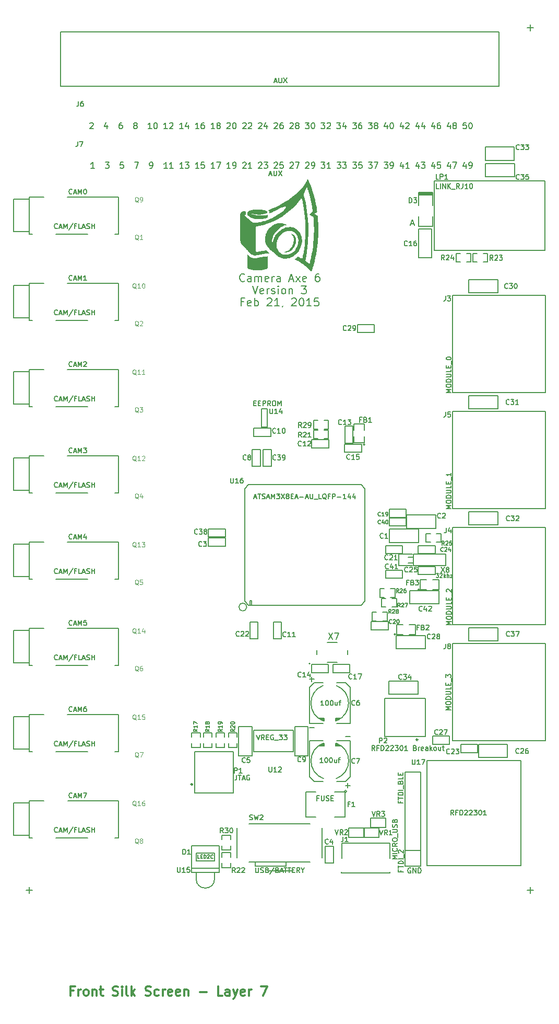
<source format=gto>
G04 (created by PCBNEW (2013-07-07 BZR 4022)-stable) date 2/21/2016 2:52:37 PM*
%MOIN*%
G04 Gerber Fmt 3.4, Leading zero omitted, Abs format*
%FSLAX34Y34*%
G01*
G70*
G90*
G04 APERTURE LIST*
%ADD10C,0.00590551*%
%ADD11C,0.008*%
%ADD12C,0.005*%
%ADD13C,0.0118*%
%ADD14C,0.006*%
%ADD15C,0.0059*%
%ADD16C,0.00787402*%
%ADD17C,0.00984252*%
%ADD18C,9.84252e-005*%
%ADD19C,0.00575*%
%ADD20C,0.0047*%
G04 APERTURE END LIST*
G54D10*
G54D11*
X13871Y-15111D02*
X13889Y-15093D01*
X13925Y-15075D01*
X14015Y-15075D01*
X14051Y-15093D01*
X14069Y-15111D01*
X14087Y-15147D01*
X14087Y-15183D01*
X14069Y-15237D01*
X13853Y-15452D01*
X14087Y-15452D01*
X14984Y-15201D02*
X14984Y-15452D01*
X14895Y-15057D02*
X14805Y-15326D01*
X15038Y-15326D01*
X15918Y-15075D02*
X15846Y-15075D01*
X15810Y-15093D01*
X15792Y-15111D01*
X15756Y-15165D01*
X15738Y-15237D01*
X15738Y-15380D01*
X15756Y-15416D01*
X15774Y-15434D01*
X15810Y-15452D01*
X15882Y-15452D01*
X15918Y-15434D01*
X15936Y-15416D01*
X15954Y-15380D01*
X15954Y-15291D01*
X15936Y-15255D01*
X15918Y-15237D01*
X15882Y-15219D01*
X15810Y-15219D01*
X15774Y-15237D01*
X15756Y-15255D01*
X15738Y-15291D01*
X16744Y-15237D02*
X16708Y-15219D01*
X16690Y-15201D01*
X16672Y-15165D01*
X16672Y-15147D01*
X16690Y-15111D01*
X16708Y-15093D01*
X16744Y-15075D01*
X16816Y-15075D01*
X16851Y-15093D01*
X16869Y-15111D01*
X16887Y-15147D01*
X16887Y-15165D01*
X16869Y-15201D01*
X16851Y-15219D01*
X16816Y-15237D01*
X16744Y-15237D01*
X16708Y-15255D01*
X16690Y-15273D01*
X16672Y-15308D01*
X16672Y-15380D01*
X16690Y-15416D01*
X16708Y-15434D01*
X16744Y-15452D01*
X16816Y-15452D01*
X16851Y-15434D01*
X16869Y-15416D01*
X16887Y-15380D01*
X16887Y-15308D01*
X16869Y-15273D01*
X16851Y-15255D01*
X16816Y-15237D01*
X17821Y-15452D02*
X17605Y-15452D01*
X17713Y-15452D02*
X17713Y-15075D01*
X17677Y-15129D01*
X17641Y-15165D01*
X17605Y-15183D01*
X18054Y-15075D02*
X18090Y-15075D01*
X18126Y-15093D01*
X18144Y-15111D01*
X18162Y-15147D01*
X18180Y-15219D01*
X18180Y-15308D01*
X18162Y-15380D01*
X18144Y-15416D01*
X18126Y-15434D01*
X18090Y-15452D01*
X18054Y-15452D01*
X18018Y-15434D01*
X18000Y-15416D01*
X17982Y-15380D01*
X17964Y-15308D01*
X17964Y-15219D01*
X17982Y-15147D01*
X18000Y-15111D01*
X18018Y-15093D01*
X18054Y-15075D01*
X18826Y-15452D02*
X18611Y-15452D01*
X18718Y-15452D02*
X18718Y-15075D01*
X18683Y-15129D01*
X18647Y-15165D01*
X18611Y-15183D01*
X18970Y-15111D02*
X18988Y-15093D01*
X19024Y-15075D01*
X19113Y-15075D01*
X19149Y-15093D01*
X19167Y-15111D01*
X19185Y-15147D01*
X19185Y-15183D01*
X19167Y-15237D01*
X18952Y-15452D01*
X19185Y-15452D01*
X19832Y-15452D02*
X19616Y-15452D01*
X19724Y-15452D02*
X19724Y-15075D01*
X19688Y-15129D01*
X19652Y-15165D01*
X19616Y-15183D01*
X20155Y-15201D02*
X20155Y-15452D01*
X20065Y-15057D02*
X19975Y-15326D01*
X20209Y-15326D01*
X20837Y-15452D02*
X20621Y-15452D01*
X20729Y-15452D02*
X20729Y-15075D01*
X20693Y-15129D01*
X20657Y-15165D01*
X20621Y-15183D01*
X21160Y-15075D02*
X21088Y-15075D01*
X21052Y-15093D01*
X21034Y-15111D01*
X20998Y-15165D01*
X20980Y-15237D01*
X20980Y-15380D01*
X20998Y-15416D01*
X21016Y-15434D01*
X21052Y-15452D01*
X21124Y-15452D01*
X21160Y-15434D01*
X21178Y-15416D01*
X21196Y-15380D01*
X21196Y-15291D01*
X21178Y-15255D01*
X21160Y-15237D01*
X21124Y-15219D01*
X21052Y-15219D01*
X21016Y-15237D01*
X20998Y-15255D01*
X20980Y-15291D01*
X21842Y-15452D02*
X21627Y-15452D01*
X21734Y-15452D02*
X21734Y-15075D01*
X21699Y-15129D01*
X21663Y-15165D01*
X21627Y-15183D01*
X22058Y-15237D02*
X22022Y-15219D01*
X22004Y-15201D01*
X21986Y-15165D01*
X21986Y-15147D01*
X22004Y-15111D01*
X22022Y-15093D01*
X22058Y-15075D01*
X22129Y-15075D01*
X22165Y-15093D01*
X22183Y-15111D01*
X22201Y-15147D01*
X22201Y-15165D01*
X22183Y-15201D01*
X22165Y-15219D01*
X22129Y-15237D01*
X22058Y-15237D01*
X22022Y-15255D01*
X22004Y-15273D01*
X21986Y-15308D01*
X21986Y-15380D01*
X22004Y-15416D01*
X22022Y-15434D01*
X22058Y-15452D01*
X22129Y-15452D01*
X22165Y-15434D01*
X22183Y-15416D01*
X22201Y-15380D01*
X22201Y-15308D01*
X22183Y-15273D01*
X22165Y-15255D01*
X22129Y-15237D01*
X22632Y-15111D02*
X22650Y-15093D01*
X22686Y-15075D01*
X22776Y-15075D01*
X22812Y-15093D01*
X22830Y-15111D01*
X22848Y-15147D01*
X22848Y-15183D01*
X22830Y-15237D01*
X22614Y-15452D01*
X22848Y-15452D01*
X23081Y-15075D02*
X23117Y-15075D01*
X23153Y-15093D01*
X23171Y-15111D01*
X23189Y-15147D01*
X23207Y-15219D01*
X23207Y-15308D01*
X23189Y-15380D01*
X23171Y-15416D01*
X23153Y-15434D01*
X23117Y-15452D01*
X23081Y-15452D01*
X23045Y-15434D01*
X23027Y-15416D01*
X23009Y-15380D01*
X22991Y-15308D01*
X22991Y-15219D01*
X23009Y-15147D01*
X23027Y-15111D01*
X23045Y-15093D01*
X23081Y-15075D01*
X23637Y-15111D02*
X23655Y-15093D01*
X23691Y-15075D01*
X23781Y-15075D01*
X23817Y-15093D01*
X23835Y-15111D01*
X23853Y-15147D01*
X23853Y-15183D01*
X23835Y-15237D01*
X23619Y-15452D01*
X23853Y-15452D01*
X23996Y-15111D02*
X24014Y-15093D01*
X24050Y-15075D01*
X24140Y-15075D01*
X24176Y-15093D01*
X24194Y-15111D01*
X24212Y-15147D01*
X24212Y-15183D01*
X24194Y-15237D01*
X23979Y-15452D01*
X24212Y-15452D01*
X24643Y-15111D02*
X24661Y-15093D01*
X24697Y-15075D01*
X24786Y-15075D01*
X24822Y-15093D01*
X24840Y-15111D01*
X24858Y-15147D01*
X24858Y-15183D01*
X24840Y-15237D01*
X24625Y-15452D01*
X24858Y-15452D01*
X25181Y-15201D02*
X25181Y-15452D01*
X25092Y-15057D02*
X25002Y-15326D01*
X25235Y-15326D01*
X25648Y-15111D02*
X25666Y-15093D01*
X25702Y-15075D01*
X25792Y-15075D01*
X25828Y-15093D01*
X25846Y-15111D01*
X25864Y-15147D01*
X25864Y-15183D01*
X25846Y-15237D01*
X25630Y-15452D01*
X25864Y-15452D01*
X26187Y-15075D02*
X26115Y-15075D01*
X26079Y-15093D01*
X26061Y-15111D01*
X26025Y-15165D01*
X26007Y-15237D01*
X26007Y-15380D01*
X26025Y-15416D01*
X26043Y-15434D01*
X26079Y-15452D01*
X26151Y-15452D01*
X26187Y-15434D01*
X26205Y-15416D01*
X26223Y-15380D01*
X26223Y-15291D01*
X26205Y-15255D01*
X26187Y-15237D01*
X26151Y-15219D01*
X26079Y-15219D01*
X26043Y-15237D01*
X26025Y-15255D01*
X26007Y-15291D01*
X26653Y-15111D02*
X26671Y-15093D01*
X26707Y-15075D01*
X26797Y-15075D01*
X26833Y-15093D01*
X26851Y-15111D01*
X26869Y-15147D01*
X26869Y-15183D01*
X26851Y-15237D01*
X26635Y-15452D01*
X26869Y-15452D01*
X27084Y-15237D02*
X27048Y-15219D01*
X27030Y-15201D01*
X27012Y-15165D01*
X27012Y-15147D01*
X27030Y-15111D01*
X27048Y-15093D01*
X27084Y-15075D01*
X27156Y-15075D01*
X27192Y-15093D01*
X27210Y-15111D01*
X27228Y-15147D01*
X27228Y-15165D01*
X27210Y-15201D01*
X27192Y-15219D01*
X27156Y-15237D01*
X27084Y-15237D01*
X27048Y-15255D01*
X27030Y-15273D01*
X27012Y-15308D01*
X27012Y-15380D01*
X27030Y-15416D01*
X27048Y-15434D01*
X27084Y-15452D01*
X27156Y-15452D01*
X27192Y-15434D01*
X27210Y-15416D01*
X27228Y-15380D01*
X27228Y-15308D01*
X27210Y-15273D01*
X27192Y-15255D01*
X27156Y-15237D01*
X27641Y-15075D02*
X27874Y-15075D01*
X27749Y-15219D01*
X27802Y-15219D01*
X27838Y-15237D01*
X27856Y-15255D01*
X27874Y-15291D01*
X27874Y-15380D01*
X27856Y-15416D01*
X27838Y-15434D01*
X27802Y-15452D01*
X27695Y-15452D01*
X27659Y-15434D01*
X27641Y-15416D01*
X28108Y-15075D02*
X28143Y-15075D01*
X28179Y-15093D01*
X28197Y-15111D01*
X28215Y-15147D01*
X28233Y-15219D01*
X28233Y-15308D01*
X28215Y-15380D01*
X28197Y-15416D01*
X28179Y-15434D01*
X28143Y-15452D01*
X28108Y-15452D01*
X28072Y-15434D01*
X28054Y-15416D01*
X28036Y-15380D01*
X28018Y-15308D01*
X28018Y-15219D01*
X28036Y-15147D01*
X28054Y-15111D01*
X28072Y-15093D01*
X28108Y-15075D01*
X28646Y-15075D02*
X28880Y-15075D01*
X28754Y-15219D01*
X28808Y-15219D01*
X28844Y-15237D01*
X28862Y-15255D01*
X28880Y-15291D01*
X28880Y-15380D01*
X28862Y-15416D01*
X28844Y-15434D01*
X28808Y-15452D01*
X28700Y-15452D01*
X28664Y-15434D01*
X28646Y-15416D01*
X29023Y-15111D02*
X29041Y-15093D01*
X29077Y-15075D01*
X29167Y-15075D01*
X29203Y-15093D01*
X29221Y-15111D01*
X29239Y-15147D01*
X29239Y-15183D01*
X29221Y-15237D01*
X29005Y-15452D01*
X29239Y-15452D01*
X29651Y-15075D02*
X29885Y-15075D01*
X29759Y-15219D01*
X29813Y-15219D01*
X29849Y-15237D01*
X29867Y-15255D01*
X29885Y-15291D01*
X29885Y-15380D01*
X29867Y-15416D01*
X29849Y-15434D01*
X29813Y-15452D01*
X29705Y-15452D01*
X29669Y-15434D01*
X29651Y-15416D01*
X30208Y-15201D02*
X30208Y-15452D01*
X30118Y-15057D02*
X30028Y-15326D01*
X30262Y-15326D01*
X30657Y-15075D02*
X30890Y-15075D01*
X30765Y-15219D01*
X30818Y-15219D01*
X30854Y-15237D01*
X30872Y-15255D01*
X30890Y-15291D01*
X30890Y-15380D01*
X30872Y-15416D01*
X30854Y-15434D01*
X30818Y-15452D01*
X30711Y-15452D01*
X30675Y-15434D01*
X30657Y-15416D01*
X31213Y-15075D02*
X31142Y-15075D01*
X31106Y-15093D01*
X31088Y-15111D01*
X31052Y-15165D01*
X31034Y-15237D01*
X31034Y-15380D01*
X31052Y-15416D01*
X31070Y-15434D01*
X31106Y-15452D01*
X31177Y-15452D01*
X31213Y-15434D01*
X31231Y-15416D01*
X31249Y-15380D01*
X31249Y-15291D01*
X31231Y-15255D01*
X31213Y-15237D01*
X31177Y-15219D01*
X31106Y-15219D01*
X31070Y-15237D01*
X31052Y-15255D01*
X31034Y-15291D01*
X31662Y-15075D02*
X31896Y-15075D01*
X31770Y-15219D01*
X31824Y-15219D01*
X31860Y-15237D01*
X31878Y-15255D01*
X31896Y-15291D01*
X31896Y-15380D01*
X31878Y-15416D01*
X31860Y-15434D01*
X31824Y-15452D01*
X31716Y-15452D01*
X31680Y-15434D01*
X31662Y-15416D01*
X32111Y-15237D02*
X32075Y-15219D01*
X32057Y-15201D01*
X32039Y-15165D01*
X32039Y-15147D01*
X32057Y-15111D01*
X32075Y-15093D01*
X32111Y-15075D01*
X32183Y-15075D01*
X32219Y-15093D01*
X32237Y-15111D01*
X32255Y-15147D01*
X32255Y-15165D01*
X32237Y-15201D01*
X32219Y-15219D01*
X32183Y-15237D01*
X32111Y-15237D01*
X32075Y-15255D01*
X32057Y-15273D01*
X32039Y-15308D01*
X32039Y-15380D01*
X32057Y-15416D01*
X32075Y-15434D01*
X32111Y-15452D01*
X32183Y-15452D01*
X32219Y-15434D01*
X32237Y-15416D01*
X32255Y-15380D01*
X32255Y-15308D01*
X32237Y-15273D01*
X32219Y-15255D01*
X32183Y-15237D01*
X32865Y-15201D02*
X32865Y-15452D01*
X32775Y-15057D02*
X32685Y-15326D01*
X32919Y-15326D01*
X33134Y-15075D02*
X33170Y-15075D01*
X33206Y-15093D01*
X33224Y-15111D01*
X33242Y-15147D01*
X33260Y-15219D01*
X33260Y-15308D01*
X33242Y-15380D01*
X33224Y-15416D01*
X33206Y-15434D01*
X33170Y-15452D01*
X33134Y-15452D01*
X33098Y-15434D01*
X33080Y-15416D01*
X33062Y-15380D01*
X33044Y-15308D01*
X33044Y-15219D01*
X33062Y-15147D01*
X33080Y-15111D01*
X33098Y-15093D01*
X33134Y-15075D01*
X33870Y-15201D02*
X33870Y-15452D01*
X33781Y-15057D02*
X33691Y-15326D01*
X33924Y-15326D01*
X34050Y-15111D02*
X34068Y-15093D01*
X34104Y-15075D01*
X34193Y-15075D01*
X34229Y-15093D01*
X34247Y-15111D01*
X34265Y-15147D01*
X34265Y-15183D01*
X34247Y-15237D01*
X34032Y-15452D01*
X34265Y-15452D01*
X34876Y-15201D02*
X34876Y-15452D01*
X34786Y-15057D02*
X34696Y-15326D01*
X34929Y-15326D01*
X35235Y-15201D02*
X35235Y-15452D01*
X35145Y-15057D02*
X35055Y-15326D01*
X35289Y-15326D01*
X35881Y-15201D02*
X35881Y-15452D01*
X35791Y-15057D02*
X35701Y-15326D01*
X35935Y-15326D01*
X36240Y-15075D02*
X36168Y-15075D01*
X36132Y-15093D01*
X36114Y-15111D01*
X36078Y-15165D01*
X36060Y-15237D01*
X36060Y-15380D01*
X36078Y-15416D01*
X36096Y-15434D01*
X36132Y-15452D01*
X36204Y-15452D01*
X36240Y-15434D01*
X36258Y-15416D01*
X36276Y-15380D01*
X36276Y-15291D01*
X36258Y-15255D01*
X36240Y-15237D01*
X36204Y-15219D01*
X36132Y-15219D01*
X36096Y-15237D01*
X36078Y-15255D01*
X36060Y-15291D01*
X36886Y-15201D02*
X36886Y-15452D01*
X36797Y-15057D02*
X36707Y-15326D01*
X36940Y-15326D01*
X37138Y-15237D02*
X37102Y-15219D01*
X37084Y-15201D01*
X37066Y-15165D01*
X37066Y-15147D01*
X37084Y-15111D01*
X37102Y-15093D01*
X37138Y-15075D01*
X37209Y-15075D01*
X37245Y-15093D01*
X37263Y-15111D01*
X37281Y-15147D01*
X37281Y-15165D01*
X37263Y-15201D01*
X37245Y-15219D01*
X37209Y-15237D01*
X37138Y-15237D01*
X37102Y-15255D01*
X37084Y-15273D01*
X37066Y-15308D01*
X37066Y-15380D01*
X37084Y-15416D01*
X37102Y-15434D01*
X37138Y-15452D01*
X37209Y-15452D01*
X37245Y-15434D01*
X37263Y-15416D01*
X37281Y-15380D01*
X37281Y-15308D01*
X37263Y-15273D01*
X37245Y-15255D01*
X37209Y-15237D01*
X37910Y-15075D02*
X37730Y-15075D01*
X37712Y-15255D01*
X37730Y-15237D01*
X37766Y-15219D01*
X37856Y-15219D01*
X37892Y-15237D01*
X37910Y-15255D01*
X37928Y-15291D01*
X37928Y-15380D01*
X37910Y-15416D01*
X37892Y-15434D01*
X37856Y-15452D01*
X37766Y-15452D01*
X37730Y-15434D01*
X37712Y-15416D01*
X38161Y-15075D02*
X38197Y-15075D01*
X38233Y-15093D01*
X38251Y-15111D01*
X38269Y-15147D01*
X38287Y-15219D01*
X38287Y-15308D01*
X38269Y-15380D01*
X38251Y-15416D01*
X38233Y-15434D01*
X38197Y-15452D01*
X38161Y-15452D01*
X38125Y-15434D01*
X38107Y-15416D01*
X38089Y-15380D01*
X38071Y-15308D01*
X38071Y-15219D01*
X38089Y-15147D01*
X38107Y-15111D01*
X38125Y-15093D01*
X38161Y-15075D01*
X14162Y-17977D02*
X13946Y-17977D01*
X14054Y-17977D02*
X14054Y-17600D01*
X14018Y-17654D01*
X13982Y-17690D01*
X13946Y-17708D01*
X14862Y-17600D02*
X15095Y-17600D01*
X14970Y-17744D01*
X15023Y-17744D01*
X15059Y-17762D01*
X15077Y-17780D01*
X15095Y-17816D01*
X15095Y-17905D01*
X15077Y-17941D01*
X15059Y-17959D01*
X15023Y-17977D01*
X14916Y-17977D01*
X14880Y-17959D01*
X14862Y-17941D01*
X16011Y-17600D02*
X15831Y-17600D01*
X15813Y-17780D01*
X15831Y-17762D01*
X15867Y-17744D01*
X15957Y-17744D01*
X15993Y-17762D01*
X16011Y-17780D01*
X16029Y-17816D01*
X16029Y-17905D01*
X16011Y-17941D01*
X15993Y-17959D01*
X15957Y-17977D01*
X15867Y-17977D01*
X15831Y-17959D01*
X15813Y-17941D01*
X16729Y-17600D02*
X16980Y-17600D01*
X16819Y-17977D01*
X17716Y-17977D02*
X17788Y-17977D01*
X17824Y-17959D01*
X17842Y-17941D01*
X17878Y-17887D01*
X17896Y-17816D01*
X17896Y-17672D01*
X17878Y-17636D01*
X17860Y-17618D01*
X17824Y-17600D01*
X17752Y-17600D01*
X17716Y-17618D01*
X17698Y-17636D01*
X17680Y-17672D01*
X17680Y-17762D01*
X17698Y-17798D01*
X17716Y-17816D01*
X17752Y-17833D01*
X17824Y-17833D01*
X17860Y-17816D01*
X17878Y-17798D01*
X17896Y-17762D01*
X18829Y-17977D02*
X18614Y-17977D01*
X18722Y-17977D02*
X18722Y-17600D01*
X18686Y-17654D01*
X18650Y-17690D01*
X18614Y-17708D01*
X19188Y-17977D02*
X18973Y-17977D01*
X19081Y-17977D02*
X19081Y-17600D01*
X19045Y-17654D01*
X19009Y-17690D01*
X18973Y-17708D01*
X19835Y-17977D02*
X19619Y-17977D01*
X19727Y-17977D02*
X19727Y-17600D01*
X19691Y-17654D01*
X19655Y-17690D01*
X19619Y-17708D01*
X19960Y-17600D02*
X20194Y-17600D01*
X20068Y-17744D01*
X20122Y-17744D01*
X20158Y-17762D01*
X20176Y-17780D01*
X20194Y-17816D01*
X20194Y-17905D01*
X20176Y-17941D01*
X20158Y-17959D01*
X20122Y-17977D01*
X20014Y-17977D01*
X19978Y-17959D01*
X19960Y-17941D01*
X20840Y-17977D02*
X20625Y-17977D01*
X20732Y-17977D02*
X20732Y-17600D01*
X20696Y-17654D01*
X20661Y-17690D01*
X20625Y-17708D01*
X21181Y-17600D02*
X21002Y-17600D01*
X20984Y-17780D01*
X21002Y-17762D01*
X21038Y-17744D01*
X21127Y-17744D01*
X21163Y-17762D01*
X21181Y-17780D01*
X21199Y-17816D01*
X21199Y-17905D01*
X21181Y-17941D01*
X21163Y-17959D01*
X21127Y-17977D01*
X21038Y-17977D01*
X21002Y-17959D01*
X20984Y-17941D01*
X21845Y-17977D02*
X21630Y-17977D01*
X21738Y-17977D02*
X21738Y-17600D01*
X21702Y-17654D01*
X21666Y-17690D01*
X21630Y-17708D01*
X21971Y-17600D02*
X22222Y-17600D01*
X22061Y-17977D01*
X22851Y-17977D02*
X22635Y-17977D01*
X22743Y-17977D02*
X22743Y-17600D01*
X22707Y-17654D01*
X22671Y-17690D01*
X22635Y-17708D01*
X23030Y-17977D02*
X23102Y-17977D01*
X23138Y-17959D01*
X23156Y-17941D01*
X23192Y-17887D01*
X23210Y-17816D01*
X23210Y-17672D01*
X23192Y-17636D01*
X23174Y-17618D01*
X23138Y-17600D01*
X23066Y-17600D01*
X23030Y-17618D01*
X23012Y-17636D01*
X22994Y-17672D01*
X22994Y-17762D01*
X23012Y-17798D01*
X23030Y-17816D01*
X23066Y-17833D01*
X23138Y-17833D01*
X23174Y-17816D01*
X23192Y-17798D01*
X23210Y-17762D01*
X23641Y-17636D02*
X23659Y-17618D01*
X23694Y-17600D01*
X23784Y-17600D01*
X23820Y-17618D01*
X23838Y-17636D01*
X23856Y-17672D01*
X23856Y-17708D01*
X23838Y-17762D01*
X23623Y-17977D01*
X23856Y-17977D01*
X24215Y-17977D02*
X24000Y-17977D01*
X24107Y-17977D02*
X24107Y-17600D01*
X24071Y-17654D01*
X24036Y-17690D01*
X24000Y-17708D01*
X24646Y-17636D02*
X24664Y-17618D01*
X24700Y-17600D01*
X24790Y-17600D01*
X24825Y-17618D01*
X24843Y-17636D01*
X24861Y-17672D01*
X24861Y-17708D01*
X24843Y-17762D01*
X24628Y-17977D01*
X24861Y-17977D01*
X24987Y-17600D02*
X25220Y-17600D01*
X25095Y-17744D01*
X25149Y-17744D01*
X25185Y-17762D01*
X25202Y-17780D01*
X25220Y-17816D01*
X25220Y-17905D01*
X25202Y-17941D01*
X25185Y-17959D01*
X25149Y-17977D01*
X25041Y-17977D01*
X25005Y-17959D01*
X24987Y-17941D01*
X25651Y-17636D02*
X25669Y-17618D01*
X25705Y-17600D01*
X25795Y-17600D01*
X25831Y-17618D01*
X25849Y-17636D01*
X25867Y-17672D01*
X25867Y-17708D01*
X25849Y-17762D01*
X25633Y-17977D01*
X25867Y-17977D01*
X26208Y-17600D02*
X26028Y-17600D01*
X26010Y-17780D01*
X26028Y-17762D01*
X26064Y-17744D01*
X26154Y-17744D01*
X26190Y-17762D01*
X26208Y-17780D01*
X26226Y-17816D01*
X26226Y-17905D01*
X26208Y-17941D01*
X26190Y-17959D01*
X26154Y-17977D01*
X26064Y-17977D01*
X26028Y-17959D01*
X26010Y-17941D01*
X26657Y-17636D02*
X26675Y-17618D01*
X26710Y-17600D01*
X26800Y-17600D01*
X26836Y-17618D01*
X26854Y-17636D01*
X26872Y-17672D01*
X26872Y-17708D01*
X26854Y-17762D01*
X26639Y-17977D01*
X26872Y-17977D01*
X26998Y-17600D02*
X27249Y-17600D01*
X27087Y-17977D01*
X27662Y-17636D02*
X27680Y-17618D01*
X27716Y-17600D01*
X27806Y-17600D01*
X27841Y-17618D01*
X27859Y-17636D01*
X27877Y-17672D01*
X27877Y-17708D01*
X27859Y-17762D01*
X27644Y-17977D01*
X27877Y-17977D01*
X28057Y-17977D02*
X28129Y-17977D01*
X28165Y-17959D01*
X28183Y-17941D01*
X28218Y-17887D01*
X28236Y-17816D01*
X28236Y-17672D01*
X28218Y-17636D01*
X28201Y-17618D01*
X28165Y-17600D01*
X28093Y-17600D01*
X28057Y-17618D01*
X28039Y-17636D01*
X28021Y-17672D01*
X28021Y-17762D01*
X28039Y-17798D01*
X28057Y-17816D01*
X28093Y-17833D01*
X28165Y-17833D01*
X28201Y-17816D01*
X28218Y-17798D01*
X28236Y-17762D01*
X28649Y-17600D02*
X28883Y-17600D01*
X28757Y-17744D01*
X28811Y-17744D01*
X28847Y-17762D01*
X28865Y-17780D01*
X28883Y-17816D01*
X28883Y-17905D01*
X28865Y-17941D01*
X28847Y-17959D01*
X28811Y-17977D01*
X28703Y-17977D01*
X28667Y-17959D01*
X28649Y-17941D01*
X29242Y-17977D02*
X29026Y-17977D01*
X29134Y-17977D02*
X29134Y-17600D01*
X29098Y-17654D01*
X29062Y-17690D01*
X29026Y-17708D01*
X29655Y-17600D02*
X29888Y-17600D01*
X29762Y-17744D01*
X29816Y-17744D01*
X29852Y-17762D01*
X29870Y-17780D01*
X29888Y-17816D01*
X29888Y-17905D01*
X29870Y-17941D01*
X29852Y-17959D01*
X29816Y-17977D01*
X29709Y-17977D01*
X29673Y-17959D01*
X29655Y-17941D01*
X30014Y-17600D02*
X30247Y-17600D01*
X30121Y-17744D01*
X30175Y-17744D01*
X30211Y-17762D01*
X30229Y-17780D01*
X30247Y-17816D01*
X30247Y-17905D01*
X30229Y-17941D01*
X30211Y-17959D01*
X30175Y-17977D01*
X30068Y-17977D01*
X30032Y-17959D01*
X30014Y-17941D01*
X30660Y-17600D02*
X30893Y-17600D01*
X30768Y-17744D01*
X30822Y-17744D01*
X30857Y-17762D01*
X30875Y-17780D01*
X30893Y-17816D01*
X30893Y-17905D01*
X30875Y-17941D01*
X30857Y-17959D01*
X30822Y-17977D01*
X30714Y-17977D01*
X30678Y-17959D01*
X30660Y-17941D01*
X31234Y-17600D02*
X31055Y-17600D01*
X31037Y-17780D01*
X31055Y-17762D01*
X31091Y-17744D01*
X31181Y-17744D01*
X31217Y-17762D01*
X31234Y-17780D01*
X31252Y-17816D01*
X31252Y-17905D01*
X31234Y-17941D01*
X31217Y-17959D01*
X31181Y-17977D01*
X31091Y-17977D01*
X31055Y-17959D01*
X31037Y-17941D01*
X31665Y-17600D02*
X31899Y-17600D01*
X31773Y-17744D01*
X31827Y-17744D01*
X31863Y-17762D01*
X31881Y-17780D01*
X31899Y-17816D01*
X31899Y-17905D01*
X31881Y-17941D01*
X31863Y-17959D01*
X31827Y-17977D01*
X31719Y-17977D01*
X31683Y-17959D01*
X31665Y-17941D01*
X32024Y-17600D02*
X32276Y-17600D01*
X32114Y-17977D01*
X32671Y-17600D02*
X32904Y-17600D01*
X32778Y-17744D01*
X32832Y-17744D01*
X32868Y-17762D01*
X32886Y-17780D01*
X32904Y-17816D01*
X32904Y-17905D01*
X32886Y-17941D01*
X32868Y-17959D01*
X32832Y-17977D01*
X32725Y-17977D01*
X32689Y-17959D01*
X32671Y-17941D01*
X33084Y-17977D02*
X33155Y-17977D01*
X33191Y-17959D01*
X33209Y-17941D01*
X33245Y-17887D01*
X33263Y-17816D01*
X33263Y-17672D01*
X33245Y-17636D01*
X33227Y-17618D01*
X33191Y-17600D01*
X33119Y-17600D01*
X33084Y-17618D01*
X33066Y-17636D01*
X33048Y-17672D01*
X33048Y-17762D01*
X33066Y-17798D01*
X33084Y-17816D01*
X33119Y-17833D01*
X33191Y-17833D01*
X33227Y-17816D01*
X33245Y-17798D01*
X33263Y-17762D01*
X33873Y-17726D02*
X33873Y-17977D01*
X33784Y-17582D02*
X33694Y-17851D01*
X33927Y-17851D01*
X34268Y-17977D02*
X34053Y-17977D01*
X34161Y-17977D02*
X34161Y-17600D01*
X34125Y-17654D01*
X34089Y-17690D01*
X34053Y-17708D01*
X34879Y-17726D02*
X34879Y-17977D01*
X34789Y-17582D02*
X34699Y-17851D01*
X34933Y-17851D01*
X35040Y-17600D02*
X35274Y-17600D01*
X35148Y-17744D01*
X35202Y-17744D01*
X35238Y-17762D01*
X35256Y-17780D01*
X35274Y-17816D01*
X35274Y-17905D01*
X35256Y-17941D01*
X35238Y-17959D01*
X35202Y-17977D01*
X35094Y-17977D01*
X35058Y-17959D01*
X35040Y-17941D01*
X35884Y-17726D02*
X35884Y-17977D01*
X35794Y-17582D02*
X35705Y-17851D01*
X35938Y-17851D01*
X36261Y-17600D02*
X36082Y-17600D01*
X36064Y-17780D01*
X36082Y-17762D01*
X36118Y-17744D01*
X36207Y-17744D01*
X36243Y-17762D01*
X36261Y-17780D01*
X36279Y-17816D01*
X36279Y-17905D01*
X36261Y-17941D01*
X36243Y-17959D01*
X36207Y-17977D01*
X36118Y-17977D01*
X36082Y-17959D01*
X36064Y-17941D01*
X36889Y-17726D02*
X36889Y-17977D01*
X36800Y-17582D02*
X36710Y-17851D01*
X36943Y-17851D01*
X37051Y-17600D02*
X37302Y-17600D01*
X37141Y-17977D01*
X37895Y-17726D02*
X37895Y-17977D01*
X37805Y-17582D02*
X37715Y-17851D01*
X37949Y-17851D01*
X38110Y-17977D02*
X38182Y-17977D01*
X38218Y-17959D01*
X38236Y-17941D01*
X38272Y-17887D01*
X38290Y-17816D01*
X38290Y-17672D01*
X38272Y-17636D01*
X38254Y-17618D01*
X38218Y-17600D01*
X38146Y-17600D01*
X38110Y-17618D01*
X38092Y-17636D01*
X38074Y-17672D01*
X38074Y-17762D01*
X38092Y-17798D01*
X38110Y-17816D01*
X38146Y-17833D01*
X38218Y-17833D01*
X38254Y-17816D01*
X38272Y-17798D01*
X38290Y-17762D01*
G54D12*
X41809Y-9011D02*
X42190Y-9011D01*
X42000Y-9202D02*
X42000Y-8821D01*
X9809Y-64011D02*
X10190Y-64011D01*
X10000Y-64202D02*
X10000Y-63821D01*
X41809Y-64011D02*
X42190Y-64011D01*
X42000Y-64202D02*
X42000Y-63821D01*
G54D13*
X12837Y-70429D02*
X12640Y-70429D01*
X12640Y-70739D02*
X12640Y-70148D01*
X12922Y-70148D01*
X13147Y-70739D02*
X13147Y-70345D01*
X13147Y-70457D02*
X13175Y-70401D01*
X13203Y-70373D01*
X13259Y-70345D01*
X13316Y-70345D01*
X13597Y-70739D02*
X13541Y-70711D01*
X13513Y-70682D01*
X13484Y-70626D01*
X13484Y-70457D01*
X13513Y-70401D01*
X13541Y-70373D01*
X13597Y-70345D01*
X13681Y-70345D01*
X13738Y-70373D01*
X13766Y-70401D01*
X13794Y-70457D01*
X13794Y-70626D01*
X13766Y-70682D01*
X13738Y-70711D01*
X13681Y-70739D01*
X13597Y-70739D01*
X14047Y-70345D02*
X14047Y-70739D01*
X14047Y-70401D02*
X14075Y-70373D01*
X14132Y-70345D01*
X14216Y-70345D01*
X14272Y-70373D01*
X14301Y-70429D01*
X14301Y-70739D01*
X14498Y-70345D02*
X14723Y-70345D01*
X14582Y-70148D02*
X14582Y-70654D01*
X14610Y-70711D01*
X14666Y-70739D01*
X14723Y-70739D01*
X15342Y-70711D02*
X15426Y-70739D01*
X15567Y-70739D01*
X15623Y-70711D01*
X15651Y-70682D01*
X15680Y-70626D01*
X15680Y-70570D01*
X15651Y-70514D01*
X15623Y-70485D01*
X15567Y-70457D01*
X15454Y-70429D01*
X15398Y-70401D01*
X15370Y-70373D01*
X15342Y-70317D01*
X15342Y-70260D01*
X15370Y-70204D01*
X15398Y-70176D01*
X15454Y-70148D01*
X15595Y-70148D01*
X15680Y-70176D01*
X15933Y-70739D02*
X15933Y-70345D01*
X15933Y-70148D02*
X15905Y-70176D01*
X15933Y-70204D01*
X15961Y-70176D01*
X15933Y-70148D01*
X15933Y-70204D01*
X16299Y-70739D02*
X16242Y-70711D01*
X16214Y-70654D01*
X16214Y-70148D01*
X16524Y-70739D02*
X16524Y-70148D01*
X16580Y-70514D02*
X16749Y-70739D01*
X16749Y-70345D02*
X16524Y-70570D01*
X17424Y-70711D02*
X17509Y-70739D01*
X17650Y-70739D01*
X17706Y-70711D01*
X17734Y-70682D01*
X17762Y-70626D01*
X17762Y-70570D01*
X17734Y-70514D01*
X17706Y-70485D01*
X17650Y-70457D01*
X17537Y-70429D01*
X17481Y-70401D01*
X17453Y-70373D01*
X17424Y-70317D01*
X17424Y-70260D01*
X17453Y-70204D01*
X17481Y-70176D01*
X17537Y-70148D01*
X17678Y-70148D01*
X17762Y-70176D01*
X18269Y-70711D02*
X18212Y-70739D01*
X18100Y-70739D01*
X18044Y-70711D01*
X18015Y-70682D01*
X17987Y-70626D01*
X17987Y-70457D01*
X18015Y-70401D01*
X18044Y-70373D01*
X18100Y-70345D01*
X18212Y-70345D01*
X18269Y-70373D01*
X18522Y-70739D02*
X18522Y-70345D01*
X18522Y-70457D02*
X18550Y-70401D01*
X18578Y-70373D01*
X18635Y-70345D01*
X18691Y-70345D01*
X19113Y-70711D02*
X19057Y-70739D01*
X18944Y-70739D01*
X18888Y-70711D01*
X18860Y-70654D01*
X18860Y-70429D01*
X18888Y-70373D01*
X18944Y-70345D01*
X19057Y-70345D01*
X19113Y-70373D01*
X19141Y-70429D01*
X19141Y-70485D01*
X18860Y-70542D01*
X19620Y-70711D02*
X19563Y-70739D01*
X19451Y-70739D01*
X19394Y-70711D01*
X19366Y-70654D01*
X19366Y-70429D01*
X19394Y-70373D01*
X19451Y-70345D01*
X19563Y-70345D01*
X19620Y-70373D01*
X19648Y-70429D01*
X19648Y-70485D01*
X19366Y-70542D01*
X19901Y-70345D02*
X19901Y-70739D01*
X19901Y-70401D02*
X19929Y-70373D01*
X19985Y-70345D01*
X20070Y-70345D01*
X20126Y-70373D01*
X20154Y-70429D01*
X20154Y-70739D01*
X20886Y-70514D02*
X21336Y-70514D01*
X22349Y-70739D02*
X22068Y-70739D01*
X22068Y-70148D01*
X22800Y-70739D02*
X22800Y-70429D01*
X22772Y-70373D01*
X22715Y-70345D01*
X22603Y-70345D01*
X22546Y-70373D01*
X22800Y-70711D02*
X22743Y-70739D01*
X22603Y-70739D01*
X22546Y-70711D01*
X22518Y-70654D01*
X22518Y-70598D01*
X22546Y-70542D01*
X22603Y-70514D01*
X22743Y-70514D01*
X22800Y-70485D01*
X23025Y-70345D02*
X23166Y-70739D01*
X23306Y-70345D02*
X23166Y-70739D01*
X23109Y-70879D01*
X23081Y-70908D01*
X23025Y-70936D01*
X23757Y-70711D02*
X23700Y-70739D01*
X23588Y-70739D01*
X23531Y-70711D01*
X23503Y-70654D01*
X23503Y-70429D01*
X23531Y-70373D01*
X23588Y-70345D01*
X23700Y-70345D01*
X23757Y-70373D01*
X23785Y-70429D01*
X23785Y-70485D01*
X23503Y-70542D01*
X24038Y-70739D02*
X24038Y-70345D01*
X24038Y-70457D02*
X24066Y-70401D01*
X24094Y-70373D01*
X24151Y-70345D01*
X24207Y-70345D01*
X24798Y-70148D02*
X25192Y-70148D01*
X24939Y-70739D01*
G54D14*
X34356Y-62614D02*
X34325Y-62599D01*
X34280Y-62599D01*
X34234Y-62614D01*
X34203Y-62645D01*
X34188Y-62675D01*
X34173Y-62736D01*
X34173Y-62782D01*
X34188Y-62843D01*
X34203Y-62873D01*
X34234Y-62904D01*
X34280Y-62919D01*
X34310Y-62919D01*
X34356Y-62904D01*
X34371Y-62889D01*
X34371Y-62782D01*
X34310Y-62782D01*
X34508Y-62919D02*
X34508Y-62599D01*
X34691Y-62919D01*
X34691Y-62599D01*
X34843Y-62919D02*
X34843Y-62599D01*
X34920Y-62599D01*
X34965Y-62614D01*
X34996Y-62645D01*
X35011Y-62675D01*
X35026Y-62736D01*
X35026Y-62782D01*
X35011Y-62843D01*
X34996Y-62873D01*
X34965Y-62904D01*
X34920Y-62919D01*
X34843Y-62919D01*
G54D11*
X23750Y-25154D02*
X23726Y-25178D01*
X23654Y-25202D01*
X23607Y-25202D01*
X23535Y-25178D01*
X23488Y-25130D01*
X23464Y-25083D01*
X23440Y-24988D01*
X23440Y-24916D01*
X23464Y-24821D01*
X23488Y-24773D01*
X23535Y-24726D01*
X23607Y-24702D01*
X23654Y-24702D01*
X23726Y-24726D01*
X23750Y-24750D01*
X24178Y-25202D02*
X24178Y-24940D01*
X24154Y-24892D01*
X24107Y-24869D01*
X24011Y-24869D01*
X23964Y-24892D01*
X24178Y-25178D02*
X24130Y-25202D01*
X24011Y-25202D01*
X23964Y-25178D01*
X23940Y-25130D01*
X23940Y-25083D01*
X23964Y-25035D01*
X24011Y-25011D01*
X24130Y-25011D01*
X24178Y-24988D01*
X24416Y-25202D02*
X24416Y-24869D01*
X24416Y-24916D02*
X24440Y-24892D01*
X24488Y-24869D01*
X24559Y-24869D01*
X24607Y-24892D01*
X24630Y-24940D01*
X24630Y-25202D01*
X24630Y-24940D02*
X24654Y-24892D01*
X24702Y-24869D01*
X24773Y-24869D01*
X24821Y-24892D01*
X24845Y-24940D01*
X24845Y-25202D01*
X25273Y-25178D02*
X25226Y-25202D01*
X25130Y-25202D01*
X25083Y-25178D01*
X25059Y-25130D01*
X25059Y-24940D01*
X25083Y-24892D01*
X25130Y-24869D01*
X25226Y-24869D01*
X25273Y-24892D01*
X25297Y-24940D01*
X25297Y-24988D01*
X25059Y-25035D01*
X25511Y-25202D02*
X25511Y-24869D01*
X25511Y-24964D02*
X25535Y-24916D01*
X25559Y-24892D01*
X25607Y-24869D01*
X25654Y-24869D01*
X26035Y-25202D02*
X26035Y-24940D01*
X26011Y-24892D01*
X25964Y-24869D01*
X25869Y-24869D01*
X25821Y-24892D01*
X26035Y-25178D02*
X25988Y-25202D01*
X25869Y-25202D01*
X25821Y-25178D01*
X25797Y-25130D01*
X25797Y-25083D01*
X25821Y-25035D01*
X25869Y-25011D01*
X25988Y-25011D01*
X26035Y-24988D01*
X26630Y-25059D02*
X26869Y-25059D01*
X26583Y-25202D02*
X26750Y-24702D01*
X26916Y-25202D01*
X27035Y-25202D02*
X27297Y-24869D01*
X27035Y-24869D02*
X27297Y-25202D01*
X27678Y-25178D02*
X27630Y-25202D01*
X27535Y-25202D01*
X27488Y-25178D01*
X27464Y-25130D01*
X27464Y-24940D01*
X27488Y-24892D01*
X27535Y-24869D01*
X27630Y-24869D01*
X27678Y-24892D01*
X27702Y-24940D01*
X27702Y-24988D01*
X27464Y-25035D01*
X28511Y-24702D02*
X28416Y-24702D01*
X28369Y-24726D01*
X28345Y-24750D01*
X28297Y-24821D01*
X28273Y-24916D01*
X28273Y-25107D01*
X28297Y-25154D01*
X28321Y-25178D01*
X28369Y-25202D01*
X28464Y-25202D01*
X28511Y-25178D01*
X28535Y-25154D01*
X28559Y-25107D01*
X28559Y-24988D01*
X28535Y-24940D01*
X28511Y-24916D01*
X28464Y-24892D01*
X28369Y-24892D01*
X28321Y-24916D01*
X28297Y-24940D01*
X28273Y-24988D01*
X24261Y-25482D02*
X24428Y-25982D01*
X24595Y-25482D01*
X24952Y-25958D02*
X24904Y-25982D01*
X24809Y-25982D01*
X24761Y-25958D01*
X24738Y-25910D01*
X24738Y-25720D01*
X24761Y-25672D01*
X24809Y-25649D01*
X24904Y-25649D01*
X24952Y-25672D01*
X24976Y-25720D01*
X24976Y-25768D01*
X24738Y-25815D01*
X25190Y-25982D02*
X25190Y-25649D01*
X25190Y-25744D02*
X25214Y-25696D01*
X25238Y-25672D01*
X25285Y-25649D01*
X25333Y-25649D01*
X25476Y-25958D02*
X25523Y-25982D01*
X25619Y-25982D01*
X25666Y-25958D01*
X25690Y-25910D01*
X25690Y-25887D01*
X25666Y-25839D01*
X25619Y-25815D01*
X25547Y-25815D01*
X25499Y-25791D01*
X25476Y-25744D01*
X25476Y-25720D01*
X25499Y-25672D01*
X25547Y-25649D01*
X25619Y-25649D01*
X25666Y-25672D01*
X25904Y-25982D02*
X25904Y-25649D01*
X25904Y-25482D02*
X25880Y-25506D01*
X25904Y-25530D01*
X25928Y-25506D01*
X25904Y-25482D01*
X25904Y-25530D01*
X26214Y-25982D02*
X26166Y-25958D01*
X26142Y-25934D01*
X26119Y-25887D01*
X26119Y-25744D01*
X26142Y-25696D01*
X26166Y-25672D01*
X26214Y-25649D01*
X26285Y-25649D01*
X26333Y-25672D01*
X26357Y-25696D01*
X26380Y-25744D01*
X26380Y-25887D01*
X26357Y-25934D01*
X26333Y-25958D01*
X26285Y-25982D01*
X26214Y-25982D01*
X26595Y-25649D02*
X26595Y-25982D01*
X26595Y-25696D02*
X26619Y-25672D01*
X26666Y-25649D01*
X26738Y-25649D01*
X26785Y-25672D01*
X26809Y-25720D01*
X26809Y-25982D01*
X27380Y-25482D02*
X27690Y-25482D01*
X27523Y-25672D01*
X27595Y-25672D01*
X27642Y-25696D01*
X27666Y-25720D01*
X27690Y-25768D01*
X27690Y-25887D01*
X27666Y-25934D01*
X27642Y-25958D01*
X27595Y-25982D01*
X27452Y-25982D01*
X27404Y-25958D01*
X27380Y-25934D01*
X23702Y-26500D02*
X23535Y-26500D01*
X23535Y-26762D02*
X23535Y-26262D01*
X23773Y-26262D01*
X24154Y-26738D02*
X24107Y-26762D01*
X24011Y-26762D01*
X23964Y-26738D01*
X23940Y-26690D01*
X23940Y-26500D01*
X23964Y-26452D01*
X24011Y-26429D01*
X24107Y-26429D01*
X24154Y-26452D01*
X24178Y-26500D01*
X24178Y-26548D01*
X23940Y-26595D01*
X24392Y-26762D02*
X24392Y-26262D01*
X24392Y-26452D02*
X24440Y-26429D01*
X24535Y-26429D01*
X24583Y-26452D01*
X24607Y-26476D01*
X24630Y-26524D01*
X24630Y-26667D01*
X24607Y-26714D01*
X24583Y-26738D01*
X24535Y-26762D01*
X24440Y-26762D01*
X24392Y-26738D01*
X25202Y-26310D02*
X25226Y-26286D01*
X25273Y-26262D01*
X25392Y-26262D01*
X25440Y-26286D01*
X25464Y-26310D01*
X25488Y-26357D01*
X25488Y-26405D01*
X25464Y-26476D01*
X25178Y-26762D01*
X25488Y-26762D01*
X25964Y-26762D02*
X25678Y-26762D01*
X25821Y-26762D02*
X25821Y-26262D01*
X25773Y-26333D01*
X25726Y-26381D01*
X25678Y-26405D01*
X26202Y-26738D02*
X26202Y-26762D01*
X26178Y-26810D01*
X26154Y-26833D01*
X26773Y-26310D02*
X26797Y-26286D01*
X26845Y-26262D01*
X26964Y-26262D01*
X27011Y-26286D01*
X27035Y-26310D01*
X27059Y-26357D01*
X27059Y-26405D01*
X27035Y-26476D01*
X26750Y-26762D01*
X27059Y-26762D01*
X27369Y-26262D02*
X27416Y-26262D01*
X27464Y-26286D01*
X27488Y-26310D01*
X27511Y-26357D01*
X27535Y-26452D01*
X27535Y-26571D01*
X27511Y-26667D01*
X27488Y-26714D01*
X27464Y-26738D01*
X27416Y-26762D01*
X27369Y-26762D01*
X27321Y-26738D01*
X27297Y-26714D01*
X27273Y-26667D01*
X27250Y-26571D01*
X27250Y-26452D01*
X27273Y-26357D01*
X27297Y-26310D01*
X27321Y-26286D01*
X27369Y-26262D01*
X28011Y-26762D02*
X27726Y-26762D01*
X27869Y-26762D02*
X27869Y-26262D01*
X27821Y-26333D01*
X27773Y-26381D01*
X27726Y-26405D01*
X28464Y-26262D02*
X28226Y-26262D01*
X28202Y-26500D01*
X28226Y-26476D01*
X28273Y-26452D01*
X28392Y-26452D01*
X28440Y-26476D01*
X28464Y-26500D01*
X28488Y-26548D01*
X28488Y-26667D01*
X28464Y-26714D01*
X28440Y-26738D01*
X28392Y-26762D01*
X28273Y-26762D01*
X28226Y-26738D01*
X28202Y-26714D01*
G54D15*
X34870Y-19520D02*
X34870Y-20350D01*
X35770Y-19520D02*
X35770Y-20350D01*
X34870Y-19520D02*
X35770Y-19520D01*
X35770Y-19580D02*
X34870Y-19580D01*
X34870Y-19640D02*
X35770Y-19640D01*
X34870Y-21700D02*
X35770Y-21700D01*
X35770Y-21700D02*
X35770Y-21050D01*
X34870Y-19700D02*
X35770Y-19700D01*
X34870Y-21050D02*
X34870Y-21700D01*
X31425Y-35595D02*
G75*
G03X31425Y-35595I-50J0D01*
G74*
G01*
X31405Y-35095D02*
X31405Y-35495D01*
X31405Y-35495D02*
X30745Y-35495D01*
X30745Y-35495D02*
X30745Y-35095D01*
X30745Y-34695D02*
X30745Y-34295D01*
X30745Y-34295D02*
X31405Y-34295D01*
X31405Y-34295D02*
X31405Y-34695D01*
X33415Y-47700D02*
G75*
G03X33415Y-47700I-50J0D01*
G74*
G01*
X33865Y-47730D02*
X33465Y-47730D01*
X33465Y-47730D02*
X33465Y-47070D01*
X33465Y-47070D02*
X33865Y-47070D01*
X34255Y-47070D02*
X34655Y-47070D01*
X34665Y-47070D02*
X34665Y-47730D01*
X34665Y-47730D02*
X34265Y-47730D01*
X34920Y-44835D02*
G75*
G03X34920Y-44835I-50J0D01*
G74*
G01*
X35360Y-44865D02*
X34960Y-44865D01*
X34960Y-44865D02*
X34960Y-44205D01*
X34960Y-44205D02*
X35360Y-44205D01*
X35760Y-44205D02*
X36160Y-44205D01*
X36160Y-44205D02*
X36160Y-44865D01*
X36160Y-44865D02*
X35760Y-44865D01*
X35400Y-55750D02*
X35400Y-62450D01*
X41400Y-62450D02*
X41400Y-55750D01*
X41400Y-62450D02*
X35400Y-62450D01*
X35400Y-55750D02*
X41400Y-55750D01*
X36175Y-45760D02*
X34315Y-45760D01*
X34315Y-45760D02*
X34315Y-44920D01*
X34315Y-44920D02*
X36175Y-44920D01*
X36175Y-44920D02*
X36175Y-45760D01*
X31360Y-60060D02*
X32340Y-60060D01*
X32340Y-60060D02*
X32340Y-60640D01*
X32340Y-60640D02*
X31360Y-60640D01*
X31360Y-60640D02*
X31360Y-60060D01*
X31390Y-60640D02*
X30410Y-60640D01*
X30410Y-60640D02*
X30410Y-60060D01*
X30410Y-60060D02*
X31390Y-60060D01*
X31390Y-60060D02*
X31390Y-60640D01*
X31800Y-59424D02*
X32780Y-59424D01*
X32780Y-59424D02*
X32780Y-60004D01*
X32780Y-60004D02*
X31800Y-60004D01*
X31800Y-60004D02*
X31800Y-59424D01*
X35310Y-48629D02*
X34550Y-48629D01*
X34550Y-48629D02*
X33450Y-48629D01*
X33450Y-48629D02*
X33450Y-47789D01*
X33450Y-47789D02*
X35310Y-47789D01*
X35310Y-47789D02*
X35310Y-48629D01*
X32920Y-47419D02*
X31840Y-47419D01*
X31840Y-47419D02*
X31840Y-46899D01*
X31840Y-46899D02*
X32920Y-46899D01*
X32920Y-46899D02*
X32920Y-47419D01*
X32760Y-43604D02*
X33840Y-43604D01*
X33840Y-43604D02*
X33840Y-44124D01*
X33840Y-44124D02*
X32760Y-44124D01*
X32760Y-44124D02*
X32760Y-43604D01*
X33015Y-41000D02*
X34875Y-41000D01*
X34875Y-41000D02*
X34875Y-41840D01*
X34875Y-41840D02*
X33015Y-41840D01*
X33015Y-41840D02*
X33015Y-41000D01*
X34850Y-43375D02*
X35930Y-43375D01*
X35930Y-43375D02*
X35930Y-43895D01*
X35930Y-43895D02*
X34850Y-43895D01*
X34850Y-43895D02*
X34850Y-43375D01*
X35930Y-42034D02*
X35930Y-42554D01*
X34850Y-42034D02*
X35930Y-42034D01*
X35920Y-42554D02*
X34850Y-42554D01*
X34850Y-42554D02*
X34850Y-42034D01*
X33840Y-42560D02*
X32760Y-42560D01*
X32760Y-42560D02*
X32760Y-42040D01*
X32760Y-42040D02*
X33840Y-42040D01*
X33840Y-42040D02*
X33840Y-42560D01*
X35975Y-40940D02*
X35215Y-40940D01*
X35215Y-40940D02*
X34115Y-40940D01*
X34115Y-40940D02*
X34115Y-40100D01*
X34115Y-40100D02*
X35975Y-40100D01*
X35975Y-40100D02*
X35975Y-40940D01*
X32990Y-40280D02*
X34070Y-40280D01*
X34070Y-40280D02*
X34070Y-40800D01*
X34070Y-40800D02*
X32990Y-40800D01*
X32990Y-40800D02*
X32990Y-40280D01*
X32990Y-39720D02*
X34070Y-39720D01*
X34070Y-39720D02*
X34070Y-40240D01*
X34070Y-40240D02*
X32990Y-40240D01*
X32990Y-40240D02*
X32990Y-39720D01*
X29125Y-35805D02*
X28045Y-35805D01*
X28045Y-35805D02*
X28045Y-35285D01*
X28045Y-35285D02*
X29125Y-35285D01*
X29125Y-35285D02*
X29125Y-35805D01*
X24610Y-46910D02*
X24610Y-47990D01*
X24610Y-47990D02*
X24090Y-47990D01*
X24090Y-47990D02*
X24090Y-46910D01*
X24090Y-46910D02*
X24610Y-46910D01*
X25590Y-47980D02*
X25590Y-46910D01*
X25590Y-46910D02*
X26110Y-46910D01*
X26110Y-46910D02*
X26110Y-47990D01*
X26110Y-47990D02*
X25590Y-47990D01*
X28030Y-49630D02*
X29110Y-49630D01*
X29110Y-49630D02*
X29110Y-50150D01*
X29110Y-50150D02*
X28030Y-50150D01*
X28030Y-50150D02*
X28030Y-49630D01*
X30470Y-50150D02*
X29390Y-50150D01*
X29390Y-50150D02*
X29390Y-49630D01*
X29390Y-49630D02*
X30470Y-49630D01*
X30470Y-49630D02*
X30470Y-50150D01*
X29030Y-49480D02*
X29670Y-49480D01*
X29030Y-48220D02*
X29670Y-48220D01*
X28365Y-48968D02*
X28365Y-48731D01*
X30334Y-48731D02*
X30334Y-48968D01*
G54D16*
X27937Y-49571D02*
G75*
G03X27937Y-49571I-39J0D01*
G74*
G01*
G54D15*
X32970Y-50680D02*
X34830Y-50680D01*
X34830Y-50680D02*
X34830Y-51520D01*
X34830Y-51520D02*
X32970Y-51520D01*
X32970Y-51520D02*
X32970Y-50680D01*
X35770Y-54199D02*
X36850Y-54199D01*
X36850Y-54199D02*
X36850Y-54719D01*
X36850Y-54719D02*
X35770Y-54719D01*
X35770Y-54719D02*
X35770Y-54199D01*
X38630Y-55239D02*
X37560Y-55239D01*
X37560Y-55239D02*
X37560Y-54719D01*
X37560Y-54719D02*
X38640Y-54719D01*
X38640Y-54719D02*
X38640Y-55239D01*
X38690Y-54720D02*
X40550Y-54720D01*
X40550Y-54720D02*
X40550Y-55560D01*
X40550Y-55560D02*
X38690Y-55560D01*
X38690Y-55560D02*
X38690Y-54720D01*
X38070Y-47270D02*
X39930Y-47270D01*
X39930Y-47270D02*
X39930Y-48110D01*
X39930Y-48110D02*
X38070Y-48110D01*
X38070Y-48110D02*
X38070Y-47270D01*
X38070Y-39880D02*
X39930Y-39880D01*
X39930Y-39880D02*
X39930Y-40720D01*
X39930Y-40720D02*
X38070Y-40720D01*
X38070Y-40720D02*
X38070Y-39880D01*
X38070Y-32470D02*
X39930Y-32470D01*
X39930Y-32470D02*
X39930Y-33310D01*
X39930Y-33310D02*
X38070Y-33310D01*
X38070Y-33310D02*
X38070Y-32470D01*
X35710Y-21840D02*
X35710Y-23700D01*
X35710Y-23700D02*
X34870Y-23700D01*
X34870Y-23700D02*
X34870Y-21840D01*
X34870Y-21840D02*
X35710Y-21840D01*
X38065Y-25080D02*
X39925Y-25080D01*
X39925Y-25080D02*
X39925Y-25920D01*
X39925Y-25920D02*
X38065Y-25920D01*
X38065Y-25920D02*
X38065Y-25080D01*
X39144Y-17680D02*
X41004Y-17680D01*
X41004Y-17680D02*
X41004Y-18520D01*
X41004Y-18520D02*
X39144Y-18520D01*
X39144Y-18520D02*
X39144Y-17680D01*
X39120Y-16630D02*
X39880Y-16630D01*
X39880Y-16630D02*
X40980Y-16630D01*
X40980Y-16630D02*
X40980Y-17470D01*
X40980Y-17470D02*
X39120Y-17470D01*
X39120Y-17470D02*
X39120Y-16630D01*
X32040Y-28460D02*
X30960Y-28460D01*
X30960Y-28460D02*
X30960Y-27940D01*
X30960Y-27940D02*
X32040Y-27940D01*
X32040Y-27940D02*
X32040Y-28460D01*
X30155Y-35500D02*
X30155Y-34430D01*
X30155Y-34430D02*
X30675Y-34430D01*
X30675Y-34430D02*
X30675Y-35510D01*
X30675Y-35510D02*
X30155Y-35510D01*
X30150Y-35580D02*
X31230Y-35580D01*
X31230Y-35580D02*
X31230Y-36100D01*
X31230Y-36100D02*
X30150Y-36100D01*
X30150Y-36100D02*
X30150Y-35580D01*
X24245Y-36975D02*
X24245Y-35905D01*
X24245Y-35905D02*
X24765Y-35905D01*
X24765Y-35905D02*
X24765Y-36985D01*
X24765Y-36985D02*
X24245Y-36985D01*
X25455Y-35915D02*
X25455Y-36985D01*
X25455Y-36985D02*
X24945Y-36985D01*
X24945Y-36985D02*
X24945Y-35905D01*
X24945Y-35905D02*
X25455Y-35905D01*
X25420Y-35070D02*
X24340Y-35070D01*
X24340Y-35070D02*
X24340Y-34550D01*
X24340Y-34550D02*
X25420Y-34550D01*
X25420Y-34550D02*
X25420Y-35070D01*
X25190Y-33310D02*
X25190Y-34490D01*
X25190Y-34490D02*
X24850Y-34490D01*
X24850Y-34490D02*
X24850Y-33310D01*
X24850Y-33310D02*
X25190Y-33310D01*
X22520Y-40975D02*
X22520Y-41495D01*
X21450Y-40975D02*
X22520Y-40975D01*
X22510Y-41495D02*
X21440Y-41495D01*
X21440Y-41495D02*
X21440Y-40975D01*
X21440Y-41554D02*
X22520Y-41554D01*
X22520Y-41554D02*
X22520Y-42074D01*
X22520Y-42074D02*
X21440Y-42074D01*
X21440Y-42074D02*
X21440Y-41554D01*
X27810Y-53579D02*
X27810Y-55439D01*
X27810Y-55439D02*
X26970Y-55439D01*
X26970Y-55439D02*
X26970Y-53579D01*
X26970Y-53579D02*
X27810Y-53579D01*
X23385Y-55455D02*
X24225Y-55455D01*
X24225Y-53595D02*
X24225Y-55455D01*
X23385Y-55445D02*
X23385Y-53595D01*
X23385Y-53595D02*
X24225Y-53595D01*
X10000Y-19820D02*
X10940Y-19820D01*
X15710Y-19820D02*
X12450Y-19820D01*
X15480Y-22180D02*
X15710Y-22180D01*
X11700Y-22180D02*
X13740Y-22180D01*
X10000Y-22180D02*
X10200Y-22180D01*
G54D10*
X10000Y-22033D02*
X9015Y-22033D01*
X9015Y-22033D02*
X9015Y-19966D01*
X9015Y-19966D02*
X10000Y-19966D01*
X15708Y-19818D02*
X15708Y-22181D01*
X10000Y-22181D02*
X10000Y-19818D01*
G54D15*
X12450Y-25320D02*
X15710Y-25320D01*
X10000Y-25320D02*
X10950Y-25320D01*
X10200Y-27680D02*
X10000Y-27680D01*
X10000Y-27680D02*
X10010Y-27680D01*
X13730Y-27680D02*
X11690Y-27680D01*
X15710Y-27680D02*
X15480Y-27680D01*
G54D10*
X10000Y-27533D02*
X9015Y-27533D01*
X9015Y-27533D02*
X9015Y-25466D01*
X9015Y-25466D02*
X10000Y-25466D01*
X15708Y-25318D02*
X15708Y-27681D01*
X10000Y-27681D02*
X10000Y-25318D01*
G54D15*
X12440Y-30820D02*
X15710Y-30820D01*
X10000Y-30820D02*
X10950Y-30820D01*
X10000Y-33180D02*
X10200Y-33180D01*
X13740Y-33180D02*
X11690Y-33180D01*
X15480Y-33180D02*
X15710Y-33180D01*
G54D10*
X10000Y-33033D02*
X9015Y-33033D01*
X9015Y-33033D02*
X9015Y-30966D01*
X9015Y-30966D02*
X10000Y-30966D01*
X15708Y-30818D02*
X15708Y-33181D01*
X10000Y-33181D02*
X10000Y-30818D01*
G54D15*
X10000Y-36320D02*
X10950Y-36320D01*
X12450Y-36320D02*
X15710Y-36320D01*
X15480Y-38680D02*
X15710Y-38680D01*
X11700Y-38680D02*
X13750Y-38680D01*
X10000Y-38680D02*
X10200Y-38680D01*
G54D10*
X10000Y-38533D02*
X9015Y-38533D01*
X9015Y-38533D02*
X9015Y-36466D01*
X9015Y-36466D02*
X10000Y-36466D01*
X15708Y-36318D02*
X15708Y-38681D01*
X10000Y-38681D02*
X10000Y-36318D01*
G54D15*
X10000Y-41820D02*
X10950Y-41820D01*
X12450Y-41820D02*
X15710Y-41820D01*
X15480Y-44180D02*
X15710Y-44180D01*
X11690Y-44180D02*
X13740Y-44180D01*
X10000Y-44180D02*
X10200Y-44180D01*
G54D10*
X10000Y-44033D02*
X9015Y-44033D01*
X9015Y-44033D02*
X9015Y-41966D01*
X9015Y-41966D02*
X10000Y-41966D01*
X15708Y-41818D02*
X15708Y-44181D01*
X10000Y-44181D02*
X10000Y-41818D01*
G54D15*
X10940Y-47320D02*
X10000Y-47320D01*
X15710Y-47320D02*
X12430Y-47320D01*
X15480Y-49680D02*
X15710Y-49680D01*
X11700Y-49680D02*
X13740Y-49680D01*
X10000Y-49680D02*
X10200Y-49680D01*
G54D10*
X10000Y-49533D02*
X9015Y-49533D01*
X9015Y-49533D02*
X9015Y-47466D01*
X9015Y-47466D02*
X10000Y-47466D01*
X15708Y-47318D02*
X15708Y-49681D01*
X10000Y-49681D02*
X10000Y-47318D01*
G54D15*
X10000Y-52820D02*
X10950Y-52820D01*
X12450Y-52820D02*
X15710Y-52820D01*
X15710Y-55180D02*
X15470Y-55180D01*
X11690Y-55180D02*
X13740Y-55180D01*
X10000Y-55180D02*
X10210Y-55180D01*
G54D10*
X10000Y-55033D02*
X9015Y-55033D01*
X9015Y-55033D02*
X9015Y-52966D01*
X9015Y-52966D02*
X10000Y-52966D01*
X15708Y-52818D02*
X15708Y-55181D01*
X10000Y-55181D02*
X10000Y-52818D01*
G54D15*
X10000Y-58320D02*
X10940Y-58320D01*
X12460Y-58320D02*
X15710Y-58320D01*
X15480Y-60680D02*
X15710Y-60680D01*
X11700Y-60680D02*
X13740Y-60680D01*
X10000Y-60680D02*
X10190Y-60680D01*
G54D10*
X10000Y-60533D02*
X9015Y-60533D01*
X9015Y-60533D02*
X9015Y-58466D01*
X9015Y-58466D02*
X10000Y-58466D01*
X15708Y-58318D02*
X15708Y-60681D01*
X10000Y-60681D02*
X10000Y-58318D01*
G54D15*
X30490Y-54220D02*
X30190Y-54220D01*
X29570Y-54640D02*
X29570Y-54820D01*
X28830Y-54640D02*
X28830Y-54820D01*
X28790Y-54640D02*
X28830Y-54640D01*
X29610Y-54640D02*
X29570Y-54640D01*
X28786Y-54641D02*
G75*
G03X28790Y-56900I413J-1128D01*
G74*
G01*
X29613Y-56898D02*
G75*
G03X29609Y-54639I-413J1128D01*
G74*
G01*
X28500Y-54820D02*
X28830Y-54820D01*
X28550Y-54770D02*
X28830Y-54770D01*
X28640Y-54720D02*
X28830Y-54720D01*
X28740Y-54670D02*
X28830Y-54670D01*
X29570Y-54820D02*
X29910Y-54820D01*
X29570Y-54770D02*
X29850Y-54770D01*
X29570Y-54720D02*
X29760Y-54720D01*
X29670Y-54670D02*
X29570Y-54670D01*
X28200Y-57070D02*
X28780Y-57070D01*
X30500Y-54470D02*
X29620Y-54470D01*
X28780Y-54470D02*
X27900Y-54470D01*
X27900Y-54470D02*
X27900Y-56770D01*
X27900Y-56770D02*
X28200Y-57070D01*
X29620Y-57070D02*
X30200Y-57070D01*
X30200Y-57070D02*
X30500Y-56770D01*
X30500Y-56770D02*
X30500Y-54470D01*
X30350Y-57500D02*
X30350Y-57200D01*
X30500Y-57350D02*
X30200Y-57350D01*
X28780Y-53220D02*
X28830Y-53220D01*
X29570Y-53210D02*
X29610Y-53210D01*
X29616Y-53211D02*
G75*
G03X29620Y-50970I-416J1121D01*
G74*
G01*
X28775Y-50961D02*
G75*
G03X28779Y-53220I424J-1128D01*
G74*
G01*
X29660Y-53190D02*
X29570Y-53190D01*
X29760Y-53140D02*
X29570Y-53140D01*
X29840Y-53090D02*
X29570Y-53090D01*
X29910Y-53040D02*
X29570Y-53040D01*
X29570Y-53040D02*
X29570Y-53210D01*
X28830Y-53040D02*
X28830Y-53220D01*
X28720Y-53190D02*
X28830Y-53190D01*
X28620Y-53140D02*
X28830Y-53140D01*
X28540Y-53090D02*
X28830Y-53090D01*
X28470Y-53040D02*
X28830Y-53040D01*
X27900Y-53390D02*
X28760Y-53390D01*
X30500Y-53390D02*
X29640Y-53390D01*
X28200Y-50790D02*
X28760Y-50790D01*
X29650Y-50790D02*
X30200Y-50790D01*
X27900Y-53650D02*
X28200Y-53650D01*
X30500Y-53390D02*
X30500Y-51090D01*
X30500Y-51090D02*
X30200Y-50790D01*
X28200Y-50790D02*
X27900Y-51090D01*
X27900Y-51090D02*
X27900Y-53390D01*
X28040Y-50410D02*
X28040Y-50710D01*
X27900Y-50560D02*
X28200Y-50560D01*
G54D17*
X34816Y-54417D02*
G75*
G03X34816Y-54417I-49J0D01*
G74*
G01*
G54D15*
X35305Y-51790D02*
X35305Y-54210D01*
X35305Y-54210D02*
X32695Y-54210D01*
X32694Y-54210D02*
X32694Y-51790D01*
X32695Y-51790D02*
X35305Y-51790D01*
G54D17*
X20431Y-57267D02*
G75*
G03X20431Y-57267I-49J0D01*
G74*
G01*
G54D15*
X23020Y-57805D02*
X20580Y-57805D01*
X20580Y-57805D02*
X20580Y-55195D01*
X20580Y-55194D02*
X23020Y-55194D01*
X23020Y-55195D02*
X23020Y-57805D01*
X34215Y-42774D02*
X34544Y-42774D01*
X34215Y-43154D02*
X34544Y-43154D01*
X33598Y-42599D02*
X34465Y-42599D01*
X33598Y-43329D02*
X34465Y-43329D01*
X33598Y-43329D02*
X33598Y-42599D01*
G54D10*
X36591Y-42599D02*
X36591Y-43329D01*
G54D15*
X36591Y-43329D02*
X34544Y-43329D01*
G54D10*
X34544Y-43329D02*
X34544Y-42599D01*
X34544Y-42599D02*
X36591Y-42599D01*
G54D15*
X29420Y-61219D02*
X28900Y-61219D01*
X29420Y-62299D02*
X29420Y-61219D01*
X28900Y-61219D02*
X28900Y-62299D01*
X29420Y-62299D02*
X28900Y-62299D01*
X25290Y-62780D02*
X26830Y-62780D01*
X27950Y-62230D02*
X24050Y-62230D01*
X24425Y-62230D02*
X24425Y-62500D01*
X24425Y-62500D02*
X26393Y-62500D01*
X26393Y-62230D02*
X26393Y-62500D01*
G54D10*
X23283Y-61940D02*
X23283Y-60060D01*
X24050Y-59770D02*
X27950Y-59770D01*
X28716Y-60060D02*
X28716Y-61940D01*
G54D18*
G36*
X28464Y-21872D02*
X28464Y-21982D01*
X28462Y-22087D01*
X28460Y-22119D01*
X28460Y-22172D01*
X28457Y-22224D01*
X28457Y-22272D01*
X28455Y-22312D01*
X28454Y-22347D01*
X28452Y-22370D01*
X28452Y-22385D01*
X28452Y-22385D01*
X28450Y-22405D01*
X28449Y-22434D01*
X28445Y-22465D01*
X28445Y-22479D01*
X28427Y-22712D01*
X28402Y-22950D01*
X28369Y-23192D01*
X28327Y-23435D01*
X28280Y-23675D01*
X28225Y-23910D01*
X28187Y-24055D01*
X28187Y-21905D01*
X28187Y-21829D01*
X28187Y-21754D01*
X28185Y-21682D01*
X28185Y-21615D01*
X28184Y-21559D01*
X28182Y-21509D01*
X28180Y-21492D01*
X28177Y-21430D01*
X28175Y-21370D01*
X28170Y-21314D01*
X28167Y-21259D01*
X28164Y-21210D01*
X28160Y-21165D01*
X28157Y-21130D01*
X28154Y-21102D01*
X28150Y-21085D01*
X28149Y-21080D01*
X28142Y-21074D01*
X28125Y-21064D01*
X28102Y-21050D01*
X28075Y-21035D01*
X28074Y-21034D01*
X28040Y-21015D01*
X28004Y-20995D01*
X27970Y-20975D01*
X27949Y-20965D01*
X27894Y-20934D01*
X28002Y-20824D01*
X28112Y-20715D01*
X28094Y-20592D01*
X28085Y-20534D01*
X28075Y-20480D01*
X28067Y-20430D01*
X28059Y-20380D01*
X28049Y-20330D01*
X28037Y-20277D01*
X28025Y-20220D01*
X28012Y-20157D01*
X27995Y-20084D01*
X27982Y-20025D01*
X27960Y-19930D01*
X27940Y-19845D01*
X27920Y-19770D01*
X27904Y-19700D01*
X27887Y-19639D01*
X27872Y-19580D01*
X27855Y-19525D01*
X27839Y-19472D01*
X27822Y-19417D01*
X27802Y-19360D01*
X27782Y-19302D01*
X27780Y-19297D01*
X27765Y-19254D01*
X27752Y-19220D01*
X27742Y-19197D01*
X27735Y-19184D01*
X27729Y-19177D01*
X27727Y-19175D01*
X27722Y-19180D01*
X27717Y-19197D01*
X27709Y-19219D01*
X27699Y-19245D01*
X27672Y-19317D01*
X27642Y-19395D01*
X27607Y-19475D01*
X27570Y-19550D01*
X27567Y-19557D01*
X27527Y-19635D01*
X27547Y-19702D01*
X27607Y-19937D01*
X27662Y-20182D01*
X27709Y-20435D01*
X27749Y-20700D01*
X27782Y-20974D01*
X27807Y-21257D01*
X27812Y-21327D01*
X27815Y-21370D01*
X27817Y-21422D01*
X27819Y-21485D01*
X27820Y-21555D01*
X27822Y-21630D01*
X27822Y-21710D01*
X27824Y-21792D01*
X27824Y-21875D01*
X27824Y-21959D01*
X27824Y-22040D01*
X27824Y-22119D01*
X27822Y-22192D01*
X27820Y-22259D01*
X27820Y-22317D01*
X27817Y-22365D01*
X27815Y-22395D01*
X27812Y-22440D01*
X27810Y-22490D01*
X27805Y-22540D01*
X27802Y-22584D01*
X27802Y-22602D01*
X27790Y-22774D01*
X27777Y-22935D01*
X27762Y-23087D01*
X27747Y-23232D01*
X27727Y-23372D01*
X27707Y-23510D01*
X27695Y-23579D01*
X27689Y-23622D01*
X27680Y-23667D01*
X27672Y-23712D01*
X27665Y-23755D01*
X27657Y-23792D01*
X27650Y-23825D01*
X27647Y-23849D01*
X27642Y-23862D01*
X27642Y-23862D01*
X27645Y-23870D01*
X27655Y-23880D01*
X27672Y-23895D01*
X27700Y-23915D01*
X27707Y-23920D01*
X27740Y-23944D01*
X27779Y-23970D01*
X27815Y-23999D01*
X27840Y-24015D01*
X27864Y-24035D01*
X27885Y-24049D01*
X27900Y-24059D01*
X27907Y-24062D01*
X27909Y-24062D01*
X27910Y-24055D01*
X27915Y-24037D01*
X27924Y-24012D01*
X27932Y-23979D01*
X27942Y-23940D01*
X27950Y-23905D01*
X28004Y-23675D01*
X28050Y-23445D01*
X28090Y-23214D01*
X28122Y-22977D01*
X28149Y-22735D01*
X28169Y-22487D01*
X28180Y-22282D01*
X28182Y-22240D01*
X28185Y-22185D01*
X28185Y-22122D01*
X28187Y-22055D01*
X28187Y-21980D01*
X28187Y-21905D01*
X28187Y-24055D01*
X28165Y-24135D01*
X28162Y-24150D01*
X28154Y-24179D01*
X28142Y-24214D01*
X28130Y-24252D01*
X28117Y-24297D01*
X28102Y-24342D01*
X28087Y-24385D01*
X28074Y-24430D01*
X28060Y-24469D01*
X28049Y-24505D01*
X28039Y-24532D01*
X28032Y-24552D01*
X28027Y-24562D01*
X28027Y-24562D01*
X28022Y-24564D01*
X28010Y-24557D01*
X27992Y-24540D01*
X27984Y-24532D01*
X27867Y-24417D01*
X27754Y-24310D01*
X27639Y-24214D01*
X27520Y-24122D01*
X27399Y-24037D01*
X27289Y-23965D01*
X27257Y-23947D01*
X27219Y-23925D01*
X27175Y-23900D01*
X27130Y-23875D01*
X27085Y-23850D01*
X27044Y-23827D01*
X27007Y-23809D01*
X26980Y-23795D01*
X26979Y-23795D01*
X26962Y-23787D01*
X26952Y-23780D01*
X26950Y-23779D01*
X26957Y-23775D01*
X26970Y-23765D01*
X26990Y-23752D01*
X27007Y-23740D01*
X27037Y-23719D01*
X27070Y-23694D01*
X27100Y-23670D01*
X27109Y-23662D01*
X27130Y-23645D01*
X27147Y-23630D01*
X27160Y-23620D01*
X27165Y-23617D01*
X27172Y-23617D01*
X27189Y-23624D01*
X27212Y-23635D01*
X27242Y-23649D01*
X27277Y-23665D01*
X27312Y-23682D01*
X27350Y-23702D01*
X27385Y-23720D01*
X27397Y-23727D01*
X27417Y-23739D01*
X27432Y-23747D01*
X27439Y-23750D01*
X27439Y-23750D01*
X27440Y-23747D01*
X27444Y-23737D01*
X27449Y-23719D01*
X27455Y-23692D01*
X27462Y-23655D01*
X27472Y-23607D01*
X27479Y-23579D01*
X27520Y-23350D01*
X27557Y-23124D01*
X27587Y-22895D01*
X27610Y-22662D01*
X27627Y-22424D01*
X27639Y-22177D01*
X27640Y-22107D01*
X27642Y-22062D01*
X27642Y-22019D01*
X27644Y-21980D01*
X27644Y-21942D01*
X27644Y-21904D01*
X27644Y-21864D01*
X27642Y-21820D01*
X27642Y-21775D01*
X27640Y-21722D01*
X27639Y-21662D01*
X27637Y-21595D01*
X27634Y-21517D01*
X27630Y-21445D01*
X27625Y-21312D01*
X27615Y-21172D01*
X27600Y-21025D01*
X27585Y-20872D01*
X27565Y-20720D01*
X27550Y-20609D01*
X27540Y-20545D01*
X27529Y-20477D01*
X27517Y-20407D01*
X27505Y-20337D01*
X27492Y-20269D01*
X27479Y-20202D01*
X27465Y-20137D01*
X27452Y-20079D01*
X27440Y-20025D01*
X27429Y-19979D01*
X27419Y-19940D01*
X27410Y-19910D01*
X27402Y-19892D01*
X27402Y-19892D01*
X27387Y-19865D01*
X27330Y-19947D01*
X27215Y-20102D01*
X27087Y-20252D01*
X26949Y-20402D01*
X26800Y-20547D01*
X26644Y-20687D01*
X26479Y-20822D01*
X26305Y-20952D01*
X26125Y-21075D01*
X26012Y-21145D01*
X25832Y-21250D01*
X25650Y-21345D01*
X25467Y-21427D01*
X25282Y-21500D01*
X25092Y-21562D01*
X24895Y-21615D01*
X24692Y-21657D01*
X24572Y-21680D01*
X24535Y-21685D01*
X24507Y-21692D01*
X24489Y-21697D01*
X24477Y-21704D01*
X24469Y-21710D01*
X24465Y-21717D01*
X24464Y-21725D01*
X24462Y-21745D01*
X24462Y-21775D01*
X24462Y-21815D01*
X24460Y-21862D01*
X24460Y-21919D01*
X24460Y-21982D01*
X24460Y-22050D01*
X24459Y-22125D01*
X24459Y-22202D01*
X24459Y-22284D01*
X24459Y-22367D01*
X24459Y-22450D01*
X24459Y-22535D01*
X24459Y-22620D01*
X24459Y-22702D01*
X24459Y-22782D01*
X24460Y-22859D01*
X24460Y-22930D01*
X24460Y-22997D01*
X24460Y-23057D01*
X24462Y-23110D01*
X24462Y-23155D01*
X24462Y-23192D01*
X24464Y-23219D01*
X24465Y-23234D01*
X24465Y-23237D01*
X24477Y-23264D01*
X24497Y-23285D01*
X24522Y-23302D01*
X24535Y-23305D01*
X24555Y-23307D01*
X24587Y-23302D01*
X24630Y-23295D01*
X24637Y-23294D01*
X24747Y-23272D01*
X24857Y-23255D01*
X24962Y-23242D01*
X25062Y-23232D01*
X25094Y-23230D01*
X25160Y-23225D01*
X25205Y-23270D01*
X25230Y-23292D01*
X25260Y-23320D01*
X25290Y-23347D01*
X25310Y-23362D01*
X25369Y-23410D01*
X25260Y-23415D01*
X25087Y-23427D01*
X24922Y-23445D01*
X24762Y-23472D01*
X24612Y-23505D01*
X24565Y-23517D01*
X24527Y-23525D01*
X24497Y-23532D01*
X24472Y-23535D01*
X24450Y-23537D01*
X24429Y-23539D01*
X24422Y-23539D01*
X24359Y-23534D01*
X24300Y-23520D01*
X24242Y-23497D01*
X24242Y-23497D01*
X24225Y-23487D01*
X24210Y-23479D01*
X24195Y-23467D01*
X24177Y-23454D01*
X24157Y-23435D01*
X24134Y-23412D01*
X24105Y-23385D01*
X24070Y-23349D01*
X24029Y-23305D01*
X24014Y-23290D01*
X23985Y-23262D01*
X23952Y-23227D01*
X23912Y-23185D01*
X23870Y-23142D01*
X23827Y-23097D01*
X23785Y-23054D01*
X23762Y-23029D01*
X23710Y-22975D01*
X23665Y-22930D01*
X23630Y-22892D01*
X23599Y-22860D01*
X23575Y-22832D01*
X23555Y-22810D01*
X23540Y-22792D01*
X23527Y-22777D01*
X23519Y-22764D01*
X23512Y-22752D01*
X23507Y-22740D01*
X23502Y-22727D01*
X23497Y-22712D01*
X23497Y-22709D01*
X23495Y-22704D01*
X23492Y-22697D01*
X23492Y-22690D01*
X23490Y-22682D01*
X23490Y-22672D01*
X23489Y-22657D01*
X23487Y-22640D01*
X23487Y-22619D01*
X23485Y-22592D01*
X23485Y-22560D01*
X23485Y-22522D01*
X23485Y-22479D01*
X23484Y-22427D01*
X23484Y-22367D01*
X23484Y-22300D01*
X23482Y-22222D01*
X23482Y-22135D01*
X23482Y-22039D01*
X23482Y-21930D01*
X23482Y-21810D01*
X23482Y-21770D01*
X23480Y-20870D01*
X23495Y-20835D01*
X23522Y-20790D01*
X23555Y-20757D01*
X23595Y-20734D01*
X23640Y-20720D01*
X23659Y-20719D01*
X23680Y-20719D01*
X23707Y-20720D01*
X23737Y-20722D01*
X23767Y-20725D01*
X23794Y-20727D01*
X23815Y-20730D01*
X23827Y-20735D01*
X23829Y-20735D01*
X23830Y-20742D01*
X23832Y-20760D01*
X23832Y-20785D01*
X23832Y-20817D01*
X23832Y-20845D01*
X23830Y-20885D01*
X23830Y-20912D01*
X23829Y-20930D01*
X23827Y-20942D01*
X23825Y-20947D01*
X23822Y-20950D01*
X23817Y-20949D01*
X23797Y-20949D01*
X23780Y-20955D01*
X23769Y-20965D01*
X23767Y-20982D01*
X23772Y-21000D01*
X23787Y-21017D01*
X23795Y-21024D01*
X23805Y-21032D01*
X23824Y-21045D01*
X23844Y-21062D01*
X23847Y-21067D01*
X23862Y-21080D01*
X23885Y-21100D01*
X23915Y-21125D01*
X23949Y-21155D01*
X23985Y-21185D01*
X24022Y-21217D01*
X24059Y-21250D01*
X24092Y-21279D01*
X24122Y-21304D01*
X24147Y-21325D01*
X24160Y-21335D01*
X24180Y-21352D01*
X24205Y-21372D01*
X24227Y-21392D01*
X24230Y-21395D01*
X24254Y-21412D01*
X24279Y-21430D01*
X24302Y-21442D01*
X24302Y-21444D01*
X24320Y-21452D01*
X24337Y-21455D01*
X24355Y-21459D01*
X24380Y-21460D01*
X24402Y-21460D01*
X24460Y-21457D01*
X24527Y-21450D01*
X24600Y-21439D01*
X24682Y-21425D01*
X24769Y-21407D01*
X24857Y-21385D01*
X24947Y-21362D01*
X25037Y-21337D01*
X25125Y-21310D01*
X25209Y-21282D01*
X25235Y-21272D01*
X25297Y-21247D01*
X25367Y-21217D01*
X25445Y-21180D01*
X25527Y-21140D01*
X25612Y-21095D01*
X25700Y-21047D01*
X25787Y-20999D01*
X25850Y-20960D01*
X25965Y-20890D01*
X26067Y-20817D01*
X26160Y-20745D01*
X26242Y-20670D01*
X26267Y-20645D01*
X26312Y-20599D01*
X26347Y-20557D01*
X26370Y-20520D01*
X26384Y-20489D01*
X26387Y-20462D01*
X26385Y-20452D01*
X26375Y-20437D01*
X26360Y-20429D01*
X26339Y-20425D01*
X26310Y-20427D01*
X26274Y-20435D01*
X26230Y-20450D01*
X26179Y-20470D01*
X26117Y-20497D01*
X26047Y-20530D01*
X25982Y-20564D01*
X25860Y-20624D01*
X25745Y-20679D01*
X25635Y-20730D01*
X25535Y-20774D01*
X25449Y-20810D01*
X25417Y-20822D01*
X25390Y-20834D01*
X25367Y-20842D01*
X25355Y-20847D01*
X25352Y-20847D01*
X25350Y-20842D01*
X25349Y-20827D01*
X25347Y-20805D01*
X25345Y-20802D01*
X25339Y-20757D01*
X25322Y-20715D01*
X25295Y-20675D01*
X25292Y-20672D01*
X25272Y-20647D01*
X25380Y-20605D01*
X25579Y-20522D01*
X25775Y-20434D01*
X25970Y-20335D01*
X26157Y-20232D01*
X26342Y-20122D01*
X26520Y-20007D01*
X26692Y-19889D01*
X26854Y-19765D01*
X27007Y-19637D01*
X27150Y-19507D01*
X27284Y-19377D01*
X27322Y-19337D01*
X27410Y-19237D01*
X27489Y-19144D01*
X27560Y-19052D01*
X27622Y-18962D01*
X27680Y-18872D01*
X27732Y-18779D01*
X27747Y-18750D01*
X27794Y-18660D01*
X27830Y-18735D01*
X27915Y-18925D01*
X27995Y-19125D01*
X28070Y-19335D01*
X28139Y-19552D01*
X28202Y-19777D01*
X28259Y-20007D01*
X28309Y-20242D01*
X28352Y-20480D01*
X28377Y-20640D01*
X28382Y-20680D01*
X28387Y-20709D01*
X28389Y-20729D01*
X28390Y-20742D01*
X28389Y-20750D01*
X28385Y-20755D01*
X28382Y-20759D01*
X28382Y-20760D01*
X28352Y-20780D01*
X28320Y-20802D01*
X28292Y-20822D01*
X28265Y-20842D01*
X28242Y-20860D01*
X28227Y-20872D01*
X28219Y-20880D01*
X28217Y-20882D01*
X28224Y-20887D01*
X28239Y-20897D01*
X28262Y-20910D01*
X28290Y-20925D01*
X28315Y-20939D01*
X28347Y-20955D01*
X28375Y-20970D01*
X28397Y-20982D01*
X28412Y-20990D01*
X28417Y-20995D01*
X28419Y-21002D01*
X28422Y-21022D01*
X28425Y-21050D01*
X28429Y-21090D01*
X28432Y-21135D01*
X28437Y-21189D01*
X28442Y-21247D01*
X28445Y-21309D01*
X28449Y-21345D01*
X28454Y-21437D01*
X28457Y-21540D01*
X28460Y-21647D01*
X28462Y-21760D01*
X28464Y-21872D01*
X28464Y-21872D01*
X28464Y-21872D01*
G37*
G36*
X25235Y-24335D02*
X25210Y-24360D01*
X25175Y-24385D01*
X25129Y-24410D01*
X25070Y-24430D01*
X24997Y-24450D01*
X24915Y-24465D01*
X24854Y-24475D01*
X24822Y-24477D01*
X24782Y-24480D01*
X24732Y-24482D01*
X24680Y-24485D01*
X24625Y-24487D01*
X24569Y-24487D01*
X24515Y-24487D01*
X24469Y-24487D01*
X24429Y-24485D01*
X24405Y-24484D01*
X24315Y-24474D01*
X24232Y-24460D01*
X24159Y-24445D01*
X24094Y-24427D01*
X24039Y-24405D01*
X23995Y-24382D01*
X23962Y-24357D01*
X23960Y-24355D01*
X23940Y-24334D01*
X23937Y-23900D01*
X23937Y-23467D01*
X23990Y-23524D01*
X24025Y-23559D01*
X24055Y-23587D01*
X24082Y-23610D01*
X24110Y-23627D01*
X24140Y-23645D01*
X24142Y-23647D01*
X24219Y-23682D01*
X24297Y-23705D01*
X24377Y-23717D01*
X24425Y-23720D01*
X24445Y-23720D01*
X24467Y-23719D01*
X24487Y-23717D01*
X24512Y-23712D01*
X24540Y-23707D01*
X24577Y-23697D01*
X24625Y-23687D01*
X24630Y-23685D01*
X24742Y-23660D01*
X24847Y-23640D01*
X24947Y-23624D01*
X25047Y-23612D01*
X25149Y-23604D01*
X25162Y-23602D01*
X25235Y-23599D01*
X25235Y-23967D01*
X25235Y-24335D01*
X25235Y-24335D01*
X25235Y-24335D01*
G37*
G36*
X27419Y-22635D02*
X27419Y-22672D01*
X27417Y-22702D01*
X27415Y-22727D01*
X27412Y-22750D01*
X27410Y-22772D01*
X27404Y-22799D01*
X27402Y-22805D01*
X27372Y-22920D01*
X27332Y-23032D01*
X27282Y-23137D01*
X27224Y-23235D01*
X27190Y-23282D01*
X27190Y-22630D01*
X27187Y-22537D01*
X27175Y-22447D01*
X27150Y-22362D01*
X27125Y-22297D01*
X27082Y-22222D01*
X27032Y-22155D01*
X26974Y-22097D01*
X26907Y-22050D01*
X26835Y-22012D01*
X26755Y-21984D01*
X26714Y-21975D01*
X26665Y-21970D01*
X26610Y-21969D01*
X26557Y-21970D01*
X26507Y-21975D01*
X26465Y-21982D01*
X26374Y-22010D01*
X26289Y-22049D01*
X26207Y-22097D01*
X26132Y-22155D01*
X26074Y-22209D01*
X26017Y-22270D01*
X25970Y-22332D01*
X25927Y-22399D01*
X25890Y-22467D01*
X25850Y-22562D01*
X25820Y-22660D01*
X25802Y-22757D01*
X25795Y-22852D01*
X25800Y-22947D01*
X25817Y-23040D01*
X25830Y-23085D01*
X25860Y-23162D01*
X25897Y-23232D01*
X25945Y-23297D01*
X25989Y-23344D01*
X26052Y-23397D01*
X26120Y-23439D01*
X26195Y-23470D01*
X26272Y-23490D01*
X26355Y-23497D01*
X26440Y-23494D01*
X26509Y-23482D01*
X26602Y-23457D01*
X26690Y-23419D01*
X26775Y-23370D01*
X26855Y-23309D01*
X26925Y-23244D01*
X26990Y-23167D01*
X27049Y-23085D01*
X27095Y-22997D01*
X27135Y-22907D01*
X27162Y-22817D01*
X27182Y-22722D01*
X27190Y-22630D01*
X27190Y-23282D01*
X27157Y-23327D01*
X27082Y-23412D01*
X27000Y-23489D01*
X26912Y-23557D01*
X26820Y-23615D01*
X26720Y-23665D01*
X26619Y-23702D01*
X26527Y-23725D01*
X26485Y-23732D01*
X26437Y-23737D01*
X26385Y-23740D01*
X26335Y-23740D01*
X26289Y-23740D01*
X26255Y-23737D01*
X26162Y-23720D01*
X26074Y-23692D01*
X25990Y-23654D01*
X25912Y-23605D01*
X25885Y-23585D01*
X25874Y-23575D01*
X25864Y-23567D01*
X25852Y-23559D01*
X25840Y-23549D01*
X25827Y-23537D01*
X25810Y-23522D01*
X25787Y-23504D01*
X25760Y-23480D01*
X25727Y-23452D01*
X25687Y-23417D01*
X25639Y-23375D01*
X25622Y-23362D01*
X25580Y-23327D01*
X25540Y-23292D01*
X25502Y-23259D01*
X25467Y-23229D01*
X25437Y-23204D01*
X25415Y-23185D01*
X25410Y-23180D01*
X25325Y-23102D01*
X25254Y-23022D01*
X25192Y-22937D01*
X25144Y-22850D01*
X25107Y-22759D01*
X25080Y-22665D01*
X25077Y-22637D01*
X25072Y-22594D01*
X25069Y-22542D01*
X25070Y-22485D01*
X25072Y-22427D01*
X25077Y-22372D01*
X25085Y-22322D01*
X25087Y-22312D01*
X25117Y-22197D01*
X25157Y-22089D01*
X25209Y-21987D01*
X25272Y-21890D01*
X25345Y-21800D01*
X25407Y-21737D01*
X25492Y-21665D01*
X25582Y-21602D01*
X25679Y-21552D01*
X25780Y-21512D01*
X25872Y-21487D01*
X25899Y-21484D01*
X25932Y-21480D01*
X25974Y-21479D01*
X26017Y-21479D01*
X26062Y-21479D01*
X26105Y-21480D01*
X26145Y-21482D01*
X26175Y-21487D01*
X26192Y-21490D01*
X26209Y-21495D01*
X26234Y-21504D01*
X26262Y-21515D01*
X26295Y-21527D01*
X26329Y-21540D01*
X26362Y-21552D01*
X26392Y-21565D01*
X26419Y-21577D01*
X26437Y-21585D01*
X26449Y-21590D01*
X26450Y-21592D01*
X26444Y-21595D01*
X26427Y-21599D01*
X26409Y-21602D01*
X26307Y-21632D01*
X26207Y-21672D01*
X26110Y-21722D01*
X26015Y-21784D01*
X25985Y-21805D01*
X25945Y-21837D01*
X25902Y-21877D01*
X25857Y-21922D01*
X25812Y-21970D01*
X25772Y-22015D01*
X25740Y-22055D01*
X25674Y-22155D01*
X25617Y-22255D01*
X25572Y-22362D01*
X25537Y-22474D01*
X25517Y-22555D01*
X25512Y-22585D01*
X25507Y-22612D01*
X25504Y-22637D01*
X25502Y-22667D01*
X25500Y-22700D01*
X25500Y-22742D01*
X25500Y-22755D01*
X25500Y-22802D01*
X25502Y-22840D01*
X25502Y-22870D01*
X25505Y-22897D01*
X25510Y-22922D01*
X25512Y-22935D01*
X25525Y-22995D01*
X25529Y-22882D01*
X25534Y-22797D01*
X25544Y-22720D01*
X25559Y-22645D01*
X25580Y-22569D01*
X25590Y-22540D01*
X25634Y-22432D01*
X25687Y-22327D01*
X25750Y-22229D01*
X25822Y-22137D01*
X25900Y-22052D01*
X25987Y-21975D01*
X26077Y-21909D01*
X26175Y-21850D01*
X26275Y-21802D01*
X26382Y-21765D01*
X26452Y-21747D01*
X26499Y-21740D01*
X26554Y-21735D01*
X26612Y-21732D01*
X26670Y-21730D01*
X26722Y-21732D01*
X26769Y-21737D01*
X26770Y-21739D01*
X26864Y-21760D01*
X26952Y-21792D01*
X27035Y-21835D01*
X27112Y-21889D01*
X27182Y-21950D01*
X27244Y-22022D01*
X27297Y-22102D01*
X27344Y-22189D01*
X27375Y-22270D01*
X27390Y-22315D01*
X27400Y-22357D01*
X27409Y-22397D01*
X27414Y-22440D01*
X27417Y-22487D01*
X27419Y-22542D01*
X27419Y-22587D01*
X27419Y-22635D01*
X27419Y-22635D01*
X27419Y-22635D01*
G37*
G36*
X25235Y-21025D02*
X25235Y-21065D01*
X25234Y-21092D01*
X25232Y-21110D01*
X25229Y-21120D01*
X25227Y-21120D01*
X25217Y-21125D01*
X25197Y-21135D01*
X25170Y-21145D01*
X25139Y-21155D01*
X25107Y-21167D01*
X25075Y-21177D01*
X25049Y-21184D01*
X24984Y-21199D01*
X24919Y-21210D01*
X24852Y-21217D01*
X24780Y-21222D01*
X24729Y-21224D01*
X24687Y-21225D01*
X24644Y-21225D01*
X24605Y-21224D01*
X24570Y-21222D01*
X24549Y-21220D01*
X24442Y-21205D01*
X24339Y-21180D01*
X24240Y-21149D01*
X24150Y-21110D01*
X24067Y-21065D01*
X23995Y-21017D01*
X23935Y-20972D01*
X23937Y-20870D01*
X23940Y-20767D01*
X23962Y-20745D01*
X23992Y-20720D01*
X24035Y-20697D01*
X24087Y-20677D01*
X24149Y-20659D01*
X24219Y-20644D01*
X24295Y-20630D01*
X24379Y-20622D01*
X24467Y-20615D01*
X24559Y-20612D01*
X24652Y-20614D01*
X24760Y-20619D01*
X24860Y-20627D01*
X24950Y-20642D01*
X25029Y-20659D01*
X25097Y-20679D01*
X25155Y-20704D01*
X25185Y-20720D01*
X25202Y-20732D01*
X25209Y-20742D01*
X25210Y-20755D01*
X25205Y-20782D01*
X25187Y-20809D01*
X25157Y-20834D01*
X25117Y-20857D01*
X25065Y-20880D01*
X25005Y-20900D01*
X25005Y-20900D01*
X24925Y-20919D01*
X24837Y-20930D01*
X24742Y-20937D01*
X24637Y-20937D01*
X24525Y-20930D01*
X24400Y-20919D01*
X24267Y-20900D01*
X24240Y-20895D01*
X24217Y-20892D01*
X24197Y-20889D01*
X24187Y-20889D01*
X24185Y-20889D01*
X24190Y-20892D01*
X24204Y-20897D01*
X24227Y-20905D01*
X24255Y-20912D01*
X24290Y-20922D01*
X24327Y-20932D01*
X24365Y-20942D01*
X24404Y-20950D01*
X24440Y-20959D01*
X24472Y-20965D01*
X24487Y-20967D01*
X24532Y-20975D01*
X24574Y-20982D01*
X24610Y-20987D01*
X24649Y-20990D01*
X24689Y-20992D01*
X24735Y-20992D01*
X24787Y-20994D01*
X24837Y-20994D01*
X24902Y-20994D01*
X24955Y-20992D01*
X25002Y-20990D01*
X25040Y-20987D01*
X25075Y-20982D01*
X25107Y-20977D01*
X25140Y-20969D01*
X25172Y-20957D01*
X25184Y-20955D01*
X25235Y-20937D01*
X25235Y-21025D01*
X25235Y-21025D01*
X25235Y-21025D01*
G37*
G36*
X27042Y-22567D02*
X27040Y-22654D01*
X27029Y-22742D01*
X27007Y-22827D01*
X26975Y-22910D01*
X26934Y-22987D01*
X26884Y-23062D01*
X26827Y-23129D01*
X26764Y-23190D01*
X26695Y-23240D01*
X26620Y-23284D01*
X26542Y-23315D01*
X26522Y-23322D01*
X26495Y-23327D01*
X26462Y-23332D01*
X26425Y-23335D01*
X26387Y-23337D01*
X26352Y-23339D01*
X26325Y-23337D01*
X26317Y-23335D01*
X26300Y-23332D01*
X26292Y-23327D01*
X26297Y-23324D01*
X26314Y-23319D01*
X26332Y-23314D01*
X26407Y-23290D01*
X26482Y-23254D01*
X26554Y-23207D01*
X26620Y-23152D01*
X26682Y-23087D01*
X26740Y-23017D01*
X26787Y-22940D01*
X26829Y-22859D01*
X26857Y-22785D01*
X26877Y-22705D01*
X26890Y-22622D01*
X26894Y-22542D01*
X26889Y-22465D01*
X26875Y-22397D01*
X26859Y-22347D01*
X26837Y-22295D01*
X26810Y-22247D01*
X26782Y-22205D01*
X26754Y-22172D01*
X26735Y-22155D01*
X26722Y-22145D01*
X26715Y-22137D01*
X26715Y-22137D01*
X26722Y-22137D01*
X26740Y-22140D01*
X26760Y-22147D01*
X26785Y-22157D01*
X26807Y-22167D01*
X26812Y-22170D01*
X26869Y-22205D01*
X26919Y-22250D01*
X26960Y-22305D01*
X26995Y-22367D01*
X27020Y-22435D01*
X27035Y-22512D01*
X27042Y-22567D01*
X27042Y-22567D01*
X27042Y-22567D01*
G37*
G54D15*
X30280Y-57710D02*
G75*
G03X30280Y-57710I-70J0D01*
G74*
G01*
X28310Y-57760D02*
X27660Y-57760D01*
X27660Y-57760D02*
X27660Y-59360D01*
X27660Y-59360D02*
X28310Y-59360D01*
X29510Y-59360D02*
X30160Y-59360D01*
X30160Y-59360D02*
X30160Y-57760D01*
X30160Y-57760D02*
X29510Y-57760D01*
X20925Y-54253D02*
X20925Y-53975D01*
X20925Y-53975D02*
X20375Y-53975D01*
X20375Y-53975D02*
X20375Y-54253D01*
X20925Y-54925D02*
X20925Y-54647D01*
X20925Y-54925D02*
X20375Y-54925D01*
X20375Y-54925D02*
X20375Y-54647D01*
X21675Y-54253D02*
X21675Y-53975D01*
X21675Y-53975D02*
X21125Y-53975D01*
X21125Y-53975D02*
X21125Y-54253D01*
X21675Y-54925D02*
X21675Y-54647D01*
X21675Y-54925D02*
X21125Y-54925D01*
X21125Y-54925D02*
X21125Y-54647D01*
X22475Y-54253D02*
X22475Y-53975D01*
X22475Y-53975D02*
X21925Y-53975D01*
X21925Y-53975D02*
X21925Y-54253D01*
X22475Y-54925D02*
X22475Y-54647D01*
X22475Y-54925D02*
X21925Y-54925D01*
X21925Y-54925D02*
X21925Y-54647D01*
X23275Y-54253D02*
X23275Y-53975D01*
X23275Y-53975D02*
X22725Y-53975D01*
X22725Y-53975D02*
X22725Y-54253D01*
X23275Y-54925D02*
X23275Y-54647D01*
X23275Y-54925D02*
X22725Y-54925D01*
X22725Y-54925D02*
X22725Y-54647D01*
X22865Y-61903D02*
X22865Y-61625D01*
X22865Y-61625D02*
X22315Y-61625D01*
X22315Y-61625D02*
X22315Y-61903D01*
X22865Y-62575D02*
X22865Y-62297D01*
X22865Y-62575D02*
X22315Y-62575D01*
X22315Y-62575D02*
X22315Y-62297D01*
X32183Y-46295D02*
X31905Y-46295D01*
X31905Y-46295D02*
X31905Y-46845D01*
X31905Y-46845D02*
X32183Y-46845D01*
X32855Y-46295D02*
X32577Y-46295D01*
X32855Y-46295D02*
X32855Y-46845D01*
X32855Y-46845D02*
X32577Y-46845D01*
X32783Y-45410D02*
X32505Y-45410D01*
X32505Y-45410D02*
X32505Y-45960D01*
X32505Y-45960D02*
X32783Y-45960D01*
X33455Y-45410D02*
X33177Y-45410D01*
X33455Y-45410D02*
X33455Y-45960D01*
X33455Y-45960D02*
X33177Y-45960D01*
X36017Y-41825D02*
X36295Y-41825D01*
X36295Y-41825D02*
X36295Y-41275D01*
X36295Y-41275D02*
X36017Y-41275D01*
X35345Y-41825D02*
X35623Y-41825D01*
X35345Y-41825D02*
X35345Y-41275D01*
X35345Y-41275D02*
X35623Y-41275D01*
X32683Y-44795D02*
X32405Y-44795D01*
X32405Y-44795D02*
X32405Y-45345D01*
X32405Y-45345D02*
X32683Y-45345D01*
X33355Y-44795D02*
X33077Y-44795D01*
X33355Y-44795D02*
X33355Y-45345D01*
X33355Y-45345D02*
X33077Y-45345D01*
X37927Y-23965D02*
X38205Y-23965D01*
X38205Y-23965D02*
X38205Y-23415D01*
X38205Y-23415D02*
X37927Y-23415D01*
X37255Y-23965D02*
X37533Y-23965D01*
X37255Y-23965D02*
X37255Y-23415D01*
X37255Y-23415D02*
X37533Y-23415D01*
X38613Y-23415D02*
X38335Y-23415D01*
X38335Y-23415D02*
X38335Y-23965D01*
X38335Y-23965D02*
X38613Y-23965D01*
X39285Y-23415D02*
X39007Y-23415D01*
X39285Y-23415D02*
X39285Y-23965D01*
X39285Y-23965D02*
X39007Y-23965D01*
X12000Y-12736D02*
X40000Y-12736D01*
X40000Y-9271D02*
X12000Y-9271D01*
X12000Y-9271D02*
X12000Y-12736D01*
X40000Y-9271D02*
X40000Y-12736D01*
X28827Y-34605D02*
X29105Y-34605D01*
X29105Y-34605D02*
X29105Y-34055D01*
X29105Y-34055D02*
X28827Y-34055D01*
X28155Y-34605D02*
X28433Y-34605D01*
X28155Y-34605D02*
X28155Y-34055D01*
X28155Y-34055D02*
X28433Y-34055D01*
X28827Y-35230D02*
X29105Y-35230D01*
X29105Y-35230D02*
X29105Y-34680D01*
X29105Y-34680D02*
X28827Y-34680D01*
X28155Y-35230D02*
X28433Y-35230D01*
X28155Y-35230D02*
X28155Y-34680D01*
X28155Y-34680D02*
X28433Y-34680D01*
X42952Y-54500D02*
X37047Y-54500D01*
X37047Y-54500D02*
X37047Y-48299D01*
X37047Y-48299D02*
X42952Y-48299D01*
X42952Y-48299D02*
X42952Y-54500D01*
X42952Y-39700D02*
X37047Y-39700D01*
X37047Y-39700D02*
X37047Y-33499D01*
X37047Y-33499D02*
X42952Y-33499D01*
X42952Y-33499D02*
X42952Y-39700D01*
X42952Y-32300D02*
X37047Y-32300D01*
X37047Y-32300D02*
X37047Y-26099D01*
X37047Y-26099D02*
X42952Y-26099D01*
X42952Y-26099D02*
X42952Y-32300D01*
X42952Y-47100D02*
X37047Y-47100D01*
X37047Y-47100D02*
X37047Y-40899D01*
X37047Y-40899D02*
X42952Y-40899D01*
X42952Y-40899D02*
X42952Y-47100D01*
X42943Y-23204D02*
X35856Y-23204D01*
X35856Y-23204D02*
X35856Y-18795D01*
X35856Y-18795D02*
X42943Y-18795D01*
X42943Y-18795D02*
X42943Y-23204D01*
X24325Y-55183D02*
X24325Y-53805D01*
X24325Y-53805D02*
X26884Y-53805D01*
X26884Y-53805D02*
X26884Y-55183D01*
X26884Y-55183D02*
X24325Y-55183D01*
X35000Y-62500D02*
X34000Y-62500D01*
X34000Y-62500D02*
X34000Y-56500D01*
X34000Y-56500D02*
X35000Y-56500D01*
X35000Y-56500D02*
X35000Y-62500D01*
X35000Y-61500D02*
X34000Y-61500D01*
X21840Y-61644D02*
X21840Y-62155D01*
X21840Y-62155D02*
X20659Y-62155D01*
X20659Y-62155D02*
X20659Y-61644D01*
X20659Y-61644D02*
X21840Y-61644D01*
X22865Y-60793D02*
X22865Y-60515D01*
X22865Y-60515D02*
X22315Y-60515D01*
X22315Y-60515D02*
X22315Y-60793D01*
X22865Y-61465D02*
X22865Y-61187D01*
X22865Y-61465D02*
X22315Y-61465D01*
X22315Y-61465D02*
X22315Y-61187D01*
X29950Y-62930D02*
X29950Y-62850D01*
X33050Y-62930D02*
X33050Y-62850D01*
G54D10*
X29954Y-62000D02*
X29954Y-61011D01*
X29954Y-61011D02*
X33045Y-61011D01*
X33045Y-61011D02*
X33045Y-62000D01*
X33045Y-62930D02*
X29954Y-62930D01*
G54D15*
X21840Y-63293D02*
X21840Y-62884D01*
X20659Y-63293D02*
X20659Y-62884D01*
X20659Y-63293D02*
G75*
G03X21840Y-63293I590J0D01*
G74*
G01*
X22135Y-62884D02*
X22135Y-62608D01*
X20364Y-62608D02*
X20364Y-62884D01*
X20364Y-62884D02*
X22135Y-62884D01*
X20364Y-62608D02*
X20364Y-61191D01*
X20364Y-61191D02*
X22135Y-61191D01*
X22135Y-61191D02*
X22135Y-62608D01*
X22135Y-62608D02*
X20364Y-62608D01*
X23891Y-45958D02*
G75*
G03X23891Y-45958I-250J0D01*
G74*
G01*
X24200Y-45542D02*
X24110Y-45542D01*
X24110Y-45542D02*
X24110Y-45842D01*
X24200Y-45842D02*
X24200Y-45542D01*
X31192Y-45842D02*
X31442Y-45592D01*
X31442Y-45592D02*
X31442Y-38407D01*
X31442Y-38407D02*
X31192Y-38157D01*
X31192Y-38157D02*
X24007Y-38157D01*
X24007Y-38157D02*
X23757Y-38407D01*
X23757Y-38407D02*
X23757Y-45592D01*
X23757Y-45592D02*
X24007Y-45842D01*
X24007Y-45842D02*
X31192Y-45842D01*
G54D10*
X34267Y-20177D02*
X34267Y-19862D01*
X34342Y-19862D01*
X34387Y-19877D01*
X34417Y-19907D01*
X34432Y-19937D01*
X34447Y-19997D01*
X34447Y-20042D01*
X34432Y-20102D01*
X34417Y-20132D01*
X34387Y-20162D01*
X34342Y-20177D01*
X34267Y-20177D01*
X34552Y-19862D02*
X34747Y-19862D01*
X34642Y-19982D01*
X34687Y-19982D01*
X34717Y-19997D01*
X34732Y-20012D01*
X34747Y-20042D01*
X34747Y-20117D01*
X34732Y-20147D01*
X34717Y-20162D01*
X34687Y-20177D01*
X34597Y-20177D01*
X34567Y-20162D01*
X34552Y-20147D01*
G54D15*
X34386Y-21516D02*
X34573Y-21516D01*
X34348Y-21629D02*
X34480Y-21235D01*
X34611Y-21629D01*
G54D10*
X31207Y-34012D02*
X31102Y-34012D01*
X31102Y-34177D02*
X31102Y-33862D01*
X31252Y-33862D01*
X31477Y-34012D02*
X31522Y-34027D01*
X31537Y-34042D01*
X31552Y-34072D01*
X31552Y-34117D01*
X31537Y-34147D01*
X31522Y-34162D01*
X31492Y-34177D01*
X31372Y-34177D01*
X31372Y-33862D01*
X31477Y-33862D01*
X31507Y-33877D01*
X31522Y-33892D01*
X31537Y-33922D01*
X31537Y-33952D01*
X31522Y-33982D01*
X31507Y-33997D01*
X31477Y-34012D01*
X31372Y-34012D01*
X31852Y-34177D02*
X31672Y-34177D01*
X31762Y-34177D02*
X31762Y-33862D01*
X31732Y-33907D01*
X31702Y-33937D01*
X31672Y-33952D01*
X34877Y-47252D02*
X34772Y-47252D01*
X34772Y-47417D02*
X34772Y-47102D01*
X34922Y-47102D01*
X35147Y-47252D02*
X35192Y-47267D01*
X35207Y-47282D01*
X35222Y-47312D01*
X35222Y-47357D01*
X35207Y-47387D01*
X35192Y-47402D01*
X35162Y-47417D01*
X35042Y-47417D01*
X35042Y-47102D01*
X35147Y-47102D01*
X35177Y-47117D01*
X35192Y-47132D01*
X35207Y-47162D01*
X35207Y-47192D01*
X35192Y-47222D01*
X35177Y-47237D01*
X35147Y-47252D01*
X35042Y-47252D01*
X35342Y-47132D02*
X35357Y-47117D01*
X35387Y-47102D01*
X35462Y-47102D01*
X35492Y-47117D01*
X35507Y-47132D01*
X35522Y-47162D01*
X35522Y-47192D01*
X35507Y-47237D01*
X35327Y-47417D01*
X35522Y-47417D01*
X34217Y-44392D02*
X34112Y-44392D01*
X34112Y-44557D02*
X34112Y-44242D01*
X34262Y-44242D01*
X34487Y-44392D02*
X34532Y-44407D01*
X34547Y-44422D01*
X34562Y-44452D01*
X34562Y-44497D01*
X34547Y-44527D01*
X34532Y-44542D01*
X34502Y-44557D01*
X34382Y-44557D01*
X34382Y-44242D01*
X34487Y-44242D01*
X34517Y-44257D01*
X34532Y-44272D01*
X34547Y-44302D01*
X34547Y-44332D01*
X34532Y-44362D01*
X34517Y-44377D01*
X34487Y-44392D01*
X34382Y-44392D01*
X34667Y-44242D02*
X34862Y-44242D01*
X34757Y-44362D01*
X34802Y-44362D01*
X34832Y-44377D01*
X34847Y-44392D01*
X34862Y-44422D01*
X34862Y-44497D01*
X34847Y-44527D01*
X34832Y-44542D01*
X34802Y-44557D01*
X34712Y-44557D01*
X34682Y-44542D01*
X34667Y-44527D01*
X34470Y-55682D02*
X34470Y-55937D01*
X34485Y-55967D01*
X34500Y-55982D01*
X34530Y-55997D01*
X34590Y-55997D01*
X34620Y-55982D01*
X34635Y-55967D01*
X34650Y-55937D01*
X34650Y-55682D01*
X34964Y-55997D02*
X34785Y-55997D01*
X34874Y-55997D02*
X34874Y-55682D01*
X34845Y-55727D01*
X34815Y-55757D01*
X34785Y-55772D01*
X35069Y-55682D02*
X35279Y-55682D01*
X35144Y-55997D01*
X37105Y-59227D02*
X37000Y-59077D01*
X36925Y-59227D02*
X36925Y-58912D01*
X37045Y-58912D01*
X37075Y-58927D01*
X37090Y-58942D01*
X37105Y-58972D01*
X37105Y-59017D01*
X37090Y-59047D01*
X37075Y-59062D01*
X37045Y-59077D01*
X36925Y-59077D01*
X37345Y-59062D02*
X37240Y-59062D01*
X37240Y-59227D02*
X37240Y-58912D01*
X37390Y-58912D01*
X37510Y-59227D02*
X37510Y-58912D01*
X37585Y-58912D01*
X37630Y-58927D01*
X37660Y-58957D01*
X37675Y-58987D01*
X37690Y-59047D01*
X37690Y-59092D01*
X37675Y-59152D01*
X37660Y-59182D01*
X37630Y-59212D01*
X37585Y-59227D01*
X37510Y-59227D01*
X37810Y-58942D02*
X37825Y-58927D01*
X37855Y-58912D01*
X37930Y-58912D01*
X37960Y-58927D01*
X37975Y-58942D01*
X37990Y-58972D01*
X37990Y-59002D01*
X37975Y-59047D01*
X37795Y-59227D01*
X37990Y-59227D01*
X38109Y-58942D02*
X38124Y-58927D01*
X38154Y-58912D01*
X38229Y-58912D01*
X38259Y-58927D01*
X38274Y-58942D01*
X38289Y-58972D01*
X38289Y-59002D01*
X38274Y-59047D01*
X38094Y-59227D01*
X38289Y-59227D01*
X38394Y-58912D02*
X38589Y-58912D01*
X38484Y-59032D01*
X38529Y-59032D01*
X38559Y-59047D01*
X38574Y-59062D01*
X38589Y-59092D01*
X38589Y-59167D01*
X38574Y-59197D01*
X38559Y-59212D01*
X38529Y-59227D01*
X38439Y-59227D01*
X38409Y-59212D01*
X38394Y-59197D01*
X38784Y-58912D02*
X38814Y-58912D01*
X38844Y-58927D01*
X38859Y-58942D01*
X38874Y-58972D01*
X38889Y-59032D01*
X38889Y-59107D01*
X38874Y-59167D01*
X38859Y-59197D01*
X38844Y-59212D01*
X38814Y-59227D01*
X38784Y-59227D01*
X38754Y-59212D01*
X38739Y-59197D01*
X38724Y-59167D01*
X38709Y-59107D01*
X38709Y-59032D01*
X38724Y-58972D01*
X38739Y-58942D01*
X38754Y-58927D01*
X38784Y-58912D01*
X39189Y-59227D02*
X39009Y-59227D01*
X39099Y-59227D02*
X39099Y-58912D01*
X39069Y-58957D01*
X39039Y-58987D01*
X39009Y-59002D01*
X35087Y-46187D02*
X35072Y-46202D01*
X35027Y-46217D01*
X34997Y-46217D01*
X34952Y-46202D01*
X34922Y-46172D01*
X34907Y-46142D01*
X34892Y-46082D01*
X34892Y-46037D01*
X34907Y-45977D01*
X34922Y-45947D01*
X34952Y-45917D01*
X34997Y-45902D01*
X35027Y-45902D01*
X35072Y-45917D01*
X35087Y-45932D01*
X35357Y-46007D02*
X35357Y-46217D01*
X35282Y-45887D02*
X35207Y-46112D01*
X35402Y-46112D01*
X35507Y-45932D02*
X35522Y-45917D01*
X35552Y-45902D01*
X35627Y-45902D01*
X35657Y-45917D01*
X35672Y-45932D01*
X35687Y-45962D01*
X35687Y-45992D01*
X35672Y-46037D01*
X35492Y-46217D01*
X35687Y-46217D01*
X32377Y-60172D02*
X32482Y-60487D01*
X32587Y-60172D01*
X32872Y-60487D02*
X32767Y-60337D01*
X32692Y-60487D02*
X32692Y-60172D01*
X32812Y-60172D01*
X32842Y-60187D01*
X32857Y-60202D01*
X32872Y-60232D01*
X32872Y-60277D01*
X32857Y-60307D01*
X32842Y-60322D01*
X32812Y-60337D01*
X32692Y-60337D01*
X33172Y-60487D02*
X32992Y-60487D01*
X33082Y-60487D02*
X33082Y-60172D01*
X33052Y-60217D01*
X33022Y-60247D01*
X32992Y-60262D01*
X29537Y-60162D02*
X29642Y-60477D01*
X29747Y-60162D01*
X30032Y-60477D02*
X29927Y-60327D01*
X29852Y-60477D02*
X29852Y-60162D01*
X29972Y-60162D01*
X30002Y-60177D01*
X30017Y-60192D01*
X30032Y-60222D01*
X30032Y-60267D01*
X30017Y-60297D01*
X30002Y-60312D01*
X29972Y-60327D01*
X29852Y-60327D01*
X30152Y-60192D02*
X30167Y-60177D01*
X30197Y-60162D01*
X30272Y-60162D01*
X30302Y-60177D01*
X30317Y-60192D01*
X30332Y-60222D01*
X30332Y-60252D01*
X30317Y-60297D01*
X30137Y-60477D01*
X30332Y-60477D01*
X31897Y-58992D02*
X32002Y-59307D01*
X32107Y-58992D01*
X32392Y-59307D02*
X32287Y-59157D01*
X32212Y-59307D02*
X32212Y-58992D01*
X32332Y-58992D01*
X32362Y-59007D01*
X32377Y-59022D01*
X32392Y-59052D01*
X32392Y-59097D01*
X32377Y-59127D01*
X32362Y-59142D01*
X32332Y-59157D01*
X32212Y-59157D01*
X32497Y-58992D02*
X32692Y-58992D01*
X32587Y-59112D01*
X32632Y-59112D01*
X32662Y-59127D01*
X32677Y-59142D01*
X32692Y-59172D01*
X32692Y-59247D01*
X32677Y-59277D01*
X32662Y-59292D01*
X32632Y-59307D01*
X32542Y-59307D01*
X32512Y-59292D01*
X32497Y-59277D01*
X35617Y-47967D02*
X35602Y-47982D01*
X35557Y-47997D01*
X35527Y-47997D01*
X35482Y-47982D01*
X35452Y-47952D01*
X35437Y-47922D01*
X35422Y-47862D01*
X35422Y-47817D01*
X35437Y-47757D01*
X35452Y-47727D01*
X35482Y-47697D01*
X35527Y-47682D01*
X35557Y-47682D01*
X35602Y-47697D01*
X35617Y-47712D01*
X35737Y-47712D02*
X35752Y-47697D01*
X35782Y-47682D01*
X35857Y-47682D01*
X35887Y-47697D01*
X35902Y-47712D01*
X35917Y-47742D01*
X35917Y-47772D01*
X35902Y-47817D01*
X35722Y-47997D01*
X35917Y-47997D01*
X36097Y-47817D02*
X36067Y-47802D01*
X36052Y-47787D01*
X36037Y-47757D01*
X36037Y-47742D01*
X36052Y-47712D01*
X36067Y-47697D01*
X36097Y-47682D01*
X36157Y-47682D01*
X36187Y-47697D01*
X36202Y-47712D01*
X36217Y-47742D01*
X36217Y-47757D01*
X36202Y-47787D01*
X36187Y-47802D01*
X36157Y-47817D01*
X36097Y-47817D01*
X36067Y-47832D01*
X36052Y-47847D01*
X36037Y-47877D01*
X36037Y-47937D01*
X36052Y-47967D01*
X36067Y-47982D01*
X36097Y-47997D01*
X36157Y-47997D01*
X36187Y-47982D01*
X36202Y-47967D01*
X36217Y-47937D01*
X36217Y-47877D01*
X36202Y-47847D01*
X36187Y-47832D01*
X36157Y-47817D01*
X33149Y-46987D02*
X33137Y-46999D01*
X33101Y-47011D01*
X33077Y-47011D01*
X33042Y-46999D01*
X33018Y-46975D01*
X33006Y-46951D01*
X32994Y-46904D01*
X32994Y-46868D01*
X33006Y-46820D01*
X33018Y-46796D01*
X33042Y-46773D01*
X33077Y-46761D01*
X33101Y-46761D01*
X33137Y-46773D01*
X33149Y-46785D01*
X33244Y-46785D02*
X33256Y-46773D01*
X33280Y-46761D01*
X33339Y-46761D01*
X33363Y-46773D01*
X33375Y-46785D01*
X33387Y-46808D01*
X33387Y-46832D01*
X33375Y-46868D01*
X33232Y-47011D01*
X33387Y-47011D01*
X33542Y-46761D02*
X33565Y-46761D01*
X33589Y-46773D01*
X33601Y-46785D01*
X33613Y-46808D01*
X33625Y-46856D01*
X33625Y-46915D01*
X33613Y-46963D01*
X33601Y-46987D01*
X33589Y-46999D01*
X33565Y-47011D01*
X33542Y-47011D01*
X33518Y-46999D01*
X33506Y-46987D01*
X33494Y-46963D01*
X33482Y-46915D01*
X33482Y-46856D01*
X33494Y-46808D01*
X33506Y-46785D01*
X33518Y-46773D01*
X33542Y-46761D01*
X32937Y-43487D02*
X32922Y-43502D01*
X32877Y-43517D01*
X32847Y-43517D01*
X32802Y-43502D01*
X32772Y-43472D01*
X32757Y-43442D01*
X32742Y-43382D01*
X32742Y-43337D01*
X32757Y-43277D01*
X32772Y-43247D01*
X32802Y-43217D01*
X32847Y-43202D01*
X32877Y-43202D01*
X32922Y-43217D01*
X32937Y-43232D01*
X33207Y-43307D02*
X33207Y-43517D01*
X33132Y-43187D02*
X33057Y-43412D01*
X33252Y-43412D01*
X33537Y-43517D02*
X33357Y-43517D01*
X33447Y-43517D02*
X33447Y-43202D01*
X33417Y-43247D01*
X33387Y-43277D01*
X33357Y-43292D01*
X32607Y-41537D02*
X32592Y-41552D01*
X32547Y-41567D01*
X32517Y-41567D01*
X32472Y-41552D01*
X32442Y-41522D01*
X32427Y-41492D01*
X32412Y-41432D01*
X32412Y-41387D01*
X32427Y-41327D01*
X32442Y-41297D01*
X32472Y-41267D01*
X32517Y-41252D01*
X32547Y-41252D01*
X32592Y-41267D01*
X32607Y-41282D01*
X32907Y-41567D02*
X32727Y-41567D01*
X32817Y-41567D02*
X32817Y-41252D01*
X32787Y-41297D01*
X32757Y-41327D01*
X32727Y-41342D01*
X34177Y-43697D02*
X34162Y-43712D01*
X34117Y-43727D01*
X34087Y-43727D01*
X34042Y-43712D01*
X34012Y-43682D01*
X33997Y-43652D01*
X33982Y-43592D01*
X33982Y-43547D01*
X33997Y-43487D01*
X34012Y-43457D01*
X34042Y-43427D01*
X34087Y-43412D01*
X34117Y-43412D01*
X34162Y-43427D01*
X34177Y-43442D01*
X34297Y-43442D02*
X34312Y-43427D01*
X34342Y-43412D01*
X34417Y-43412D01*
X34447Y-43427D01*
X34462Y-43442D01*
X34477Y-43472D01*
X34477Y-43502D01*
X34462Y-43547D01*
X34282Y-43727D01*
X34477Y-43727D01*
X34762Y-43412D02*
X34612Y-43412D01*
X34597Y-43562D01*
X34612Y-43547D01*
X34642Y-43532D01*
X34717Y-43532D01*
X34747Y-43547D01*
X34762Y-43562D01*
X34777Y-43592D01*
X34777Y-43667D01*
X34762Y-43697D01*
X34747Y-43712D01*
X34717Y-43727D01*
X34642Y-43727D01*
X34612Y-43712D01*
X34597Y-43697D01*
X36439Y-42387D02*
X36427Y-42399D01*
X36391Y-42411D01*
X36367Y-42411D01*
X36332Y-42399D01*
X36308Y-42375D01*
X36296Y-42351D01*
X36284Y-42304D01*
X36284Y-42268D01*
X36296Y-42220D01*
X36308Y-42196D01*
X36332Y-42173D01*
X36367Y-42161D01*
X36391Y-42161D01*
X36427Y-42173D01*
X36439Y-42185D01*
X36534Y-42185D02*
X36546Y-42173D01*
X36570Y-42161D01*
X36629Y-42161D01*
X36653Y-42173D01*
X36665Y-42185D01*
X36677Y-42208D01*
X36677Y-42232D01*
X36665Y-42268D01*
X36522Y-42411D01*
X36677Y-42411D01*
X36891Y-42244D02*
X36891Y-42411D01*
X36832Y-42149D02*
X36772Y-42327D01*
X36927Y-42327D01*
X32907Y-42917D02*
X32892Y-42932D01*
X32847Y-42947D01*
X32817Y-42947D01*
X32772Y-42932D01*
X32742Y-42902D01*
X32727Y-42872D01*
X32712Y-42812D01*
X32712Y-42767D01*
X32727Y-42707D01*
X32742Y-42677D01*
X32772Y-42647D01*
X32817Y-42632D01*
X32847Y-42632D01*
X32892Y-42647D01*
X32907Y-42662D01*
X33027Y-42662D02*
X33042Y-42647D01*
X33072Y-42632D01*
X33147Y-42632D01*
X33177Y-42647D01*
X33192Y-42662D01*
X33207Y-42692D01*
X33207Y-42722D01*
X33192Y-42767D01*
X33012Y-42947D01*
X33207Y-42947D01*
X33507Y-42947D02*
X33327Y-42947D01*
X33417Y-42947D02*
X33417Y-42632D01*
X33387Y-42677D01*
X33357Y-42707D01*
X33327Y-42722D01*
X36277Y-40267D02*
X36262Y-40282D01*
X36217Y-40297D01*
X36187Y-40297D01*
X36142Y-40282D01*
X36112Y-40252D01*
X36097Y-40222D01*
X36082Y-40162D01*
X36082Y-40117D01*
X36097Y-40057D01*
X36112Y-40027D01*
X36142Y-39997D01*
X36187Y-39982D01*
X36217Y-39982D01*
X36262Y-39997D01*
X36277Y-40012D01*
X36397Y-40012D02*
X36412Y-39997D01*
X36442Y-39982D01*
X36517Y-39982D01*
X36547Y-39997D01*
X36562Y-40012D01*
X36577Y-40042D01*
X36577Y-40072D01*
X36562Y-40117D01*
X36382Y-40297D01*
X36577Y-40297D01*
X32439Y-40637D02*
X32427Y-40649D01*
X32391Y-40661D01*
X32367Y-40661D01*
X32332Y-40649D01*
X32308Y-40625D01*
X32296Y-40601D01*
X32284Y-40554D01*
X32284Y-40518D01*
X32296Y-40470D01*
X32308Y-40446D01*
X32332Y-40423D01*
X32367Y-40411D01*
X32391Y-40411D01*
X32427Y-40423D01*
X32439Y-40435D01*
X32653Y-40494D02*
X32653Y-40661D01*
X32594Y-40399D02*
X32534Y-40577D01*
X32689Y-40577D01*
X32832Y-40411D02*
X32855Y-40411D01*
X32879Y-40423D01*
X32891Y-40435D01*
X32903Y-40458D01*
X32915Y-40506D01*
X32915Y-40565D01*
X32903Y-40613D01*
X32891Y-40637D01*
X32879Y-40649D01*
X32855Y-40661D01*
X32832Y-40661D01*
X32808Y-40649D01*
X32796Y-40637D01*
X32784Y-40613D01*
X32772Y-40565D01*
X32772Y-40506D01*
X32784Y-40458D01*
X32796Y-40435D01*
X32808Y-40423D01*
X32832Y-40411D01*
X32439Y-40127D02*
X32427Y-40139D01*
X32391Y-40151D01*
X32367Y-40151D01*
X32332Y-40139D01*
X32308Y-40115D01*
X32296Y-40091D01*
X32284Y-40044D01*
X32284Y-40008D01*
X32296Y-39960D01*
X32308Y-39936D01*
X32332Y-39913D01*
X32367Y-39901D01*
X32391Y-39901D01*
X32427Y-39913D01*
X32439Y-39925D01*
X32677Y-40151D02*
X32534Y-40151D01*
X32605Y-40151D02*
X32605Y-39901D01*
X32582Y-39936D01*
X32558Y-39960D01*
X32534Y-39972D01*
X32796Y-40151D02*
X32844Y-40151D01*
X32867Y-40139D01*
X32879Y-40127D01*
X32903Y-40091D01*
X32915Y-40044D01*
X32915Y-39948D01*
X32903Y-39925D01*
X32891Y-39913D01*
X32867Y-39901D01*
X32820Y-39901D01*
X32796Y-39913D01*
X32784Y-39925D01*
X32772Y-39948D01*
X32772Y-40008D01*
X32784Y-40032D01*
X32796Y-40044D01*
X32820Y-40055D01*
X32867Y-40055D01*
X32891Y-40044D01*
X32903Y-40032D01*
X32915Y-40008D01*
X27377Y-35667D02*
X27362Y-35682D01*
X27317Y-35697D01*
X27287Y-35697D01*
X27242Y-35682D01*
X27212Y-35652D01*
X27197Y-35622D01*
X27182Y-35562D01*
X27182Y-35517D01*
X27197Y-35457D01*
X27212Y-35427D01*
X27242Y-35397D01*
X27287Y-35382D01*
X27317Y-35382D01*
X27362Y-35397D01*
X27377Y-35412D01*
X27677Y-35697D02*
X27497Y-35697D01*
X27587Y-35697D02*
X27587Y-35382D01*
X27557Y-35427D01*
X27527Y-35457D01*
X27497Y-35472D01*
X27797Y-35412D02*
X27812Y-35397D01*
X27842Y-35382D01*
X27917Y-35382D01*
X27947Y-35397D01*
X27962Y-35412D01*
X27977Y-35442D01*
X27977Y-35472D01*
X27962Y-35517D01*
X27782Y-35697D01*
X27977Y-35697D01*
X23402Y-47792D02*
X23387Y-47807D01*
X23342Y-47822D01*
X23312Y-47822D01*
X23267Y-47807D01*
X23237Y-47777D01*
X23222Y-47747D01*
X23207Y-47687D01*
X23207Y-47642D01*
X23222Y-47582D01*
X23237Y-47552D01*
X23267Y-47522D01*
X23312Y-47507D01*
X23342Y-47507D01*
X23387Y-47522D01*
X23402Y-47537D01*
X23522Y-47537D02*
X23537Y-47522D01*
X23567Y-47507D01*
X23642Y-47507D01*
X23672Y-47522D01*
X23687Y-47537D01*
X23702Y-47567D01*
X23702Y-47597D01*
X23687Y-47642D01*
X23507Y-47822D01*
X23702Y-47822D01*
X23822Y-47537D02*
X23837Y-47522D01*
X23867Y-47507D01*
X23942Y-47507D01*
X23972Y-47522D01*
X23987Y-47537D01*
X24002Y-47567D01*
X24002Y-47597D01*
X23987Y-47642D01*
X23807Y-47822D01*
X24002Y-47822D01*
X26387Y-47822D02*
X26372Y-47837D01*
X26327Y-47852D01*
X26297Y-47852D01*
X26252Y-47837D01*
X26222Y-47807D01*
X26207Y-47777D01*
X26192Y-47717D01*
X26192Y-47672D01*
X26207Y-47612D01*
X26222Y-47582D01*
X26252Y-47552D01*
X26297Y-47537D01*
X26327Y-47537D01*
X26372Y-47552D01*
X26387Y-47567D01*
X26687Y-47852D02*
X26507Y-47852D01*
X26597Y-47852D02*
X26597Y-47537D01*
X26567Y-47582D01*
X26537Y-47612D01*
X26507Y-47627D01*
X26987Y-47852D02*
X26807Y-47852D01*
X26897Y-47852D02*
X26897Y-47537D01*
X26867Y-47582D01*
X26837Y-47612D01*
X26807Y-47627D01*
X27357Y-50387D02*
X27342Y-50402D01*
X27297Y-50417D01*
X27267Y-50417D01*
X27222Y-50402D01*
X27192Y-50372D01*
X27177Y-50342D01*
X27162Y-50282D01*
X27162Y-50237D01*
X27177Y-50177D01*
X27192Y-50147D01*
X27222Y-50117D01*
X27267Y-50102D01*
X27297Y-50102D01*
X27342Y-50117D01*
X27357Y-50132D01*
X27657Y-50417D02*
X27477Y-50417D01*
X27567Y-50417D02*
X27567Y-50102D01*
X27537Y-50147D01*
X27507Y-50177D01*
X27477Y-50192D01*
X27927Y-50207D02*
X27927Y-50417D01*
X27852Y-50087D02*
X27777Y-50312D01*
X27972Y-50312D01*
X30607Y-50507D02*
X30592Y-50522D01*
X30547Y-50537D01*
X30517Y-50537D01*
X30472Y-50522D01*
X30442Y-50492D01*
X30427Y-50462D01*
X30412Y-50402D01*
X30412Y-50357D01*
X30427Y-50297D01*
X30442Y-50267D01*
X30472Y-50237D01*
X30517Y-50222D01*
X30547Y-50222D01*
X30592Y-50237D01*
X30607Y-50252D01*
X30907Y-50537D02*
X30727Y-50537D01*
X30817Y-50537D02*
X30817Y-50222D01*
X30787Y-50267D01*
X30757Y-50297D01*
X30727Y-50312D01*
X31012Y-50222D02*
X31222Y-50222D01*
X31087Y-50537D01*
G54D15*
X29121Y-47615D02*
X29383Y-48009D01*
X29383Y-47615D02*
X29121Y-48009D01*
X29496Y-47615D02*
X29758Y-47615D01*
X29590Y-48009D01*
G54D10*
X33797Y-50537D02*
X33782Y-50552D01*
X33737Y-50567D01*
X33707Y-50567D01*
X33662Y-50552D01*
X33632Y-50522D01*
X33617Y-50492D01*
X33602Y-50432D01*
X33602Y-50387D01*
X33617Y-50327D01*
X33632Y-50297D01*
X33662Y-50267D01*
X33707Y-50252D01*
X33737Y-50252D01*
X33782Y-50267D01*
X33797Y-50282D01*
X33902Y-50252D02*
X34097Y-50252D01*
X33992Y-50372D01*
X34037Y-50372D01*
X34067Y-50387D01*
X34082Y-50402D01*
X34097Y-50432D01*
X34097Y-50507D01*
X34082Y-50537D01*
X34067Y-50552D01*
X34037Y-50567D01*
X33947Y-50567D01*
X33917Y-50552D01*
X33902Y-50537D01*
X34367Y-50357D02*
X34367Y-50567D01*
X34292Y-50237D02*
X34217Y-50462D01*
X34412Y-50462D01*
X36097Y-54067D02*
X36082Y-54082D01*
X36037Y-54097D01*
X36007Y-54097D01*
X35962Y-54082D01*
X35932Y-54052D01*
X35917Y-54022D01*
X35902Y-53962D01*
X35902Y-53917D01*
X35917Y-53857D01*
X35932Y-53827D01*
X35962Y-53797D01*
X36007Y-53782D01*
X36037Y-53782D01*
X36082Y-53797D01*
X36097Y-53812D01*
X36217Y-53812D02*
X36232Y-53797D01*
X36262Y-53782D01*
X36337Y-53782D01*
X36367Y-53797D01*
X36382Y-53812D01*
X36397Y-53842D01*
X36397Y-53872D01*
X36382Y-53917D01*
X36202Y-54097D01*
X36397Y-54097D01*
X36502Y-53782D02*
X36712Y-53782D01*
X36577Y-54097D01*
X36847Y-55287D02*
X36832Y-55302D01*
X36787Y-55317D01*
X36757Y-55317D01*
X36712Y-55302D01*
X36682Y-55272D01*
X36667Y-55242D01*
X36652Y-55182D01*
X36652Y-55137D01*
X36667Y-55077D01*
X36682Y-55047D01*
X36712Y-55017D01*
X36757Y-55002D01*
X36787Y-55002D01*
X36832Y-55017D01*
X36847Y-55032D01*
X36967Y-55032D02*
X36982Y-55017D01*
X37012Y-55002D01*
X37087Y-55002D01*
X37117Y-55017D01*
X37132Y-55032D01*
X37147Y-55062D01*
X37147Y-55092D01*
X37132Y-55137D01*
X36952Y-55317D01*
X37147Y-55317D01*
X37252Y-55002D02*
X37447Y-55002D01*
X37342Y-55122D01*
X37387Y-55122D01*
X37417Y-55137D01*
X37432Y-55152D01*
X37447Y-55182D01*
X37447Y-55257D01*
X37432Y-55287D01*
X37417Y-55302D01*
X37387Y-55317D01*
X37297Y-55317D01*
X37267Y-55302D01*
X37252Y-55287D01*
X41277Y-55267D02*
X41262Y-55282D01*
X41217Y-55297D01*
X41187Y-55297D01*
X41142Y-55282D01*
X41112Y-55252D01*
X41097Y-55222D01*
X41082Y-55162D01*
X41082Y-55117D01*
X41097Y-55057D01*
X41112Y-55027D01*
X41142Y-54997D01*
X41187Y-54982D01*
X41217Y-54982D01*
X41262Y-54997D01*
X41277Y-55012D01*
X41397Y-55012D02*
X41412Y-54997D01*
X41442Y-54982D01*
X41517Y-54982D01*
X41547Y-54997D01*
X41562Y-55012D01*
X41577Y-55042D01*
X41577Y-55072D01*
X41562Y-55117D01*
X41382Y-55297D01*
X41577Y-55297D01*
X41847Y-54982D02*
X41787Y-54982D01*
X41757Y-54997D01*
X41742Y-55012D01*
X41712Y-55057D01*
X41697Y-55117D01*
X41697Y-55237D01*
X41712Y-55267D01*
X41727Y-55282D01*
X41757Y-55297D01*
X41817Y-55297D01*
X41847Y-55282D01*
X41862Y-55267D01*
X41877Y-55237D01*
X41877Y-55162D01*
X41862Y-55132D01*
X41847Y-55117D01*
X41817Y-55102D01*
X41757Y-55102D01*
X41727Y-55117D01*
X41712Y-55132D01*
X41697Y-55162D01*
X40677Y-47797D02*
X40662Y-47812D01*
X40617Y-47827D01*
X40587Y-47827D01*
X40542Y-47812D01*
X40512Y-47782D01*
X40497Y-47752D01*
X40482Y-47692D01*
X40482Y-47647D01*
X40497Y-47587D01*
X40512Y-47557D01*
X40542Y-47527D01*
X40587Y-47512D01*
X40617Y-47512D01*
X40662Y-47527D01*
X40677Y-47542D01*
X40782Y-47512D02*
X40977Y-47512D01*
X40872Y-47632D01*
X40917Y-47632D01*
X40947Y-47647D01*
X40962Y-47662D01*
X40977Y-47692D01*
X40977Y-47767D01*
X40962Y-47797D01*
X40947Y-47812D01*
X40917Y-47827D01*
X40827Y-47827D01*
X40797Y-47812D01*
X40782Y-47797D01*
X41082Y-47512D02*
X41292Y-47512D01*
X41157Y-47827D01*
X40667Y-40427D02*
X40652Y-40442D01*
X40607Y-40457D01*
X40577Y-40457D01*
X40532Y-40442D01*
X40502Y-40412D01*
X40487Y-40382D01*
X40472Y-40322D01*
X40472Y-40277D01*
X40487Y-40217D01*
X40502Y-40187D01*
X40532Y-40157D01*
X40577Y-40142D01*
X40607Y-40142D01*
X40652Y-40157D01*
X40667Y-40172D01*
X40772Y-40142D02*
X40967Y-40142D01*
X40862Y-40262D01*
X40907Y-40262D01*
X40937Y-40277D01*
X40952Y-40292D01*
X40967Y-40322D01*
X40967Y-40397D01*
X40952Y-40427D01*
X40937Y-40442D01*
X40907Y-40457D01*
X40817Y-40457D01*
X40787Y-40442D01*
X40772Y-40427D01*
X41087Y-40172D02*
X41102Y-40157D01*
X41132Y-40142D01*
X41207Y-40142D01*
X41237Y-40157D01*
X41252Y-40172D01*
X41267Y-40202D01*
X41267Y-40232D01*
X41252Y-40277D01*
X41072Y-40457D01*
X41267Y-40457D01*
X40647Y-33007D02*
X40632Y-33022D01*
X40587Y-33037D01*
X40557Y-33037D01*
X40512Y-33022D01*
X40482Y-32992D01*
X40467Y-32962D01*
X40452Y-32902D01*
X40452Y-32857D01*
X40467Y-32797D01*
X40482Y-32767D01*
X40512Y-32737D01*
X40557Y-32722D01*
X40587Y-32722D01*
X40632Y-32737D01*
X40647Y-32752D01*
X40752Y-32722D02*
X40947Y-32722D01*
X40842Y-32842D01*
X40887Y-32842D01*
X40917Y-32857D01*
X40932Y-32872D01*
X40947Y-32902D01*
X40947Y-32977D01*
X40932Y-33007D01*
X40917Y-33022D01*
X40887Y-33037D01*
X40797Y-33037D01*
X40767Y-33022D01*
X40752Y-33007D01*
X41247Y-33037D02*
X41067Y-33037D01*
X41157Y-33037D02*
X41157Y-32722D01*
X41127Y-32767D01*
X41097Y-32797D01*
X41067Y-32812D01*
X34147Y-22897D02*
X34132Y-22912D01*
X34087Y-22927D01*
X34057Y-22927D01*
X34012Y-22912D01*
X33982Y-22882D01*
X33967Y-22852D01*
X33952Y-22792D01*
X33952Y-22747D01*
X33967Y-22687D01*
X33982Y-22657D01*
X34012Y-22627D01*
X34057Y-22612D01*
X34087Y-22612D01*
X34132Y-22627D01*
X34147Y-22642D01*
X34447Y-22927D02*
X34267Y-22927D01*
X34357Y-22927D02*
X34357Y-22612D01*
X34327Y-22657D01*
X34297Y-22687D01*
X34267Y-22702D01*
X34717Y-22612D02*
X34657Y-22612D01*
X34627Y-22627D01*
X34612Y-22642D01*
X34582Y-22687D01*
X34567Y-22747D01*
X34567Y-22867D01*
X34582Y-22897D01*
X34597Y-22912D01*
X34627Y-22927D01*
X34687Y-22927D01*
X34717Y-22912D01*
X34732Y-22897D01*
X34747Y-22867D01*
X34747Y-22792D01*
X34732Y-22762D01*
X34717Y-22747D01*
X34687Y-22732D01*
X34627Y-22732D01*
X34597Y-22747D01*
X34582Y-22762D01*
X34567Y-22792D01*
X40557Y-25617D02*
X40542Y-25632D01*
X40497Y-25647D01*
X40467Y-25647D01*
X40422Y-25632D01*
X40392Y-25602D01*
X40377Y-25572D01*
X40362Y-25512D01*
X40362Y-25467D01*
X40377Y-25407D01*
X40392Y-25377D01*
X40422Y-25347D01*
X40467Y-25332D01*
X40497Y-25332D01*
X40542Y-25347D01*
X40557Y-25362D01*
X40662Y-25332D02*
X40857Y-25332D01*
X40752Y-25452D01*
X40797Y-25452D01*
X40827Y-25467D01*
X40842Y-25482D01*
X40857Y-25512D01*
X40857Y-25587D01*
X40842Y-25617D01*
X40827Y-25632D01*
X40797Y-25647D01*
X40707Y-25647D01*
X40677Y-25632D01*
X40662Y-25617D01*
X41052Y-25332D02*
X41082Y-25332D01*
X41112Y-25347D01*
X41127Y-25362D01*
X41142Y-25392D01*
X41157Y-25452D01*
X41157Y-25527D01*
X41142Y-25587D01*
X41127Y-25617D01*
X41112Y-25632D01*
X41082Y-25647D01*
X41052Y-25647D01*
X41022Y-25632D01*
X41007Y-25617D01*
X40992Y-25587D01*
X40977Y-25527D01*
X40977Y-25452D01*
X40992Y-25392D01*
X41007Y-25362D01*
X41022Y-25347D01*
X41052Y-25332D01*
X41297Y-18657D02*
X41282Y-18672D01*
X41237Y-18687D01*
X41207Y-18687D01*
X41162Y-18672D01*
X41132Y-18642D01*
X41117Y-18612D01*
X41102Y-18552D01*
X41102Y-18507D01*
X41117Y-18447D01*
X41132Y-18417D01*
X41162Y-18387D01*
X41207Y-18372D01*
X41237Y-18372D01*
X41282Y-18387D01*
X41297Y-18402D01*
X41402Y-18372D02*
X41597Y-18372D01*
X41492Y-18492D01*
X41537Y-18492D01*
X41567Y-18507D01*
X41582Y-18522D01*
X41597Y-18552D01*
X41597Y-18627D01*
X41582Y-18657D01*
X41567Y-18672D01*
X41537Y-18687D01*
X41447Y-18687D01*
X41417Y-18672D01*
X41402Y-18657D01*
X41882Y-18372D02*
X41732Y-18372D01*
X41717Y-18522D01*
X41732Y-18507D01*
X41762Y-18492D01*
X41837Y-18492D01*
X41867Y-18507D01*
X41882Y-18522D01*
X41897Y-18552D01*
X41897Y-18627D01*
X41882Y-18657D01*
X41867Y-18672D01*
X41837Y-18687D01*
X41762Y-18687D01*
X41732Y-18672D01*
X41717Y-18657D01*
X41287Y-16757D02*
X41272Y-16772D01*
X41227Y-16787D01*
X41197Y-16787D01*
X41152Y-16772D01*
X41122Y-16742D01*
X41107Y-16712D01*
X41092Y-16652D01*
X41092Y-16607D01*
X41107Y-16547D01*
X41122Y-16517D01*
X41152Y-16487D01*
X41197Y-16472D01*
X41227Y-16472D01*
X41272Y-16487D01*
X41287Y-16502D01*
X41392Y-16472D02*
X41587Y-16472D01*
X41482Y-16592D01*
X41527Y-16592D01*
X41557Y-16607D01*
X41572Y-16622D01*
X41587Y-16652D01*
X41587Y-16727D01*
X41572Y-16757D01*
X41557Y-16772D01*
X41527Y-16787D01*
X41437Y-16787D01*
X41407Y-16772D01*
X41392Y-16757D01*
X41692Y-16472D02*
X41887Y-16472D01*
X41782Y-16592D01*
X41827Y-16592D01*
X41857Y-16607D01*
X41872Y-16622D01*
X41887Y-16652D01*
X41887Y-16727D01*
X41872Y-16757D01*
X41857Y-16772D01*
X41827Y-16787D01*
X41737Y-16787D01*
X41707Y-16772D01*
X41692Y-16757D01*
X30247Y-28297D02*
X30232Y-28312D01*
X30187Y-28327D01*
X30157Y-28327D01*
X30112Y-28312D01*
X30082Y-28282D01*
X30067Y-28252D01*
X30052Y-28192D01*
X30052Y-28147D01*
X30067Y-28087D01*
X30082Y-28057D01*
X30112Y-28027D01*
X30157Y-28012D01*
X30187Y-28012D01*
X30232Y-28027D01*
X30247Y-28042D01*
X30367Y-28042D02*
X30382Y-28027D01*
X30412Y-28012D01*
X30487Y-28012D01*
X30517Y-28027D01*
X30532Y-28042D01*
X30547Y-28072D01*
X30547Y-28102D01*
X30532Y-28147D01*
X30352Y-28327D01*
X30547Y-28327D01*
X30697Y-28327D02*
X30757Y-28327D01*
X30787Y-28312D01*
X30802Y-28297D01*
X30832Y-28252D01*
X30847Y-28192D01*
X30847Y-28072D01*
X30832Y-28042D01*
X30817Y-28027D01*
X30787Y-28012D01*
X30727Y-28012D01*
X30697Y-28027D01*
X30682Y-28042D01*
X30667Y-28072D01*
X30667Y-28147D01*
X30682Y-28177D01*
X30697Y-28192D01*
X30727Y-28207D01*
X30787Y-28207D01*
X30817Y-28192D01*
X30832Y-28177D01*
X30847Y-28147D01*
X29947Y-34297D02*
X29932Y-34312D01*
X29887Y-34327D01*
X29857Y-34327D01*
X29812Y-34312D01*
X29782Y-34282D01*
X29767Y-34252D01*
X29752Y-34192D01*
X29752Y-34147D01*
X29767Y-34087D01*
X29782Y-34057D01*
X29812Y-34027D01*
X29857Y-34012D01*
X29887Y-34012D01*
X29932Y-34027D01*
X29947Y-34042D01*
X30247Y-34327D02*
X30067Y-34327D01*
X30157Y-34327D02*
X30157Y-34012D01*
X30127Y-34057D01*
X30097Y-34087D01*
X30067Y-34102D01*
X30352Y-34012D02*
X30547Y-34012D01*
X30442Y-34132D01*
X30487Y-34132D01*
X30517Y-34147D01*
X30532Y-34162D01*
X30547Y-34192D01*
X30547Y-34267D01*
X30532Y-34297D01*
X30517Y-34312D01*
X30487Y-34327D01*
X30397Y-34327D01*
X30367Y-34312D01*
X30352Y-34297D01*
X30477Y-36507D02*
X30462Y-36522D01*
X30417Y-36537D01*
X30387Y-36537D01*
X30342Y-36522D01*
X30312Y-36492D01*
X30297Y-36462D01*
X30282Y-36402D01*
X30282Y-36357D01*
X30297Y-36297D01*
X30312Y-36267D01*
X30342Y-36237D01*
X30387Y-36222D01*
X30417Y-36222D01*
X30462Y-36237D01*
X30477Y-36252D01*
X30777Y-36537D02*
X30597Y-36537D01*
X30687Y-36537D02*
X30687Y-36222D01*
X30657Y-36267D01*
X30627Y-36297D01*
X30597Y-36312D01*
X31062Y-36222D02*
X30912Y-36222D01*
X30897Y-36372D01*
X30912Y-36357D01*
X30942Y-36342D01*
X31017Y-36342D01*
X31047Y-36357D01*
X31062Y-36372D01*
X31077Y-36402D01*
X31077Y-36477D01*
X31062Y-36507D01*
X31047Y-36522D01*
X31017Y-36537D01*
X30942Y-36537D01*
X30912Y-36522D01*
X30897Y-36507D01*
X23847Y-36547D02*
X23832Y-36562D01*
X23787Y-36577D01*
X23757Y-36577D01*
X23712Y-36562D01*
X23682Y-36532D01*
X23667Y-36502D01*
X23652Y-36442D01*
X23652Y-36397D01*
X23667Y-36337D01*
X23682Y-36307D01*
X23712Y-36277D01*
X23757Y-36262D01*
X23787Y-36262D01*
X23832Y-36277D01*
X23847Y-36292D01*
X24027Y-36397D02*
X23997Y-36382D01*
X23982Y-36367D01*
X23967Y-36337D01*
X23967Y-36322D01*
X23982Y-36292D01*
X23997Y-36277D01*
X24027Y-36262D01*
X24087Y-36262D01*
X24117Y-36277D01*
X24132Y-36292D01*
X24147Y-36322D01*
X24147Y-36337D01*
X24132Y-36367D01*
X24117Y-36382D01*
X24087Y-36397D01*
X24027Y-36397D01*
X23997Y-36412D01*
X23982Y-36427D01*
X23967Y-36457D01*
X23967Y-36517D01*
X23982Y-36547D01*
X23997Y-36562D01*
X24027Y-36577D01*
X24087Y-36577D01*
X24117Y-36562D01*
X24132Y-36547D01*
X24147Y-36517D01*
X24147Y-36457D01*
X24132Y-36427D01*
X24117Y-36412D01*
X24087Y-36397D01*
X25747Y-36547D02*
X25732Y-36562D01*
X25687Y-36577D01*
X25657Y-36577D01*
X25612Y-36562D01*
X25582Y-36532D01*
X25567Y-36502D01*
X25552Y-36442D01*
X25552Y-36397D01*
X25567Y-36337D01*
X25582Y-36307D01*
X25612Y-36277D01*
X25657Y-36262D01*
X25687Y-36262D01*
X25732Y-36277D01*
X25747Y-36292D01*
X25852Y-36262D02*
X26047Y-36262D01*
X25942Y-36382D01*
X25987Y-36382D01*
X26017Y-36397D01*
X26032Y-36412D01*
X26047Y-36442D01*
X26047Y-36517D01*
X26032Y-36547D01*
X26017Y-36562D01*
X25987Y-36577D01*
X25897Y-36577D01*
X25867Y-36562D01*
X25852Y-36547D01*
X26197Y-36577D02*
X26257Y-36577D01*
X26287Y-36562D01*
X26302Y-36547D01*
X26332Y-36502D01*
X26347Y-36442D01*
X26347Y-36322D01*
X26332Y-36292D01*
X26317Y-36277D01*
X26287Y-36262D01*
X26227Y-36262D01*
X26197Y-36277D01*
X26182Y-36292D01*
X26167Y-36322D01*
X26167Y-36397D01*
X26182Y-36427D01*
X26197Y-36442D01*
X26227Y-36457D01*
X26287Y-36457D01*
X26317Y-36442D01*
X26332Y-36427D01*
X26347Y-36397D01*
X25737Y-34837D02*
X25722Y-34852D01*
X25677Y-34867D01*
X25647Y-34867D01*
X25602Y-34852D01*
X25572Y-34822D01*
X25557Y-34792D01*
X25542Y-34732D01*
X25542Y-34687D01*
X25557Y-34627D01*
X25572Y-34597D01*
X25602Y-34567D01*
X25647Y-34552D01*
X25677Y-34552D01*
X25722Y-34567D01*
X25737Y-34582D01*
X26037Y-34867D02*
X25857Y-34867D01*
X25947Y-34867D02*
X25947Y-34552D01*
X25917Y-34597D01*
X25887Y-34627D01*
X25857Y-34642D01*
X26232Y-34552D02*
X26262Y-34552D01*
X26292Y-34567D01*
X26307Y-34582D01*
X26322Y-34612D01*
X26337Y-34672D01*
X26337Y-34747D01*
X26322Y-34807D01*
X26307Y-34837D01*
X26292Y-34852D01*
X26262Y-34867D01*
X26232Y-34867D01*
X26202Y-34852D01*
X26187Y-34837D01*
X26172Y-34807D01*
X26157Y-34747D01*
X26157Y-34672D01*
X26172Y-34612D01*
X26187Y-34582D01*
X26202Y-34567D01*
X26232Y-34552D01*
X25370Y-33302D02*
X25370Y-33557D01*
X25385Y-33587D01*
X25400Y-33602D01*
X25430Y-33617D01*
X25490Y-33617D01*
X25520Y-33602D01*
X25535Y-33587D01*
X25550Y-33557D01*
X25550Y-33302D01*
X25864Y-33617D02*
X25685Y-33617D01*
X25774Y-33617D02*
X25774Y-33302D01*
X25745Y-33347D01*
X25715Y-33377D01*
X25685Y-33392D01*
X26134Y-33407D02*
X26134Y-33617D01*
X26059Y-33287D02*
X25984Y-33512D01*
X26179Y-33512D01*
X24350Y-32952D02*
X24455Y-32952D01*
X24500Y-33117D02*
X24350Y-33117D01*
X24350Y-32802D01*
X24500Y-32802D01*
X24635Y-32952D02*
X24740Y-32952D01*
X24785Y-33117D02*
X24635Y-33117D01*
X24635Y-32802D01*
X24785Y-32802D01*
X24920Y-33117D02*
X24920Y-32802D01*
X25040Y-32802D01*
X25070Y-32817D01*
X25085Y-32832D01*
X25100Y-32862D01*
X25100Y-32907D01*
X25085Y-32937D01*
X25070Y-32952D01*
X25040Y-32967D01*
X24920Y-32967D01*
X25414Y-33117D02*
X25309Y-32967D01*
X25234Y-33117D02*
X25234Y-32802D01*
X25354Y-32802D01*
X25384Y-32817D01*
X25399Y-32832D01*
X25414Y-32862D01*
X25414Y-32907D01*
X25399Y-32937D01*
X25384Y-32952D01*
X25354Y-32967D01*
X25234Y-32967D01*
X25609Y-32802D02*
X25669Y-32802D01*
X25699Y-32817D01*
X25729Y-32847D01*
X25744Y-32907D01*
X25744Y-33012D01*
X25729Y-33072D01*
X25699Y-33102D01*
X25669Y-33117D01*
X25609Y-33117D01*
X25579Y-33102D01*
X25549Y-33072D01*
X25534Y-33012D01*
X25534Y-32907D01*
X25549Y-32847D01*
X25579Y-32817D01*
X25609Y-32802D01*
X25879Y-33117D02*
X25879Y-32802D01*
X25984Y-33027D01*
X26089Y-32802D01*
X26089Y-33117D01*
X20747Y-41277D02*
X20732Y-41292D01*
X20687Y-41307D01*
X20657Y-41307D01*
X20612Y-41292D01*
X20582Y-41262D01*
X20567Y-41232D01*
X20552Y-41172D01*
X20552Y-41127D01*
X20567Y-41067D01*
X20582Y-41037D01*
X20612Y-41007D01*
X20657Y-40992D01*
X20687Y-40992D01*
X20732Y-41007D01*
X20747Y-41022D01*
X20852Y-40992D02*
X21047Y-40992D01*
X20942Y-41112D01*
X20987Y-41112D01*
X21017Y-41127D01*
X21032Y-41142D01*
X21047Y-41172D01*
X21047Y-41247D01*
X21032Y-41277D01*
X21017Y-41292D01*
X20987Y-41307D01*
X20897Y-41307D01*
X20867Y-41292D01*
X20852Y-41277D01*
X21227Y-41127D02*
X21197Y-41112D01*
X21182Y-41097D01*
X21167Y-41067D01*
X21167Y-41052D01*
X21182Y-41022D01*
X21197Y-41007D01*
X21227Y-40992D01*
X21287Y-40992D01*
X21317Y-41007D01*
X21332Y-41022D01*
X21347Y-41052D01*
X21347Y-41067D01*
X21332Y-41097D01*
X21317Y-41112D01*
X21287Y-41127D01*
X21227Y-41127D01*
X21197Y-41142D01*
X21182Y-41157D01*
X21167Y-41187D01*
X21167Y-41247D01*
X21182Y-41277D01*
X21197Y-41292D01*
X21227Y-41307D01*
X21287Y-41307D01*
X21317Y-41292D01*
X21332Y-41277D01*
X21347Y-41247D01*
X21347Y-41187D01*
X21332Y-41157D01*
X21317Y-41142D01*
X21287Y-41127D01*
X21017Y-42057D02*
X21002Y-42072D01*
X20957Y-42087D01*
X20927Y-42087D01*
X20882Y-42072D01*
X20852Y-42042D01*
X20837Y-42012D01*
X20822Y-41952D01*
X20822Y-41907D01*
X20837Y-41847D01*
X20852Y-41817D01*
X20882Y-41787D01*
X20927Y-41772D01*
X20957Y-41772D01*
X21002Y-41787D01*
X21017Y-41802D01*
X21122Y-41772D02*
X21317Y-41772D01*
X21212Y-41892D01*
X21257Y-41892D01*
X21287Y-41907D01*
X21302Y-41922D01*
X21317Y-41952D01*
X21317Y-42027D01*
X21302Y-42057D01*
X21287Y-42072D01*
X21257Y-42087D01*
X21167Y-42087D01*
X21137Y-42072D01*
X21122Y-42057D01*
X27347Y-55797D02*
X27332Y-55812D01*
X27287Y-55827D01*
X27257Y-55827D01*
X27212Y-55812D01*
X27182Y-55782D01*
X27167Y-55752D01*
X27152Y-55692D01*
X27152Y-55647D01*
X27167Y-55587D01*
X27182Y-55557D01*
X27212Y-55527D01*
X27257Y-55512D01*
X27287Y-55512D01*
X27332Y-55527D01*
X27347Y-55542D01*
X27497Y-55827D02*
X27557Y-55827D01*
X27587Y-55812D01*
X27602Y-55797D01*
X27632Y-55752D01*
X27647Y-55692D01*
X27647Y-55572D01*
X27632Y-55542D01*
X27617Y-55527D01*
X27587Y-55512D01*
X27527Y-55512D01*
X27497Y-55527D01*
X27482Y-55542D01*
X27467Y-55572D01*
X27467Y-55647D01*
X27482Y-55677D01*
X27497Y-55692D01*
X27527Y-55707D01*
X27587Y-55707D01*
X27617Y-55692D01*
X27632Y-55677D01*
X27647Y-55647D01*
X23797Y-55847D02*
X23782Y-55862D01*
X23737Y-55877D01*
X23707Y-55877D01*
X23662Y-55862D01*
X23632Y-55832D01*
X23617Y-55802D01*
X23602Y-55742D01*
X23602Y-55697D01*
X23617Y-55637D01*
X23632Y-55607D01*
X23662Y-55577D01*
X23707Y-55562D01*
X23737Y-55562D01*
X23782Y-55577D01*
X23797Y-55592D01*
X24082Y-55562D02*
X23932Y-55562D01*
X23917Y-55712D01*
X23932Y-55697D01*
X23962Y-55682D01*
X24037Y-55682D01*
X24067Y-55697D01*
X24082Y-55712D01*
X24097Y-55742D01*
X24097Y-55817D01*
X24082Y-55847D01*
X24067Y-55862D01*
X24037Y-55877D01*
X23962Y-55877D01*
X23932Y-55862D01*
X23917Y-55847D01*
X12732Y-19597D02*
X12717Y-19612D01*
X12672Y-19627D01*
X12642Y-19627D01*
X12597Y-19612D01*
X12567Y-19582D01*
X12552Y-19552D01*
X12537Y-19492D01*
X12537Y-19447D01*
X12552Y-19387D01*
X12567Y-19357D01*
X12597Y-19327D01*
X12642Y-19312D01*
X12672Y-19312D01*
X12717Y-19327D01*
X12732Y-19342D01*
X12852Y-19537D02*
X13002Y-19537D01*
X12822Y-19627D02*
X12927Y-19312D01*
X13032Y-19627D01*
X13137Y-19627D02*
X13137Y-19312D01*
X13242Y-19537D01*
X13347Y-19312D01*
X13347Y-19627D01*
X13557Y-19312D02*
X13587Y-19312D01*
X13617Y-19327D01*
X13632Y-19342D01*
X13647Y-19372D01*
X13662Y-19432D01*
X13662Y-19507D01*
X13647Y-19567D01*
X13632Y-19597D01*
X13617Y-19612D01*
X13587Y-19627D01*
X13557Y-19627D01*
X13527Y-19612D01*
X13512Y-19597D01*
X13497Y-19567D01*
X13482Y-19507D01*
X13482Y-19432D01*
X13497Y-19372D01*
X13512Y-19342D01*
X13527Y-19327D01*
X13557Y-19312D01*
X11805Y-21797D02*
X11790Y-21812D01*
X11745Y-21827D01*
X11715Y-21827D01*
X11670Y-21812D01*
X11640Y-21782D01*
X11625Y-21752D01*
X11610Y-21692D01*
X11610Y-21647D01*
X11625Y-21587D01*
X11640Y-21557D01*
X11670Y-21527D01*
X11715Y-21512D01*
X11745Y-21512D01*
X11790Y-21527D01*
X11805Y-21542D01*
X11925Y-21737D02*
X12075Y-21737D01*
X11895Y-21827D02*
X12000Y-21512D01*
X12105Y-21827D01*
X12210Y-21827D02*
X12210Y-21512D01*
X12315Y-21737D01*
X12420Y-21512D01*
X12420Y-21827D01*
X12795Y-21497D02*
X12525Y-21902D01*
X13004Y-21662D02*
X12900Y-21662D01*
X12900Y-21827D02*
X12900Y-21512D01*
X13049Y-21512D01*
X13319Y-21827D02*
X13169Y-21827D01*
X13169Y-21512D01*
X13409Y-21737D02*
X13559Y-21737D01*
X13379Y-21827D02*
X13484Y-21512D01*
X13589Y-21827D01*
X13679Y-21812D02*
X13724Y-21827D01*
X13799Y-21827D01*
X13829Y-21812D01*
X13844Y-21797D01*
X13859Y-21767D01*
X13859Y-21737D01*
X13844Y-21707D01*
X13829Y-21692D01*
X13799Y-21677D01*
X13739Y-21662D01*
X13709Y-21647D01*
X13694Y-21632D01*
X13679Y-21602D01*
X13679Y-21572D01*
X13694Y-21542D01*
X13709Y-21527D01*
X13739Y-21512D01*
X13814Y-21512D01*
X13859Y-21527D01*
X13994Y-21827D02*
X13994Y-21512D01*
X13994Y-21662D02*
X14174Y-21662D01*
X14174Y-21827D02*
X14174Y-21512D01*
X12732Y-25097D02*
X12717Y-25112D01*
X12672Y-25127D01*
X12642Y-25127D01*
X12597Y-25112D01*
X12567Y-25082D01*
X12552Y-25052D01*
X12537Y-24992D01*
X12537Y-24947D01*
X12552Y-24887D01*
X12567Y-24857D01*
X12597Y-24827D01*
X12642Y-24812D01*
X12672Y-24812D01*
X12717Y-24827D01*
X12732Y-24842D01*
X12852Y-25037D02*
X13002Y-25037D01*
X12822Y-25127D02*
X12927Y-24812D01*
X13032Y-25127D01*
X13137Y-25127D02*
X13137Y-24812D01*
X13242Y-25037D01*
X13347Y-24812D01*
X13347Y-25127D01*
X13662Y-25127D02*
X13482Y-25127D01*
X13572Y-25127D02*
X13572Y-24812D01*
X13542Y-24857D01*
X13512Y-24887D01*
X13482Y-24902D01*
X11805Y-27297D02*
X11790Y-27312D01*
X11745Y-27327D01*
X11715Y-27327D01*
X11670Y-27312D01*
X11640Y-27282D01*
X11625Y-27252D01*
X11610Y-27192D01*
X11610Y-27147D01*
X11625Y-27087D01*
X11640Y-27057D01*
X11670Y-27027D01*
X11715Y-27012D01*
X11745Y-27012D01*
X11790Y-27027D01*
X11805Y-27042D01*
X11925Y-27237D02*
X12075Y-27237D01*
X11895Y-27327D02*
X12000Y-27012D01*
X12105Y-27327D01*
X12210Y-27327D02*
X12210Y-27012D01*
X12315Y-27237D01*
X12420Y-27012D01*
X12420Y-27327D01*
X12795Y-26997D02*
X12525Y-27402D01*
X13004Y-27162D02*
X12900Y-27162D01*
X12900Y-27327D02*
X12900Y-27012D01*
X13049Y-27012D01*
X13319Y-27327D02*
X13169Y-27327D01*
X13169Y-27012D01*
X13409Y-27237D02*
X13559Y-27237D01*
X13379Y-27327D02*
X13484Y-27012D01*
X13589Y-27327D01*
X13679Y-27312D02*
X13724Y-27327D01*
X13799Y-27327D01*
X13829Y-27312D01*
X13844Y-27297D01*
X13859Y-27267D01*
X13859Y-27237D01*
X13844Y-27207D01*
X13829Y-27192D01*
X13799Y-27177D01*
X13739Y-27162D01*
X13709Y-27147D01*
X13694Y-27132D01*
X13679Y-27102D01*
X13679Y-27072D01*
X13694Y-27042D01*
X13709Y-27027D01*
X13739Y-27012D01*
X13814Y-27012D01*
X13859Y-27027D01*
X13994Y-27327D02*
X13994Y-27012D01*
X13994Y-27162D02*
X14174Y-27162D01*
X14174Y-27327D02*
X14174Y-27012D01*
X12732Y-30597D02*
X12717Y-30612D01*
X12672Y-30627D01*
X12642Y-30627D01*
X12597Y-30612D01*
X12567Y-30582D01*
X12552Y-30552D01*
X12537Y-30492D01*
X12537Y-30447D01*
X12552Y-30387D01*
X12567Y-30357D01*
X12597Y-30327D01*
X12642Y-30312D01*
X12672Y-30312D01*
X12717Y-30327D01*
X12732Y-30342D01*
X12852Y-30537D02*
X13002Y-30537D01*
X12822Y-30627D02*
X12927Y-30312D01*
X13032Y-30627D01*
X13137Y-30627D02*
X13137Y-30312D01*
X13242Y-30537D01*
X13347Y-30312D01*
X13347Y-30627D01*
X13482Y-30342D02*
X13497Y-30327D01*
X13527Y-30312D01*
X13602Y-30312D01*
X13632Y-30327D01*
X13647Y-30342D01*
X13662Y-30372D01*
X13662Y-30402D01*
X13647Y-30447D01*
X13467Y-30627D01*
X13662Y-30627D01*
X11805Y-32797D02*
X11790Y-32812D01*
X11745Y-32827D01*
X11715Y-32827D01*
X11670Y-32812D01*
X11640Y-32782D01*
X11625Y-32752D01*
X11610Y-32692D01*
X11610Y-32647D01*
X11625Y-32587D01*
X11640Y-32557D01*
X11670Y-32527D01*
X11715Y-32512D01*
X11745Y-32512D01*
X11790Y-32527D01*
X11805Y-32542D01*
X11925Y-32737D02*
X12075Y-32737D01*
X11895Y-32827D02*
X12000Y-32512D01*
X12105Y-32827D01*
X12210Y-32827D02*
X12210Y-32512D01*
X12315Y-32737D01*
X12420Y-32512D01*
X12420Y-32827D01*
X12795Y-32497D02*
X12525Y-32902D01*
X13004Y-32662D02*
X12900Y-32662D01*
X12900Y-32827D02*
X12900Y-32512D01*
X13049Y-32512D01*
X13319Y-32827D02*
X13169Y-32827D01*
X13169Y-32512D01*
X13409Y-32737D02*
X13559Y-32737D01*
X13379Y-32827D02*
X13484Y-32512D01*
X13589Y-32827D01*
X13679Y-32812D02*
X13724Y-32827D01*
X13799Y-32827D01*
X13829Y-32812D01*
X13844Y-32797D01*
X13859Y-32767D01*
X13859Y-32737D01*
X13844Y-32707D01*
X13829Y-32692D01*
X13799Y-32677D01*
X13739Y-32662D01*
X13709Y-32647D01*
X13694Y-32632D01*
X13679Y-32602D01*
X13679Y-32572D01*
X13694Y-32542D01*
X13709Y-32527D01*
X13739Y-32512D01*
X13814Y-32512D01*
X13859Y-32527D01*
X13994Y-32827D02*
X13994Y-32512D01*
X13994Y-32662D02*
X14174Y-32662D01*
X14174Y-32827D02*
X14174Y-32512D01*
X12732Y-36097D02*
X12717Y-36112D01*
X12672Y-36127D01*
X12642Y-36127D01*
X12597Y-36112D01*
X12567Y-36082D01*
X12552Y-36052D01*
X12537Y-35992D01*
X12537Y-35947D01*
X12552Y-35887D01*
X12567Y-35857D01*
X12597Y-35827D01*
X12642Y-35812D01*
X12672Y-35812D01*
X12717Y-35827D01*
X12732Y-35842D01*
X12852Y-36037D02*
X13002Y-36037D01*
X12822Y-36127D02*
X12927Y-35812D01*
X13032Y-36127D01*
X13137Y-36127D02*
X13137Y-35812D01*
X13242Y-36037D01*
X13347Y-35812D01*
X13347Y-36127D01*
X13467Y-35812D02*
X13662Y-35812D01*
X13557Y-35932D01*
X13602Y-35932D01*
X13632Y-35947D01*
X13647Y-35962D01*
X13662Y-35992D01*
X13662Y-36067D01*
X13647Y-36097D01*
X13632Y-36112D01*
X13602Y-36127D01*
X13512Y-36127D01*
X13482Y-36112D01*
X13467Y-36097D01*
X11805Y-38297D02*
X11790Y-38312D01*
X11745Y-38327D01*
X11715Y-38327D01*
X11670Y-38312D01*
X11640Y-38282D01*
X11625Y-38252D01*
X11610Y-38192D01*
X11610Y-38147D01*
X11625Y-38087D01*
X11640Y-38057D01*
X11670Y-38027D01*
X11715Y-38012D01*
X11745Y-38012D01*
X11790Y-38027D01*
X11805Y-38042D01*
X11925Y-38237D02*
X12075Y-38237D01*
X11895Y-38327D02*
X12000Y-38012D01*
X12105Y-38327D01*
X12210Y-38327D02*
X12210Y-38012D01*
X12315Y-38237D01*
X12420Y-38012D01*
X12420Y-38327D01*
X12795Y-37997D02*
X12525Y-38402D01*
X13004Y-38162D02*
X12900Y-38162D01*
X12900Y-38327D02*
X12900Y-38012D01*
X13049Y-38012D01*
X13319Y-38327D02*
X13169Y-38327D01*
X13169Y-38012D01*
X13409Y-38237D02*
X13559Y-38237D01*
X13379Y-38327D02*
X13484Y-38012D01*
X13589Y-38327D01*
X13679Y-38312D02*
X13724Y-38327D01*
X13799Y-38327D01*
X13829Y-38312D01*
X13844Y-38297D01*
X13859Y-38267D01*
X13859Y-38237D01*
X13844Y-38207D01*
X13829Y-38192D01*
X13799Y-38177D01*
X13739Y-38162D01*
X13709Y-38147D01*
X13694Y-38132D01*
X13679Y-38102D01*
X13679Y-38072D01*
X13694Y-38042D01*
X13709Y-38027D01*
X13739Y-38012D01*
X13814Y-38012D01*
X13859Y-38027D01*
X13994Y-38327D02*
X13994Y-38012D01*
X13994Y-38162D02*
X14174Y-38162D01*
X14174Y-38327D02*
X14174Y-38012D01*
X12732Y-41597D02*
X12717Y-41612D01*
X12672Y-41627D01*
X12642Y-41627D01*
X12597Y-41612D01*
X12567Y-41582D01*
X12552Y-41552D01*
X12537Y-41492D01*
X12537Y-41447D01*
X12552Y-41387D01*
X12567Y-41357D01*
X12597Y-41327D01*
X12642Y-41312D01*
X12672Y-41312D01*
X12717Y-41327D01*
X12732Y-41342D01*
X12852Y-41537D02*
X13002Y-41537D01*
X12822Y-41627D02*
X12927Y-41312D01*
X13032Y-41627D01*
X13137Y-41627D02*
X13137Y-41312D01*
X13242Y-41537D01*
X13347Y-41312D01*
X13347Y-41627D01*
X13632Y-41417D02*
X13632Y-41627D01*
X13557Y-41297D02*
X13482Y-41522D01*
X13677Y-41522D01*
X11805Y-43797D02*
X11790Y-43812D01*
X11745Y-43827D01*
X11715Y-43827D01*
X11670Y-43812D01*
X11640Y-43782D01*
X11625Y-43752D01*
X11610Y-43692D01*
X11610Y-43647D01*
X11625Y-43587D01*
X11640Y-43557D01*
X11670Y-43527D01*
X11715Y-43512D01*
X11745Y-43512D01*
X11790Y-43527D01*
X11805Y-43542D01*
X11925Y-43737D02*
X12075Y-43737D01*
X11895Y-43827D02*
X12000Y-43512D01*
X12105Y-43827D01*
X12210Y-43827D02*
X12210Y-43512D01*
X12315Y-43737D01*
X12420Y-43512D01*
X12420Y-43827D01*
X12795Y-43497D02*
X12525Y-43902D01*
X13004Y-43662D02*
X12900Y-43662D01*
X12900Y-43827D02*
X12900Y-43512D01*
X13049Y-43512D01*
X13319Y-43827D02*
X13169Y-43827D01*
X13169Y-43512D01*
X13409Y-43737D02*
X13559Y-43737D01*
X13379Y-43827D02*
X13484Y-43512D01*
X13589Y-43827D01*
X13679Y-43812D02*
X13724Y-43827D01*
X13799Y-43827D01*
X13829Y-43812D01*
X13844Y-43797D01*
X13859Y-43767D01*
X13859Y-43737D01*
X13844Y-43707D01*
X13829Y-43692D01*
X13799Y-43677D01*
X13739Y-43662D01*
X13709Y-43647D01*
X13694Y-43632D01*
X13679Y-43602D01*
X13679Y-43572D01*
X13694Y-43542D01*
X13709Y-43527D01*
X13739Y-43512D01*
X13814Y-43512D01*
X13859Y-43527D01*
X13994Y-43827D02*
X13994Y-43512D01*
X13994Y-43662D02*
X14174Y-43662D01*
X14174Y-43827D02*
X14174Y-43512D01*
X12732Y-47097D02*
X12717Y-47112D01*
X12672Y-47127D01*
X12642Y-47127D01*
X12597Y-47112D01*
X12567Y-47082D01*
X12552Y-47052D01*
X12537Y-46992D01*
X12537Y-46947D01*
X12552Y-46887D01*
X12567Y-46857D01*
X12597Y-46827D01*
X12642Y-46812D01*
X12672Y-46812D01*
X12717Y-46827D01*
X12732Y-46842D01*
X12852Y-47037D02*
X13002Y-47037D01*
X12822Y-47127D02*
X12927Y-46812D01*
X13032Y-47127D01*
X13137Y-47127D02*
X13137Y-46812D01*
X13242Y-47037D01*
X13347Y-46812D01*
X13347Y-47127D01*
X13647Y-46812D02*
X13497Y-46812D01*
X13482Y-46962D01*
X13497Y-46947D01*
X13527Y-46932D01*
X13602Y-46932D01*
X13632Y-46947D01*
X13647Y-46962D01*
X13662Y-46992D01*
X13662Y-47067D01*
X13647Y-47097D01*
X13632Y-47112D01*
X13602Y-47127D01*
X13527Y-47127D01*
X13497Y-47112D01*
X13482Y-47097D01*
X11805Y-49297D02*
X11790Y-49312D01*
X11745Y-49327D01*
X11715Y-49327D01*
X11670Y-49312D01*
X11640Y-49282D01*
X11625Y-49252D01*
X11610Y-49192D01*
X11610Y-49147D01*
X11625Y-49087D01*
X11640Y-49057D01*
X11670Y-49027D01*
X11715Y-49012D01*
X11745Y-49012D01*
X11790Y-49027D01*
X11805Y-49042D01*
X11925Y-49237D02*
X12075Y-49237D01*
X11895Y-49327D02*
X12000Y-49012D01*
X12105Y-49327D01*
X12210Y-49327D02*
X12210Y-49012D01*
X12315Y-49237D01*
X12420Y-49012D01*
X12420Y-49327D01*
X12795Y-48997D02*
X12525Y-49402D01*
X13004Y-49162D02*
X12900Y-49162D01*
X12900Y-49327D02*
X12900Y-49012D01*
X13049Y-49012D01*
X13319Y-49327D02*
X13169Y-49327D01*
X13169Y-49012D01*
X13409Y-49237D02*
X13559Y-49237D01*
X13379Y-49327D02*
X13484Y-49012D01*
X13589Y-49327D01*
X13679Y-49312D02*
X13724Y-49327D01*
X13799Y-49327D01*
X13829Y-49312D01*
X13844Y-49297D01*
X13859Y-49267D01*
X13859Y-49237D01*
X13844Y-49207D01*
X13829Y-49192D01*
X13799Y-49177D01*
X13739Y-49162D01*
X13709Y-49147D01*
X13694Y-49132D01*
X13679Y-49102D01*
X13679Y-49072D01*
X13694Y-49042D01*
X13709Y-49027D01*
X13739Y-49012D01*
X13814Y-49012D01*
X13859Y-49027D01*
X13994Y-49327D02*
X13994Y-49012D01*
X13994Y-49162D02*
X14174Y-49162D01*
X14174Y-49327D02*
X14174Y-49012D01*
X12732Y-52597D02*
X12717Y-52612D01*
X12672Y-52627D01*
X12642Y-52627D01*
X12597Y-52612D01*
X12567Y-52582D01*
X12552Y-52552D01*
X12537Y-52492D01*
X12537Y-52447D01*
X12552Y-52387D01*
X12567Y-52357D01*
X12597Y-52327D01*
X12642Y-52312D01*
X12672Y-52312D01*
X12717Y-52327D01*
X12732Y-52342D01*
X12852Y-52537D02*
X13002Y-52537D01*
X12822Y-52627D02*
X12927Y-52312D01*
X13032Y-52627D01*
X13137Y-52627D02*
X13137Y-52312D01*
X13242Y-52537D01*
X13347Y-52312D01*
X13347Y-52627D01*
X13632Y-52312D02*
X13572Y-52312D01*
X13542Y-52327D01*
X13527Y-52342D01*
X13497Y-52387D01*
X13482Y-52447D01*
X13482Y-52567D01*
X13497Y-52597D01*
X13512Y-52612D01*
X13542Y-52627D01*
X13602Y-52627D01*
X13632Y-52612D01*
X13647Y-52597D01*
X13662Y-52567D01*
X13662Y-52492D01*
X13647Y-52462D01*
X13632Y-52447D01*
X13602Y-52432D01*
X13542Y-52432D01*
X13512Y-52447D01*
X13497Y-52462D01*
X13482Y-52492D01*
X11805Y-54797D02*
X11790Y-54812D01*
X11745Y-54827D01*
X11715Y-54827D01*
X11670Y-54812D01*
X11640Y-54782D01*
X11625Y-54752D01*
X11610Y-54692D01*
X11610Y-54647D01*
X11625Y-54587D01*
X11640Y-54557D01*
X11670Y-54527D01*
X11715Y-54512D01*
X11745Y-54512D01*
X11790Y-54527D01*
X11805Y-54542D01*
X11925Y-54737D02*
X12075Y-54737D01*
X11895Y-54827D02*
X12000Y-54512D01*
X12105Y-54827D01*
X12210Y-54827D02*
X12210Y-54512D01*
X12315Y-54737D01*
X12420Y-54512D01*
X12420Y-54827D01*
X12795Y-54497D02*
X12525Y-54902D01*
X13004Y-54662D02*
X12900Y-54662D01*
X12900Y-54827D02*
X12900Y-54512D01*
X13049Y-54512D01*
X13319Y-54827D02*
X13169Y-54827D01*
X13169Y-54512D01*
X13409Y-54737D02*
X13559Y-54737D01*
X13379Y-54827D02*
X13484Y-54512D01*
X13589Y-54827D01*
X13679Y-54812D02*
X13724Y-54827D01*
X13799Y-54827D01*
X13829Y-54812D01*
X13844Y-54797D01*
X13859Y-54767D01*
X13859Y-54737D01*
X13844Y-54707D01*
X13829Y-54692D01*
X13799Y-54677D01*
X13739Y-54662D01*
X13709Y-54647D01*
X13694Y-54632D01*
X13679Y-54602D01*
X13679Y-54572D01*
X13694Y-54542D01*
X13709Y-54527D01*
X13739Y-54512D01*
X13814Y-54512D01*
X13859Y-54527D01*
X13994Y-54827D02*
X13994Y-54512D01*
X13994Y-54662D02*
X14174Y-54662D01*
X14174Y-54827D02*
X14174Y-54512D01*
X12732Y-58097D02*
X12717Y-58112D01*
X12672Y-58127D01*
X12642Y-58127D01*
X12597Y-58112D01*
X12567Y-58082D01*
X12552Y-58052D01*
X12537Y-57992D01*
X12537Y-57947D01*
X12552Y-57887D01*
X12567Y-57857D01*
X12597Y-57827D01*
X12642Y-57812D01*
X12672Y-57812D01*
X12717Y-57827D01*
X12732Y-57842D01*
X12852Y-58037D02*
X13002Y-58037D01*
X12822Y-58127D02*
X12927Y-57812D01*
X13032Y-58127D01*
X13137Y-58127D02*
X13137Y-57812D01*
X13242Y-58037D01*
X13347Y-57812D01*
X13347Y-58127D01*
X13467Y-57812D02*
X13677Y-57812D01*
X13542Y-58127D01*
X11805Y-60297D02*
X11790Y-60312D01*
X11745Y-60327D01*
X11715Y-60327D01*
X11670Y-60312D01*
X11640Y-60282D01*
X11625Y-60252D01*
X11610Y-60192D01*
X11610Y-60147D01*
X11625Y-60087D01*
X11640Y-60057D01*
X11670Y-60027D01*
X11715Y-60012D01*
X11745Y-60012D01*
X11790Y-60027D01*
X11805Y-60042D01*
X11925Y-60237D02*
X12075Y-60237D01*
X11895Y-60327D02*
X12000Y-60012D01*
X12105Y-60327D01*
X12210Y-60327D02*
X12210Y-60012D01*
X12315Y-60237D01*
X12420Y-60012D01*
X12420Y-60327D01*
X12795Y-59997D02*
X12525Y-60402D01*
X13004Y-60162D02*
X12900Y-60162D01*
X12900Y-60327D02*
X12900Y-60012D01*
X13049Y-60012D01*
X13319Y-60327D02*
X13169Y-60327D01*
X13169Y-60012D01*
X13409Y-60237D02*
X13559Y-60237D01*
X13379Y-60327D02*
X13484Y-60012D01*
X13589Y-60327D01*
X13679Y-60312D02*
X13724Y-60327D01*
X13799Y-60327D01*
X13829Y-60312D01*
X13844Y-60297D01*
X13859Y-60267D01*
X13859Y-60237D01*
X13844Y-60207D01*
X13829Y-60192D01*
X13799Y-60177D01*
X13739Y-60162D01*
X13709Y-60147D01*
X13694Y-60132D01*
X13679Y-60102D01*
X13679Y-60072D01*
X13694Y-60042D01*
X13709Y-60027D01*
X13739Y-60012D01*
X13814Y-60012D01*
X13859Y-60027D01*
X13994Y-60327D02*
X13994Y-60012D01*
X13994Y-60162D02*
X14174Y-60162D01*
X14174Y-60327D02*
X14174Y-60012D01*
X30797Y-55897D02*
X30782Y-55912D01*
X30737Y-55927D01*
X30707Y-55927D01*
X30662Y-55912D01*
X30632Y-55882D01*
X30617Y-55852D01*
X30602Y-55792D01*
X30602Y-55747D01*
X30617Y-55687D01*
X30632Y-55657D01*
X30662Y-55627D01*
X30707Y-55612D01*
X30737Y-55612D01*
X30782Y-55627D01*
X30797Y-55642D01*
X30902Y-55612D02*
X31112Y-55612D01*
X30977Y-55927D01*
X28757Y-55877D02*
X28577Y-55877D01*
X28667Y-55877D02*
X28667Y-55562D01*
X28637Y-55607D01*
X28607Y-55637D01*
X28577Y-55652D01*
X28952Y-55562D02*
X28982Y-55562D01*
X29012Y-55577D01*
X29027Y-55592D01*
X29042Y-55622D01*
X29057Y-55682D01*
X29057Y-55757D01*
X29042Y-55817D01*
X29027Y-55847D01*
X29012Y-55862D01*
X28982Y-55877D01*
X28952Y-55877D01*
X28922Y-55862D01*
X28907Y-55847D01*
X28892Y-55817D01*
X28877Y-55757D01*
X28877Y-55682D01*
X28892Y-55622D01*
X28907Y-55592D01*
X28922Y-55577D01*
X28952Y-55562D01*
X29252Y-55562D02*
X29282Y-55562D01*
X29312Y-55577D01*
X29327Y-55592D01*
X29342Y-55622D01*
X29357Y-55682D01*
X29357Y-55757D01*
X29342Y-55817D01*
X29327Y-55847D01*
X29312Y-55862D01*
X29282Y-55877D01*
X29252Y-55877D01*
X29222Y-55862D01*
X29207Y-55847D01*
X29192Y-55817D01*
X29177Y-55757D01*
X29177Y-55682D01*
X29192Y-55622D01*
X29207Y-55592D01*
X29222Y-55577D01*
X29252Y-55562D01*
X29627Y-55667D02*
X29627Y-55877D01*
X29492Y-55667D02*
X29492Y-55832D01*
X29507Y-55862D01*
X29537Y-55877D01*
X29582Y-55877D01*
X29612Y-55862D01*
X29627Y-55847D01*
X29732Y-55667D02*
X29852Y-55667D01*
X29777Y-55877D02*
X29777Y-55607D01*
X29792Y-55577D01*
X29822Y-55562D01*
X29852Y-55562D01*
X30797Y-52197D02*
X30782Y-52212D01*
X30737Y-52227D01*
X30707Y-52227D01*
X30662Y-52212D01*
X30632Y-52182D01*
X30617Y-52152D01*
X30602Y-52092D01*
X30602Y-52047D01*
X30617Y-51987D01*
X30632Y-51957D01*
X30662Y-51927D01*
X30707Y-51912D01*
X30737Y-51912D01*
X30782Y-51927D01*
X30797Y-51942D01*
X31067Y-51912D02*
X31007Y-51912D01*
X30977Y-51927D01*
X30962Y-51942D01*
X30932Y-51987D01*
X30917Y-52047D01*
X30917Y-52167D01*
X30932Y-52197D01*
X30947Y-52212D01*
X30977Y-52227D01*
X31037Y-52227D01*
X31067Y-52212D01*
X31082Y-52197D01*
X31097Y-52167D01*
X31097Y-52092D01*
X31082Y-52062D01*
X31067Y-52047D01*
X31037Y-52032D01*
X30977Y-52032D01*
X30947Y-52047D01*
X30932Y-52062D01*
X30917Y-52092D01*
X28807Y-52227D02*
X28627Y-52227D01*
X28717Y-52227D02*
X28717Y-51912D01*
X28687Y-51957D01*
X28657Y-51987D01*
X28627Y-52002D01*
X29002Y-51912D02*
X29032Y-51912D01*
X29062Y-51927D01*
X29077Y-51942D01*
X29092Y-51972D01*
X29107Y-52032D01*
X29107Y-52107D01*
X29092Y-52167D01*
X29077Y-52197D01*
X29062Y-52212D01*
X29032Y-52227D01*
X29002Y-52227D01*
X28972Y-52212D01*
X28957Y-52197D01*
X28942Y-52167D01*
X28927Y-52107D01*
X28927Y-52032D01*
X28942Y-51972D01*
X28957Y-51942D01*
X28972Y-51927D01*
X29002Y-51912D01*
X29302Y-51912D02*
X29332Y-51912D01*
X29362Y-51927D01*
X29377Y-51942D01*
X29392Y-51972D01*
X29407Y-52032D01*
X29407Y-52107D01*
X29392Y-52167D01*
X29377Y-52197D01*
X29362Y-52212D01*
X29332Y-52227D01*
X29302Y-52227D01*
X29272Y-52212D01*
X29257Y-52197D01*
X29242Y-52167D01*
X29227Y-52107D01*
X29227Y-52032D01*
X29242Y-51972D01*
X29257Y-51942D01*
X29272Y-51927D01*
X29302Y-51912D01*
X29677Y-52017D02*
X29677Y-52227D01*
X29542Y-52017D02*
X29542Y-52182D01*
X29557Y-52212D01*
X29587Y-52227D01*
X29632Y-52227D01*
X29662Y-52212D01*
X29677Y-52197D01*
X29782Y-52017D02*
X29902Y-52017D01*
X29827Y-52227D02*
X29827Y-51957D01*
X29842Y-51927D01*
X29872Y-51912D01*
X29902Y-51912D01*
X32367Y-54627D02*
X32367Y-54312D01*
X32487Y-54312D01*
X32517Y-54327D01*
X32532Y-54342D01*
X32547Y-54372D01*
X32547Y-54417D01*
X32532Y-54447D01*
X32517Y-54462D01*
X32487Y-54477D01*
X32367Y-54477D01*
X32667Y-54342D02*
X32682Y-54327D01*
X32712Y-54312D01*
X32787Y-54312D01*
X32817Y-54327D01*
X32832Y-54342D01*
X32847Y-54372D01*
X32847Y-54402D01*
X32832Y-54447D01*
X32652Y-54627D01*
X32847Y-54627D01*
X32080Y-55107D02*
X31975Y-54957D01*
X31900Y-55107D02*
X31900Y-54792D01*
X32020Y-54792D01*
X32050Y-54807D01*
X32065Y-54822D01*
X32080Y-54852D01*
X32080Y-54897D01*
X32065Y-54927D01*
X32050Y-54942D01*
X32020Y-54957D01*
X31900Y-54957D01*
X32320Y-54942D02*
X32215Y-54942D01*
X32215Y-55107D02*
X32215Y-54792D01*
X32365Y-54792D01*
X32485Y-55107D02*
X32485Y-54792D01*
X32560Y-54792D01*
X32605Y-54807D01*
X32635Y-54837D01*
X32650Y-54867D01*
X32665Y-54927D01*
X32665Y-54972D01*
X32650Y-55032D01*
X32635Y-55062D01*
X32605Y-55092D01*
X32560Y-55107D01*
X32485Y-55107D01*
X32785Y-54822D02*
X32800Y-54807D01*
X32830Y-54792D01*
X32905Y-54792D01*
X32935Y-54807D01*
X32950Y-54822D01*
X32965Y-54852D01*
X32965Y-54882D01*
X32950Y-54927D01*
X32770Y-55107D01*
X32965Y-55107D01*
X33085Y-54822D02*
X33100Y-54807D01*
X33130Y-54792D01*
X33205Y-54792D01*
X33235Y-54807D01*
X33250Y-54822D01*
X33265Y-54852D01*
X33265Y-54882D01*
X33250Y-54927D01*
X33070Y-55107D01*
X33265Y-55107D01*
X33370Y-54792D02*
X33565Y-54792D01*
X33460Y-54912D01*
X33505Y-54912D01*
X33535Y-54927D01*
X33550Y-54942D01*
X33565Y-54972D01*
X33565Y-55047D01*
X33550Y-55077D01*
X33535Y-55092D01*
X33505Y-55107D01*
X33415Y-55107D01*
X33385Y-55092D01*
X33370Y-55077D01*
X33760Y-54792D02*
X33790Y-54792D01*
X33820Y-54807D01*
X33835Y-54822D01*
X33850Y-54852D01*
X33865Y-54912D01*
X33865Y-54987D01*
X33850Y-55047D01*
X33835Y-55077D01*
X33820Y-55092D01*
X33790Y-55107D01*
X33760Y-55107D01*
X33730Y-55092D01*
X33715Y-55077D01*
X33700Y-55047D01*
X33685Y-54987D01*
X33685Y-54912D01*
X33700Y-54852D01*
X33715Y-54822D01*
X33730Y-54807D01*
X33760Y-54792D01*
X34165Y-55107D02*
X33985Y-55107D01*
X34075Y-55107D02*
X34075Y-54792D01*
X34045Y-54837D01*
X34015Y-54867D01*
X33985Y-54882D01*
X34644Y-54942D02*
X34689Y-54957D01*
X34704Y-54972D01*
X34719Y-55002D01*
X34719Y-55047D01*
X34704Y-55077D01*
X34689Y-55092D01*
X34659Y-55107D01*
X34539Y-55107D01*
X34539Y-54792D01*
X34644Y-54792D01*
X34674Y-54807D01*
X34689Y-54822D01*
X34704Y-54852D01*
X34704Y-54882D01*
X34689Y-54912D01*
X34674Y-54927D01*
X34644Y-54942D01*
X34539Y-54942D01*
X34854Y-55107D02*
X34854Y-54897D01*
X34854Y-54957D02*
X34869Y-54927D01*
X34884Y-54912D01*
X34914Y-54897D01*
X34944Y-54897D01*
X35169Y-55092D02*
X35139Y-55107D01*
X35079Y-55107D01*
X35049Y-55092D01*
X35034Y-55062D01*
X35034Y-54942D01*
X35049Y-54912D01*
X35079Y-54897D01*
X35139Y-54897D01*
X35169Y-54912D01*
X35184Y-54942D01*
X35184Y-54972D01*
X35034Y-55002D01*
X35454Y-55107D02*
X35454Y-54942D01*
X35439Y-54912D01*
X35409Y-54897D01*
X35349Y-54897D01*
X35319Y-54912D01*
X35454Y-55092D02*
X35424Y-55107D01*
X35349Y-55107D01*
X35319Y-55092D01*
X35304Y-55062D01*
X35304Y-55032D01*
X35319Y-55002D01*
X35349Y-54987D01*
X35424Y-54987D01*
X35454Y-54972D01*
X35604Y-55107D02*
X35604Y-54792D01*
X35634Y-54987D02*
X35724Y-55107D01*
X35724Y-54897D02*
X35604Y-55017D01*
X35904Y-55107D02*
X35874Y-55092D01*
X35859Y-55077D01*
X35844Y-55047D01*
X35844Y-54957D01*
X35859Y-54927D01*
X35874Y-54912D01*
X35904Y-54897D01*
X35949Y-54897D01*
X35979Y-54912D01*
X35994Y-54927D01*
X36009Y-54957D01*
X36009Y-55047D01*
X35994Y-55077D01*
X35979Y-55092D01*
X35949Y-55107D01*
X35904Y-55107D01*
X36279Y-54897D02*
X36279Y-55107D01*
X36144Y-54897D02*
X36144Y-55062D01*
X36159Y-55092D01*
X36189Y-55107D01*
X36234Y-55107D01*
X36264Y-55092D01*
X36279Y-55077D01*
X36384Y-54897D02*
X36504Y-54897D01*
X36429Y-54792D02*
X36429Y-55062D01*
X36444Y-55092D01*
X36474Y-55107D01*
X36504Y-55107D01*
X23117Y-56537D02*
X23117Y-56222D01*
X23237Y-56222D01*
X23267Y-56237D01*
X23282Y-56252D01*
X23297Y-56282D01*
X23297Y-56327D01*
X23282Y-56357D01*
X23267Y-56372D01*
X23237Y-56387D01*
X23117Y-56387D01*
X23597Y-56537D02*
X23417Y-56537D01*
X23507Y-56537D02*
X23507Y-56222D01*
X23477Y-56267D01*
X23447Y-56297D01*
X23417Y-56312D01*
X23242Y-56682D02*
X23242Y-56907D01*
X23227Y-56952D01*
X23197Y-56982D01*
X23152Y-56997D01*
X23122Y-56997D01*
X23347Y-56682D02*
X23527Y-56682D01*
X23437Y-56997D02*
X23437Y-56682D01*
X23617Y-56907D02*
X23767Y-56907D01*
X23587Y-56997D02*
X23692Y-56682D01*
X23797Y-56997D01*
X24067Y-56697D02*
X24037Y-56682D01*
X23992Y-56682D01*
X23947Y-56697D01*
X23917Y-56727D01*
X23902Y-56757D01*
X23887Y-56817D01*
X23887Y-56862D01*
X23902Y-56922D01*
X23917Y-56952D01*
X23947Y-56982D01*
X23992Y-56997D01*
X24022Y-56997D01*
X24067Y-56982D01*
X24082Y-56967D01*
X24082Y-56862D01*
X24022Y-56862D01*
X36315Y-43422D02*
X36525Y-43737D01*
X36525Y-43422D02*
X36315Y-43737D01*
X36689Y-43557D02*
X36659Y-43542D01*
X36644Y-43527D01*
X36629Y-43497D01*
X36629Y-43482D01*
X36644Y-43452D01*
X36659Y-43437D01*
X36689Y-43422D01*
X36749Y-43422D01*
X36779Y-43437D01*
X36794Y-43452D01*
X36809Y-43482D01*
X36809Y-43497D01*
X36794Y-43527D01*
X36779Y-43542D01*
X36749Y-43557D01*
X36689Y-43557D01*
X36659Y-43572D01*
X36644Y-43587D01*
X36629Y-43617D01*
X36629Y-43677D01*
X36644Y-43707D01*
X36659Y-43722D01*
X36689Y-43737D01*
X36749Y-43737D01*
X36779Y-43722D01*
X36794Y-43707D01*
X36809Y-43677D01*
X36809Y-43617D01*
X36794Y-43587D01*
X36779Y-43572D01*
X36749Y-43557D01*
X35992Y-43821D02*
X36146Y-43821D01*
X36063Y-43916D01*
X36099Y-43916D01*
X36123Y-43928D01*
X36134Y-43940D01*
X36146Y-43964D01*
X36146Y-44023D01*
X36134Y-44047D01*
X36123Y-44059D01*
X36099Y-44071D01*
X36027Y-44071D01*
X36004Y-44059D01*
X35992Y-44047D01*
X36242Y-43845D02*
X36254Y-43833D01*
X36277Y-43821D01*
X36337Y-43821D01*
X36361Y-43833D01*
X36373Y-43845D01*
X36385Y-43868D01*
X36385Y-43892D01*
X36373Y-43928D01*
X36230Y-44071D01*
X36385Y-44071D01*
X36492Y-44071D02*
X36492Y-43821D01*
X36515Y-43975D02*
X36587Y-44071D01*
X36587Y-43904D02*
X36492Y-43999D01*
X36694Y-44071D02*
X36694Y-43821D01*
X36801Y-44071D02*
X36801Y-43940D01*
X36789Y-43916D01*
X36765Y-43904D01*
X36730Y-43904D01*
X36706Y-43916D01*
X36694Y-43928D01*
X36896Y-43904D02*
X37027Y-43904D01*
X36896Y-44071D01*
X37027Y-44071D01*
X29097Y-61037D02*
X29082Y-61052D01*
X29037Y-61067D01*
X29007Y-61067D01*
X28962Y-61052D01*
X28932Y-61022D01*
X28917Y-60992D01*
X28902Y-60932D01*
X28902Y-60887D01*
X28917Y-60827D01*
X28932Y-60797D01*
X28962Y-60767D01*
X29007Y-60752D01*
X29037Y-60752D01*
X29082Y-60767D01*
X29097Y-60782D01*
X29367Y-60857D02*
X29367Y-61067D01*
X29292Y-60737D02*
X29217Y-60962D01*
X29412Y-60962D01*
X24080Y-59512D02*
X24125Y-59527D01*
X24200Y-59527D01*
X24230Y-59512D01*
X24245Y-59497D01*
X24260Y-59467D01*
X24260Y-59437D01*
X24245Y-59407D01*
X24230Y-59392D01*
X24200Y-59377D01*
X24140Y-59362D01*
X24110Y-59347D01*
X24095Y-59332D01*
X24080Y-59302D01*
X24080Y-59272D01*
X24095Y-59242D01*
X24110Y-59227D01*
X24140Y-59212D01*
X24215Y-59212D01*
X24260Y-59227D01*
X24365Y-59212D02*
X24440Y-59527D01*
X24500Y-59302D01*
X24559Y-59527D01*
X24634Y-59212D01*
X24739Y-59242D02*
X24754Y-59227D01*
X24784Y-59212D01*
X24859Y-59212D01*
X24889Y-59227D01*
X24904Y-59242D01*
X24919Y-59272D01*
X24919Y-59302D01*
X24904Y-59347D01*
X24724Y-59527D01*
X24919Y-59527D01*
X24470Y-62582D02*
X24470Y-62837D01*
X24485Y-62867D01*
X24500Y-62882D01*
X24530Y-62897D01*
X24590Y-62897D01*
X24620Y-62882D01*
X24635Y-62867D01*
X24650Y-62837D01*
X24650Y-62582D01*
X24785Y-62882D02*
X24830Y-62897D01*
X24905Y-62897D01*
X24935Y-62882D01*
X24950Y-62867D01*
X24965Y-62837D01*
X24965Y-62807D01*
X24950Y-62777D01*
X24935Y-62762D01*
X24905Y-62747D01*
X24845Y-62732D01*
X24815Y-62717D01*
X24800Y-62702D01*
X24785Y-62672D01*
X24785Y-62642D01*
X24800Y-62612D01*
X24815Y-62597D01*
X24845Y-62582D01*
X24920Y-62582D01*
X24965Y-62597D01*
X25205Y-62732D02*
X25250Y-62747D01*
X25265Y-62762D01*
X25280Y-62792D01*
X25280Y-62837D01*
X25265Y-62867D01*
X25250Y-62882D01*
X25220Y-62897D01*
X25100Y-62897D01*
X25100Y-62582D01*
X25205Y-62582D01*
X25235Y-62597D01*
X25250Y-62612D01*
X25265Y-62642D01*
X25265Y-62672D01*
X25250Y-62702D01*
X25235Y-62717D01*
X25205Y-62732D01*
X25100Y-62732D01*
X25640Y-62567D02*
X25370Y-62972D01*
X25850Y-62732D02*
X25895Y-62747D01*
X25910Y-62762D01*
X25925Y-62792D01*
X25925Y-62837D01*
X25910Y-62867D01*
X25895Y-62882D01*
X25865Y-62897D01*
X25745Y-62897D01*
X25745Y-62582D01*
X25850Y-62582D01*
X25880Y-62597D01*
X25895Y-62612D01*
X25910Y-62642D01*
X25910Y-62672D01*
X25895Y-62702D01*
X25880Y-62717D01*
X25850Y-62732D01*
X25745Y-62732D01*
X26044Y-62807D02*
X26194Y-62807D01*
X26014Y-62897D02*
X26119Y-62582D01*
X26224Y-62897D01*
X26284Y-62582D02*
X26464Y-62582D01*
X26374Y-62897D02*
X26374Y-62582D01*
X26524Y-62582D02*
X26704Y-62582D01*
X26614Y-62897D02*
X26614Y-62582D01*
X26809Y-62732D02*
X26914Y-62732D01*
X26959Y-62897D02*
X26809Y-62897D01*
X26809Y-62582D01*
X26959Y-62582D01*
X27274Y-62897D02*
X27169Y-62747D01*
X27094Y-62897D02*
X27094Y-62582D01*
X27214Y-62582D01*
X27244Y-62597D01*
X27259Y-62612D01*
X27274Y-62642D01*
X27274Y-62687D01*
X27259Y-62717D01*
X27244Y-62732D01*
X27214Y-62747D01*
X27094Y-62747D01*
X27469Y-62747D02*
X27469Y-62897D01*
X27364Y-62582D02*
X27469Y-62747D01*
X27574Y-62582D01*
X30465Y-58522D02*
X30360Y-58522D01*
X30360Y-58687D02*
X30360Y-58372D01*
X30510Y-58372D01*
X30794Y-58687D02*
X30614Y-58687D01*
X30704Y-58687D02*
X30704Y-58372D01*
X30674Y-58417D01*
X30644Y-58447D01*
X30614Y-58462D01*
X28487Y-58142D02*
X28382Y-58142D01*
X28382Y-58307D02*
X28382Y-57992D01*
X28532Y-57992D01*
X28652Y-57992D02*
X28652Y-58247D01*
X28667Y-58277D01*
X28682Y-58292D01*
X28712Y-58307D01*
X28772Y-58307D01*
X28802Y-58292D01*
X28817Y-58277D01*
X28832Y-58247D01*
X28832Y-57992D01*
X28967Y-58292D02*
X29012Y-58307D01*
X29087Y-58307D01*
X29117Y-58292D01*
X29132Y-58277D01*
X29147Y-58247D01*
X29147Y-58217D01*
X29132Y-58187D01*
X29117Y-58172D01*
X29087Y-58157D01*
X29027Y-58142D01*
X28997Y-58127D01*
X28982Y-58112D01*
X28967Y-58082D01*
X28967Y-58052D01*
X28982Y-58022D01*
X28997Y-58007D01*
X29027Y-57992D01*
X29102Y-57992D01*
X29147Y-58007D01*
X29282Y-58142D02*
X29387Y-58142D01*
X29432Y-58307D02*
X29282Y-58307D01*
X29282Y-57992D01*
X29432Y-57992D01*
X20741Y-53750D02*
X20622Y-53834D01*
X20741Y-53893D02*
X20491Y-53893D01*
X20491Y-53798D01*
X20503Y-53774D01*
X20515Y-53762D01*
X20538Y-53750D01*
X20574Y-53750D01*
X20598Y-53762D01*
X20610Y-53774D01*
X20622Y-53798D01*
X20622Y-53893D01*
X20741Y-53512D02*
X20741Y-53655D01*
X20741Y-53584D02*
X20491Y-53584D01*
X20526Y-53607D01*
X20550Y-53631D01*
X20562Y-53655D01*
X20491Y-53429D02*
X20491Y-53262D01*
X20741Y-53369D01*
X21511Y-53750D02*
X21392Y-53834D01*
X21511Y-53893D02*
X21261Y-53893D01*
X21261Y-53798D01*
X21273Y-53774D01*
X21285Y-53762D01*
X21308Y-53750D01*
X21344Y-53750D01*
X21368Y-53762D01*
X21380Y-53774D01*
X21392Y-53798D01*
X21392Y-53893D01*
X21511Y-53512D02*
X21511Y-53655D01*
X21511Y-53584D02*
X21261Y-53584D01*
X21296Y-53607D01*
X21320Y-53631D01*
X21332Y-53655D01*
X21368Y-53369D02*
X21356Y-53393D01*
X21344Y-53405D01*
X21320Y-53417D01*
X21308Y-53417D01*
X21285Y-53405D01*
X21273Y-53393D01*
X21261Y-53369D01*
X21261Y-53322D01*
X21273Y-53298D01*
X21285Y-53286D01*
X21308Y-53274D01*
X21320Y-53274D01*
X21344Y-53286D01*
X21356Y-53298D01*
X21368Y-53322D01*
X21368Y-53369D01*
X21380Y-53393D01*
X21392Y-53405D01*
X21415Y-53417D01*
X21463Y-53417D01*
X21487Y-53405D01*
X21499Y-53393D01*
X21511Y-53369D01*
X21511Y-53322D01*
X21499Y-53298D01*
X21487Y-53286D01*
X21463Y-53274D01*
X21415Y-53274D01*
X21392Y-53286D01*
X21380Y-53298D01*
X21368Y-53322D01*
X22321Y-53750D02*
X22202Y-53834D01*
X22321Y-53893D02*
X22071Y-53893D01*
X22071Y-53798D01*
X22083Y-53774D01*
X22095Y-53762D01*
X22118Y-53750D01*
X22154Y-53750D01*
X22178Y-53762D01*
X22190Y-53774D01*
X22202Y-53798D01*
X22202Y-53893D01*
X22321Y-53512D02*
X22321Y-53655D01*
X22321Y-53584D02*
X22071Y-53584D01*
X22106Y-53607D01*
X22130Y-53631D01*
X22142Y-53655D01*
X22321Y-53393D02*
X22321Y-53345D01*
X22309Y-53322D01*
X22297Y-53310D01*
X22261Y-53286D01*
X22214Y-53274D01*
X22118Y-53274D01*
X22095Y-53286D01*
X22083Y-53298D01*
X22071Y-53322D01*
X22071Y-53369D01*
X22083Y-53393D01*
X22095Y-53405D01*
X22118Y-53417D01*
X22178Y-53417D01*
X22202Y-53405D01*
X22214Y-53393D01*
X22225Y-53369D01*
X22225Y-53322D01*
X22214Y-53298D01*
X22202Y-53286D01*
X22178Y-53274D01*
X23121Y-53750D02*
X23002Y-53834D01*
X23121Y-53893D02*
X22871Y-53893D01*
X22871Y-53798D01*
X22883Y-53774D01*
X22895Y-53762D01*
X22918Y-53750D01*
X22954Y-53750D01*
X22978Y-53762D01*
X22990Y-53774D01*
X23002Y-53798D01*
X23002Y-53893D01*
X22895Y-53655D02*
X22883Y-53643D01*
X22871Y-53619D01*
X22871Y-53560D01*
X22883Y-53536D01*
X22895Y-53524D01*
X22918Y-53512D01*
X22942Y-53512D01*
X22978Y-53524D01*
X23121Y-53667D01*
X23121Y-53512D01*
X22871Y-53357D02*
X22871Y-53334D01*
X22883Y-53310D01*
X22895Y-53298D01*
X22918Y-53286D01*
X22966Y-53274D01*
X23025Y-53274D01*
X23073Y-53286D01*
X23097Y-53298D01*
X23109Y-53310D01*
X23121Y-53334D01*
X23121Y-53357D01*
X23109Y-53381D01*
X23097Y-53393D01*
X23073Y-53405D01*
X23025Y-53417D01*
X22966Y-53417D01*
X22918Y-53405D01*
X22895Y-53393D01*
X22883Y-53381D01*
X22871Y-53357D01*
X23157Y-62887D02*
X23052Y-62737D01*
X22977Y-62887D02*
X22977Y-62572D01*
X23097Y-62572D01*
X23127Y-62587D01*
X23142Y-62602D01*
X23157Y-62632D01*
X23157Y-62677D01*
X23142Y-62707D01*
X23127Y-62722D01*
X23097Y-62737D01*
X22977Y-62737D01*
X23277Y-62602D02*
X23292Y-62587D01*
X23322Y-62572D01*
X23397Y-62572D01*
X23427Y-62587D01*
X23442Y-62602D01*
X23457Y-62632D01*
X23457Y-62662D01*
X23442Y-62707D01*
X23262Y-62887D01*
X23457Y-62887D01*
X23577Y-62602D02*
X23592Y-62587D01*
X23622Y-62572D01*
X23697Y-62572D01*
X23727Y-62587D01*
X23742Y-62602D01*
X23757Y-62632D01*
X23757Y-62662D01*
X23742Y-62707D01*
X23562Y-62887D01*
X23757Y-62887D01*
X33099Y-46361D02*
X33015Y-46242D01*
X32956Y-46361D02*
X32956Y-46111D01*
X33051Y-46111D01*
X33075Y-46123D01*
X33087Y-46135D01*
X33099Y-46158D01*
X33099Y-46194D01*
X33087Y-46218D01*
X33075Y-46230D01*
X33051Y-46242D01*
X32956Y-46242D01*
X33194Y-46135D02*
X33206Y-46123D01*
X33230Y-46111D01*
X33289Y-46111D01*
X33313Y-46123D01*
X33325Y-46135D01*
X33337Y-46158D01*
X33337Y-46182D01*
X33325Y-46218D01*
X33182Y-46361D01*
X33337Y-46361D01*
X33480Y-46218D02*
X33456Y-46206D01*
X33444Y-46194D01*
X33432Y-46170D01*
X33432Y-46158D01*
X33444Y-46135D01*
X33456Y-46123D01*
X33480Y-46111D01*
X33527Y-46111D01*
X33551Y-46123D01*
X33563Y-46135D01*
X33575Y-46158D01*
X33575Y-46170D01*
X33563Y-46194D01*
X33551Y-46206D01*
X33527Y-46218D01*
X33480Y-46218D01*
X33456Y-46230D01*
X33444Y-46242D01*
X33432Y-46265D01*
X33432Y-46313D01*
X33444Y-46337D01*
X33456Y-46349D01*
X33480Y-46361D01*
X33527Y-46361D01*
X33551Y-46349D01*
X33563Y-46337D01*
X33575Y-46313D01*
X33575Y-46265D01*
X33563Y-46242D01*
X33551Y-46230D01*
X33527Y-46218D01*
X33689Y-45961D02*
X33605Y-45842D01*
X33546Y-45961D02*
X33546Y-45711D01*
X33641Y-45711D01*
X33665Y-45723D01*
X33677Y-45735D01*
X33689Y-45758D01*
X33689Y-45794D01*
X33677Y-45818D01*
X33665Y-45830D01*
X33641Y-45842D01*
X33546Y-45842D01*
X33784Y-45735D02*
X33796Y-45723D01*
X33820Y-45711D01*
X33879Y-45711D01*
X33903Y-45723D01*
X33915Y-45735D01*
X33927Y-45758D01*
X33927Y-45782D01*
X33915Y-45818D01*
X33772Y-45961D01*
X33927Y-45961D01*
X34010Y-45711D02*
X34177Y-45711D01*
X34070Y-45961D01*
X36509Y-42011D02*
X36425Y-41892D01*
X36366Y-42011D02*
X36366Y-41761D01*
X36461Y-41761D01*
X36485Y-41773D01*
X36497Y-41785D01*
X36509Y-41808D01*
X36509Y-41844D01*
X36497Y-41868D01*
X36485Y-41880D01*
X36461Y-41892D01*
X36366Y-41892D01*
X36604Y-41785D02*
X36616Y-41773D01*
X36640Y-41761D01*
X36699Y-41761D01*
X36723Y-41773D01*
X36735Y-41785D01*
X36747Y-41808D01*
X36747Y-41832D01*
X36735Y-41868D01*
X36592Y-42011D01*
X36747Y-42011D01*
X36973Y-41761D02*
X36854Y-41761D01*
X36842Y-41880D01*
X36854Y-41868D01*
X36878Y-41856D01*
X36937Y-41856D01*
X36961Y-41868D01*
X36973Y-41880D01*
X36985Y-41904D01*
X36985Y-41963D01*
X36973Y-41987D01*
X36961Y-41999D01*
X36937Y-42011D01*
X36878Y-42011D01*
X36854Y-41999D01*
X36842Y-41987D01*
X33599Y-45041D02*
X33515Y-44922D01*
X33456Y-45041D02*
X33456Y-44791D01*
X33551Y-44791D01*
X33575Y-44803D01*
X33587Y-44815D01*
X33599Y-44838D01*
X33599Y-44874D01*
X33587Y-44898D01*
X33575Y-44910D01*
X33551Y-44922D01*
X33456Y-44922D01*
X33694Y-44815D02*
X33706Y-44803D01*
X33730Y-44791D01*
X33789Y-44791D01*
X33813Y-44803D01*
X33825Y-44815D01*
X33837Y-44838D01*
X33837Y-44862D01*
X33825Y-44898D01*
X33682Y-45041D01*
X33837Y-45041D01*
X34051Y-44791D02*
X34004Y-44791D01*
X33980Y-44803D01*
X33968Y-44815D01*
X33944Y-44850D01*
X33932Y-44898D01*
X33932Y-44993D01*
X33944Y-45017D01*
X33956Y-45029D01*
X33980Y-45041D01*
X34027Y-45041D01*
X34051Y-45029D01*
X34063Y-45017D01*
X34075Y-44993D01*
X34075Y-44934D01*
X34063Y-44910D01*
X34051Y-44898D01*
X34027Y-44886D01*
X33980Y-44886D01*
X33956Y-44898D01*
X33944Y-44910D01*
X33932Y-44934D01*
X36517Y-23827D02*
X36412Y-23677D01*
X36337Y-23827D02*
X36337Y-23512D01*
X36457Y-23512D01*
X36487Y-23527D01*
X36502Y-23542D01*
X36517Y-23572D01*
X36517Y-23617D01*
X36502Y-23647D01*
X36487Y-23662D01*
X36457Y-23677D01*
X36337Y-23677D01*
X36637Y-23542D02*
X36652Y-23527D01*
X36682Y-23512D01*
X36757Y-23512D01*
X36787Y-23527D01*
X36802Y-23542D01*
X36817Y-23572D01*
X36817Y-23602D01*
X36802Y-23647D01*
X36622Y-23827D01*
X36817Y-23827D01*
X37087Y-23617D02*
X37087Y-23827D01*
X37012Y-23497D02*
X36937Y-23722D01*
X37132Y-23722D01*
X39617Y-23847D02*
X39512Y-23697D01*
X39437Y-23847D02*
X39437Y-23532D01*
X39557Y-23532D01*
X39587Y-23547D01*
X39602Y-23562D01*
X39617Y-23592D01*
X39617Y-23637D01*
X39602Y-23667D01*
X39587Y-23682D01*
X39557Y-23697D01*
X39437Y-23697D01*
X39737Y-23562D02*
X39752Y-23547D01*
X39782Y-23532D01*
X39857Y-23532D01*
X39887Y-23547D01*
X39902Y-23562D01*
X39917Y-23592D01*
X39917Y-23622D01*
X39902Y-23667D01*
X39722Y-23847D01*
X39917Y-23847D01*
X40022Y-23532D02*
X40217Y-23532D01*
X40112Y-23652D01*
X40157Y-23652D01*
X40187Y-23667D01*
X40202Y-23682D01*
X40217Y-23712D01*
X40217Y-23787D01*
X40202Y-23817D01*
X40187Y-23832D01*
X40157Y-23847D01*
X40067Y-23847D01*
X40037Y-23832D01*
X40022Y-23817D01*
X13145Y-13712D02*
X13145Y-13937D01*
X13130Y-13982D01*
X13100Y-14012D01*
X13055Y-14027D01*
X13025Y-14027D01*
X13429Y-13712D02*
X13369Y-13712D01*
X13339Y-13727D01*
X13324Y-13742D01*
X13294Y-13787D01*
X13279Y-13847D01*
X13279Y-13967D01*
X13294Y-13997D01*
X13309Y-14012D01*
X13339Y-14027D01*
X13399Y-14027D01*
X13429Y-14012D01*
X13444Y-13997D01*
X13459Y-13967D01*
X13459Y-13892D01*
X13444Y-13862D01*
X13429Y-13847D01*
X13399Y-13832D01*
X13339Y-13832D01*
X13309Y-13847D01*
X13294Y-13862D01*
X13279Y-13892D01*
X25660Y-12437D02*
X25810Y-12437D01*
X25630Y-12527D02*
X25735Y-12212D01*
X25840Y-12527D01*
X25945Y-12212D02*
X25945Y-12467D01*
X25960Y-12497D01*
X25975Y-12512D01*
X26005Y-12527D01*
X26064Y-12527D01*
X26094Y-12512D01*
X26109Y-12497D01*
X26124Y-12467D01*
X26124Y-12212D01*
X26244Y-12212D02*
X26454Y-12527D01*
X26454Y-12212D02*
X26244Y-12527D01*
X13095Y-16282D02*
X13095Y-16507D01*
X13080Y-16552D01*
X13050Y-16582D01*
X13005Y-16597D01*
X12975Y-16597D01*
X13214Y-16282D02*
X13424Y-16282D01*
X13289Y-16597D01*
X25335Y-18362D02*
X25485Y-18362D01*
X25305Y-18452D02*
X25410Y-18137D01*
X25515Y-18452D01*
X25620Y-18137D02*
X25620Y-18392D01*
X25635Y-18422D01*
X25650Y-18437D01*
X25680Y-18452D01*
X25739Y-18452D01*
X25769Y-18437D01*
X25784Y-18422D01*
X25799Y-18392D01*
X25799Y-18137D01*
X25919Y-18137D02*
X26129Y-18452D01*
X26129Y-18137D02*
X25919Y-18452D01*
X27397Y-34502D02*
X27292Y-34352D01*
X27217Y-34502D02*
X27217Y-34187D01*
X27337Y-34187D01*
X27367Y-34202D01*
X27382Y-34217D01*
X27397Y-34247D01*
X27397Y-34292D01*
X27382Y-34322D01*
X27367Y-34337D01*
X27337Y-34352D01*
X27217Y-34352D01*
X27517Y-34217D02*
X27532Y-34202D01*
X27562Y-34187D01*
X27637Y-34187D01*
X27667Y-34202D01*
X27682Y-34217D01*
X27697Y-34247D01*
X27697Y-34277D01*
X27682Y-34322D01*
X27502Y-34502D01*
X27697Y-34502D01*
X27847Y-34502D02*
X27907Y-34502D01*
X27937Y-34487D01*
X27952Y-34472D01*
X27982Y-34427D01*
X27997Y-34367D01*
X27997Y-34247D01*
X27982Y-34217D01*
X27967Y-34202D01*
X27937Y-34187D01*
X27877Y-34187D01*
X27847Y-34202D01*
X27832Y-34217D01*
X27817Y-34247D01*
X27817Y-34322D01*
X27832Y-34352D01*
X27847Y-34367D01*
X27877Y-34382D01*
X27937Y-34382D01*
X27967Y-34367D01*
X27982Y-34352D01*
X27997Y-34322D01*
X27397Y-35127D02*
X27292Y-34977D01*
X27217Y-35127D02*
X27217Y-34812D01*
X27337Y-34812D01*
X27367Y-34827D01*
X27382Y-34842D01*
X27397Y-34872D01*
X27397Y-34917D01*
X27382Y-34947D01*
X27367Y-34962D01*
X27337Y-34977D01*
X27217Y-34977D01*
X27517Y-34842D02*
X27532Y-34827D01*
X27562Y-34812D01*
X27637Y-34812D01*
X27667Y-34827D01*
X27682Y-34842D01*
X27697Y-34872D01*
X27697Y-34902D01*
X27682Y-34947D01*
X27502Y-35127D01*
X27697Y-35127D01*
X27997Y-35127D02*
X27817Y-35127D01*
X27907Y-35127D02*
X27907Y-34812D01*
X27877Y-34857D01*
X27847Y-34887D01*
X27817Y-34902D01*
X36595Y-48302D02*
X36595Y-48527D01*
X36580Y-48572D01*
X36550Y-48602D01*
X36505Y-48617D01*
X36475Y-48617D01*
X36789Y-48437D02*
X36759Y-48422D01*
X36744Y-48407D01*
X36729Y-48377D01*
X36729Y-48362D01*
X36744Y-48332D01*
X36759Y-48317D01*
X36789Y-48302D01*
X36849Y-48302D01*
X36879Y-48317D01*
X36894Y-48332D01*
X36909Y-48362D01*
X36909Y-48377D01*
X36894Y-48407D01*
X36879Y-48422D01*
X36849Y-48437D01*
X36789Y-48437D01*
X36759Y-48452D01*
X36744Y-48467D01*
X36729Y-48497D01*
X36729Y-48557D01*
X36744Y-48587D01*
X36759Y-48602D01*
X36789Y-48617D01*
X36849Y-48617D01*
X36879Y-48602D01*
X36894Y-48587D01*
X36909Y-48557D01*
X36909Y-48497D01*
X36894Y-48467D01*
X36879Y-48452D01*
X36849Y-48437D01*
X36927Y-52532D02*
X36612Y-52532D01*
X36837Y-52427D01*
X36612Y-52322D01*
X36927Y-52322D01*
X36612Y-52112D02*
X36612Y-52052D01*
X36627Y-52022D01*
X36657Y-51992D01*
X36717Y-51977D01*
X36822Y-51977D01*
X36882Y-51992D01*
X36912Y-52022D01*
X36927Y-52052D01*
X36927Y-52112D01*
X36912Y-52142D01*
X36882Y-52172D01*
X36822Y-52187D01*
X36717Y-52187D01*
X36657Y-52172D01*
X36627Y-52142D01*
X36612Y-52112D01*
X36927Y-51842D02*
X36612Y-51842D01*
X36612Y-51767D01*
X36627Y-51722D01*
X36657Y-51692D01*
X36687Y-51677D01*
X36747Y-51662D01*
X36792Y-51662D01*
X36852Y-51677D01*
X36882Y-51692D01*
X36912Y-51722D01*
X36927Y-51767D01*
X36927Y-51842D01*
X36612Y-51527D02*
X36867Y-51527D01*
X36897Y-51512D01*
X36912Y-51497D01*
X36927Y-51467D01*
X36927Y-51407D01*
X36912Y-51377D01*
X36897Y-51362D01*
X36867Y-51347D01*
X36612Y-51347D01*
X36927Y-51047D02*
X36927Y-51197D01*
X36612Y-51197D01*
X36762Y-50942D02*
X36762Y-50837D01*
X36927Y-50792D02*
X36927Y-50942D01*
X36612Y-50942D01*
X36612Y-50792D01*
X36957Y-50732D02*
X36957Y-50492D01*
X36612Y-50447D02*
X36612Y-50252D01*
X36732Y-50357D01*
X36732Y-50312D01*
X36747Y-50282D01*
X36762Y-50267D01*
X36792Y-50252D01*
X36867Y-50252D01*
X36897Y-50267D01*
X36912Y-50282D01*
X36927Y-50312D01*
X36927Y-50402D01*
X36912Y-50432D01*
X36897Y-50447D01*
X36595Y-33522D02*
X36595Y-33747D01*
X36580Y-33792D01*
X36550Y-33822D01*
X36505Y-33837D01*
X36475Y-33837D01*
X36894Y-33522D02*
X36744Y-33522D01*
X36729Y-33672D01*
X36744Y-33657D01*
X36774Y-33642D01*
X36849Y-33642D01*
X36879Y-33657D01*
X36894Y-33672D01*
X36909Y-33702D01*
X36909Y-33777D01*
X36894Y-33807D01*
X36879Y-33822D01*
X36849Y-33837D01*
X36774Y-33837D01*
X36744Y-33822D01*
X36729Y-33807D01*
X36947Y-39692D02*
X36632Y-39692D01*
X36857Y-39587D01*
X36632Y-39482D01*
X36947Y-39482D01*
X36632Y-39272D02*
X36632Y-39212D01*
X36647Y-39182D01*
X36677Y-39152D01*
X36737Y-39137D01*
X36842Y-39137D01*
X36902Y-39152D01*
X36932Y-39182D01*
X36947Y-39212D01*
X36947Y-39272D01*
X36932Y-39302D01*
X36902Y-39332D01*
X36842Y-39347D01*
X36737Y-39347D01*
X36677Y-39332D01*
X36647Y-39302D01*
X36632Y-39272D01*
X36947Y-39002D02*
X36632Y-39002D01*
X36632Y-38927D01*
X36647Y-38882D01*
X36677Y-38852D01*
X36707Y-38837D01*
X36767Y-38822D01*
X36812Y-38822D01*
X36872Y-38837D01*
X36902Y-38852D01*
X36932Y-38882D01*
X36947Y-38927D01*
X36947Y-39002D01*
X36632Y-38687D02*
X36887Y-38687D01*
X36917Y-38672D01*
X36932Y-38657D01*
X36947Y-38627D01*
X36947Y-38567D01*
X36932Y-38537D01*
X36917Y-38522D01*
X36887Y-38507D01*
X36632Y-38507D01*
X36947Y-38207D02*
X36947Y-38357D01*
X36632Y-38357D01*
X36782Y-38102D02*
X36782Y-37997D01*
X36947Y-37952D02*
X36947Y-38102D01*
X36632Y-38102D01*
X36632Y-37952D01*
X36977Y-37892D02*
X36977Y-37652D01*
X36947Y-37412D02*
X36947Y-37592D01*
X36947Y-37502D02*
X36632Y-37502D01*
X36677Y-37532D01*
X36707Y-37562D01*
X36722Y-37592D01*
X36595Y-26122D02*
X36595Y-26347D01*
X36580Y-26392D01*
X36550Y-26422D01*
X36505Y-26437D01*
X36475Y-26437D01*
X36714Y-26122D02*
X36909Y-26122D01*
X36804Y-26242D01*
X36849Y-26242D01*
X36879Y-26257D01*
X36894Y-26272D01*
X36909Y-26302D01*
X36909Y-26377D01*
X36894Y-26407D01*
X36879Y-26422D01*
X36849Y-26437D01*
X36759Y-26437D01*
X36729Y-26422D01*
X36714Y-26407D01*
X36947Y-32292D02*
X36632Y-32292D01*
X36857Y-32187D01*
X36632Y-32082D01*
X36947Y-32082D01*
X36632Y-31872D02*
X36632Y-31812D01*
X36647Y-31782D01*
X36677Y-31752D01*
X36737Y-31737D01*
X36842Y-31737D01*
X36902Y-31752D01*
X36932Y-31782D01*
X36947Y-31812D01*
X36947Y-31872D01*
X36932Y-31902D01*
X36902Y-31932D01*
X36842Y-31947D01*
X36737Y-31947D01*
X36677Y-31932D01*
X36647Y-31902D01*
X36632Y-31872D01*
X36947Y-31602D02*
X36632Y-31602D01*
X36632Y-31527D01*
X36647Y-31482D01*
X36677Y-31452D01*
X36707Y-31437D01*
X36767Y-31422D01*
X36812Y-31422D01*
X36872Y-31437D01*
X36902Y-31452D01*
X36932Y-31482D01*
X36947Y-31527D01*
X36947Y-31602D01*
X36632Y-31287D02*
X36887Y-31287D01*
X36917Y-31272D01*
X36932Y-31257D01*
X36947Y-31227D01*
X36947Y-31167D01*
X36932Y-31137D01*
X36917Y-31122D01*
X36887Y-31107D01*
X36632Y-31107D01*
X36947Y-30807D02*
X36947Y-30957D01*
X36632Y-30957D01*
X36782Y-30702D02*
X36782Y-30597D01*
X36947Y-30552D02*
X36947Y-30702D01*
X36632Y-30702D01*
X36632Y-30552D01*
X36977Y-30492D02*
X36977Y-30252D01*
X36632Y-30117D02*
X36632Y-30087D01*
X36647Y-30057D01*
X36662Y-30042D01*
X36692Y-30027D01*
X36752Y-30012D01*
X36827Y-30012D01*
X36887Y-30027D01*
X36917Y-30042D01*
X36932Y-30057D01*
X36947Y-30087D01*
X36947Y-30117D01*
X36932Y-30147D01*
X36917Y-30162D01*
X36887Y-30177D01*
X36827Y-30192D01*
X36752Y-30192D01*
X36692Y-30177D01*
X36662Y-30162D01*
X36647Y-30147D01*
X36632Y-30117D01*
X36635Y-40912D02*
X36635Y-41137D01*
X36620Y-41182D01*
X36590Y-41212D01*
X36545Y-41227D01*
X36515Y-41227D01*
X36919Y-41017D02*
X36919Y-41227D01*
X36844Y-40897D02*
X36769Y-41122D01*
X36964Y-41122D01*
X36957Y-47092D02*
X36642Y-47092D01*
X36867Y-46987D01*
X36642Y-46882D01*
X36957Y-46882D01*
X36642Y-46672D02*
X36642Y-46612D01*
X36657Y-46582D01*
X36687Y-46552D01*
X36747Y-46537D01*
X36852Y-46537D01*
X36912Y-46552D01*
X36942Y-46582D01*
X36957Y-46612D01*
X36957Y-46672D01*
X36942Y-46702D01*
X36912Y-46732D01*
X36852Y-46747D01*
X36747Y-46747D01*
X36687Y-46732D01*
X36657Y-46702D01*
X36642Y-46672D01*
X36957Y-46402D02*
X36642Y-46402D01*
X36642Y-46327D01*
X36657Y-46282D01*
X36687Y-46252D01*
X36717Y-46237D01*
X36777Y-46222D01*
X36822Y-46222D01*
X36882Y-46237D01*
X36912Y-46252D01*
X36942Y-46282D01*
X36957Y-46327D01*
X36957Y-46402D01*
X36642Y-46087D02*
X36897Y-46087D01*
X36927Y-46072D01*
X36942Y-46057D01*
X36957Y-46027D01*
X36957Y-45967D01*
X36942Y-45937D01*
X36927Y-45922D01*
X36897Y-45907D01*
X36642Y-45907D01*
X36957Y-45607D02*
X36957Y-45757D01*
X36642Y-45757D01*
X36792Y-45502D02*
X36792Y-45397D01*
X36957Y-45352D02*
X36957Y-45502D01*
X36642Y-45502D01*
X36642Y-45352D01*
X36987Y-45292D02*
X36987Y-45052D01*
X36672Y-44992D02*
X36657Y-44977D01*
X36642Y-44947D01*
X36642Y-44872D01*
X36657Y-44842D01*
X36672Y-44827D01*
X36702Y-44812D01*
X36732Y-44812D01*
X36777Y-44827D01*
X36957Y-45007D01*
X36957Y-44812D01*
X36140Y-18677D02*
X35990Y-18677D01*
X35990Y-18362D01*
X36245Y-18677D02*
X36245Y-18362D01*
X36364Y-18362D01*
X36394Y-18377D01*
X36409Y-18392D01*
X36424Y-18422D01*
X36424Y-18467D01*
X36409Y-18497D01*
X36394Y-18512D01*
X36364Y-18527D01*
X36245Y-18527D01*
X36724Y-18677D02*
X36544Y-18677D01*
X36634Y-18677D02*
X36634Y-18362D01*
X36604Y-18407D01*
X36574Y-18437D01*
X36544Y-18452D01*
X36152Y-19277D02*
X36002Y-19277D01*
X36002Y-18962D01*
X36257Y-19277D02*
X36257Y-18962D01*
X36407Y-19277D02*
X36407Y-18962D01*
X36587Y-19277D01*
X36587Y-18962D01*
X36737Y-19277D02*
X36737Y-18962D01*
X36917Y-19277D02*
X36782Y-19097D01*
X36917Y-18962D02*
X36737Y-19142D01*
X36977Y-19307D02*
X37217Y-19307D01*
X37472Y-19277D02*
X37367Y-19127D01*
X37292Y-19277D02*
X37292Y-18962D01*
X37412Y-18962D01*
X37442Y-18977D01*
X37457Y-18992D01*
X37472Y-19022D01*
X37472Y-19067D01*
X37457Y-19097D01*
X37442Y-19112D01*
X37412Y-19127D01*
X37292Y-19127D01*
X37697Y-18962D02*
X37697Y-19187D01*
X37682Y-19232D01*
X37652Y-19262D01*
X37607Y-19277D01*
X37577Y-19277D01*
X38012Y-19277D02*
X37832Y-19277D01*
X37922Y-19277D02*
X37922Y-18962D01*
X37892Y-19007D01*
X37862Y-19037D01*
X37832Y-19052D01*
X38207Y-18962D02*
X38237Y-18962D01*
X38267Y-18977D01*
X38282Y-18992D01*
X38297Y-19022D01*
X38312Y-19082D01*
X38312Y-19157D01*
X38297Y-19217D01*
X38282Y-19247D01*
X38267Y-19262D01*
X38237Y-19277D01*
X38207Y-19277D01*
X38177Y-19262D01*
X38162Y-19247D01*
X38147Y-19217D01*
X38132Y-19157D01*
X38132Y-19082D01*
X38147Y-19022D01*
X38162Y-18992D01*
X38177Y-18977D01*
X38207Y-18962D01*
X25310Y-56162D02*
X25310Y-56417D01*
X25325Y-56447D01*
X25340Y-56462D01*
X25370Y-56477D01*
X25430Y-56477D01*
X25460Y-56462D01*
X25475Y-56447D01*
X25490Y-56417D01*
X25490Y-56162D01*
X25804Y-56477D02*
X25625Y-56477D01*
X25714Y-56477D02*
X25714Y-56162D01*
X25685Y-56207D01*
X25655Y-56237D01*
X25625Y-56252D01*
X25924Y-56192D02*
X25939Y-56177D01*
X25969Y-56162D01*
X26044Y-56162D01*
X26074Y-56177D01*
X26089Y-56192D01*
X26104Y-56222D01*
X26104Y-56252D01*
X26089Y-56297D01*
X25909Y-56477D01*
X26104Y-56477D01*
X24517Y-54112D02*
X24622Y-54427D01*
X24727Y-54112D01*
X25012Y-54427D02*
X24907Y-54277D01*
X24832Y-54427D02*
X24832Y-54112D01*
X24952Y-54112D01*
X24982Y-54127D01*
X24997Y-54142D01*
X25012Y-54172D01*
X25012Y-54217D01*
X24997Y-54247D01*
X24982Y-54262D01*
X24952Y-54277D01*
X24832Y-54277D01*
X25147Y-54262D02*
X25252Y-54262D01*
X25297Y-54427D02*
X25147Y-54427D01*
X25147Y-54112D01*
X25297Y-54112D01*
X25597Y-54127D02*
X25567Y-54112D01*
X25522Y-54112D01*
X25477Y-54127D01*
X25447Y-54157D01*
X25432Y-54187D01*
X25417Y-54247D01*
X25417Y-54292D01*
X25432Y-54352D01*
X25447Y-54382D01*
X25477Y-54412D01*
X25522Y-54427D01*
X25552Y-54427D01*
X25597Y-54412D01*
X25612Y-54397D01*
X25612Y-54292D01*
X25552Y-54292D01*
X25672Y-54457D02*
X25912Y-54457D01*
X25957Y-54112D02*
X26152Y-54112D01*
X26047Y-54232D01*
X26092Y-54232D01*
X26122Y-54247D01*
X26137Y-54262D01*
X26152Y-54292D01*
X26152Y-54367D01*
X26137Y-54397D01*
X26122Y-54412D01*
X26092Y-54427D01*
X26002Y-54427D01*
X25972Y-54412D01*
X25957Y-54397D01*
X26257Y-54112D02*
X26452Y-54112D01*
X26347Y-54232D01*
X26392Y-54232D01*
X26422Y-54247D01*
X26437Y-54262D01*
X26452Y-54292D01*
X26452Y-54367D01*
X26437Y-54397D01*
X26422Y-54412D01*
X26392Y-54427D01*
X26302Y-54427D01*
X26272Y-54412D01*
X26257Y-54397D01*
X33732Y-62737D02*
X33732Y-62842D01*
X33897Y-62842D02*
X33582Y-62842D01*
X33582Y-62692D01*
X33582Y-62617D02*
X33582Y-62437D01*
X33897Y-62527D02*
X33582Y-62527D01*
X33897Y-62332D02*
X33582Y-62332D01*
X33582Y-62257D01*
X33597Y-62212D01*
X33627Y-62182D01*
X33657Y-62167D01*
X33717Y-62152D01*
X33762Y-62152D01*
X33822Y-62167D01*
X33852Y-62182D01*
X33882Y-62212D01*
X33897Y-62257D01*
X33897Y-62332D01*
X33897Y-62017D02*
X33582Y-62017D01*
X33927Y-61942D02*
X33927Y-61702D01*
X33612Y-61642D02*
X33597Y-61627D01*
X33582Y-61597D01*
X33582Y-61522D01*
X33597Y-61492D01*
X33612Y-61477D01*
X33642Y-61462D01*
X33672Y-61462D01*
X33717Y-61477D01*
X33897Y-61657D01*
X33897Y-61462D01*
X33712Y-58354D02*
X33712Y-58459D01*
X33877Y-58459D02*
X33562Y-58459D01*
X33562Y-58309D01*
X33562Y-58234D02*
X33562Y-58054D01*
X33877Y-58144D02*
X33562Y-58144D01*
X33877Y-57949D02*
X33562Y-57949D01*
X33562Y-57874D01*
X33577Y-57829D01*
X33607Y-57799D01*
X33637Y-57784D01*
X33697Y-57769D01*
X33742Y-57769D01*
X33802Y-57784D01*
X33832Y-57799D01*
X33862Y-57829D01*
X33877Y-57874D01*
X33877Y-57949D01*
X33877Y-57634D02*
X33562Y-57634D01*
X33907Y-57559D02*
X33907Y-57320D01*
X33712Y-57140D02*
X33727Y-57095D01*
X33742Y-57080D01*
X33772Y-57065D01*
X33817Y-57065D01*
X33847Y-57080D01*
X33862Y-57095D01*
X33877Y-57125D01*
X33877Y-57245D01*
X33562Y-57245D01*
X33562Y-57140D01*
X33577Y-57110D01*
X33592Y-57095D01*
X33622Y-57080D01*
X33652Y-57080D01*
X33682Y-57095D01*
X33697Y-57110D01*
X33712Y-57140D01*
X33712Y-57245D01*
X33877Y-56780D02*
X33877Y-56930D01*
X33562Y-56930D01*
X33712Y-56675D02*
X33712Y-56570D01*
X33877Y-56525D02*
X33877Y-56675D01*
X33562Y-56675D01*
X33562Y-56525D01*
X19817Y-61717D02*
X19817Y-61402D01*
X19892Y-61402D01*
X19937Y-61417D01*
X19967Y-61447D01*
X19982Y-61477D01*
X19997Y-61537D01*
X19997Y-61582D01*
X19982Y-61642D01*
X19967Y-61672D01*
X19937Y-61702D01*
X19892Y-61717D01*
X19817Y-61717D01*
X20297Y-61717D02*
X20117Y-61717D01*
X20207Y-61717D02*
X20207Y-61402D01*
X20177Y-61447D01*
X20147Y-61477D01*
X20117Y-61492D01*
G54D19*
X20877Y-61993D02*
X20768Y-61993D01*
X20768Y-61763D01*
X20954Y-61872D02*
X21030Y-61872D01*
X21063Y-61993D02*
X20954Y-61993D01*
X20954Y-61763D01*
X21063Y-61763D01*
X21162Y-61993D02*
X21162Y-61763D01*
X21217Y-61763D01*
X21250Y-61774D01*
X21271Y-61795D01*
X21282Y-61817D01*
X21293Y-61861D01*
X21293Y-61894D01*
X21282Y-61938D01*
X21271Y-61960D01*
X21250Y-61982D01*
X21217Y-61993D01*
X21162Y-61993D01*
X21381Y-61785D02*
X21392Y-61774D01*
X21414Y-61763D01*
X21469Y-61763D01*
X21490Y-61774D01*
X21501Y-61785D01*
X21512Y-61806D01*
X21512Y-61828D01*
X21501Y-61861D01*
X21370Y-61993D01*
X21512Y-61993D01*
X21742Y-61971D02*
X21731Y-61982D01*
X21699Y-61993D01*
X21677Y-61993D01*
X21644Y-61982D01*
X21622Y-61960D01*
X21611Y-61938D01*
X21600Y-61894D01*
X21600Y-61861D01*
X21611Y-61817D01*
X21622Y-61795D01*
X21644Y-61774D01*
X21677Y-61763D01*
X21699Y-61763D01*
X21731Y-61774D01*
X21742Y-61785D01*
G54D10*
X22397Y-60362D02*
X22292Y-60212D01*
X22217Y-60362D02*
X22217Y-60047D01*
X22337Y-60047D01*
X22367Y-60062D01*
X22382Y-60077D01*
X22397Y-60107D01*
X22397Y-60152D01*
X22382Y-60182D01*
X22367Y-60197D01*
X22337Y-60212D01*
X22217Y-60212D01*
X22502Y-60047D02*
X22697Y-60047D01*
X22592Y-60167D01*
X22637Y-60167D01*
X22667Y-60182D01*
X22682Y-60197D01*
X22697Y-60227D01*
X22697Y-60302D01*
X22682Y-60332D01*
X22667Y-60347D01*
X22637Y-60362D01*
X22547Y-60362D01*
X22517Y-60347D01*
X22502Y-60332D01*
X22892Y-60047D02*
X22922Y-60047D01*
X22952Y-60062D01*
X22967Y-60077D01*
X22982Y-60107D01*
X22997Y-60167D01*
X22997Y-60242D01*
X22982Y-60302D01*
X22967Y-60332D01*
X22952Y-60347D01*
X22922Y-60362D01*
X22892Y-60362D01*
X22862Y-60347D01*
X22847Y-60332D01*
X22832Y-60302D01*
X22817Y-60242D01*
X22817Y-60167D01*
X22832Y-60107D01*
X22847Y-60077D01*
X22862Y-60062D01*
X22892Y-60047D01*
X30045Y-60612D02*
X30045Y-60837D01*
X30030Y-60882D01*
X30000Y-60912D01*
X29955Y-60927D01*
X29925Y-60927D01*
X30359Y-60927D02*
X30179Y-60927D01*
X30269Y-60927D02*
X30269Y-60612D01*
X30239Y-60657D01*
X30209Y-60687D01*
X30179Y-60702D01*
X33507Y-62032D02*
X33192Y-62032D01*
X33417Y-61927D01*
X33192Y-61822D01*
X33507Y-61822D01*
X33507Y-61672D02*
X33192Y-61672D01*
X33477Y-61342D02*
X33492Y-61357D01*
X33507Y-61402D01*
X33507Y-61432D01*
X33492Y-61477D01*
X33462Y-61507D01*
X33432Y-61522D01*
X33372Y-61537D01*
X33327Y-61537D01*
X33267Y-61522D01*
X33237Y-61507D01*
X33207Y-61477D01*
X33192Y-61432D01*
X33192Y-61402D01*
X33207Y-61357D01*
X33222Y-61342D01*
X33507Y-61027D02*
X33357Y-61132D01*
X33507Y-61207D02*
X33192Y-61207D01*
X33192Y-61087D01*
X33207Y-61057D01*
X33222Y-61042D01*
X33252Y-61027D01*
X33297Y-61027D01*
X33327Y-61042D01*
X33342Y-61057D01*
X33357Y-61087D01*
X33357Y-61207D01*
X33192Y-60832D02*
X33192Y-60772D01*
X33207Y-60742D01*
X33237Y-60712D01*
X33297Y-60697D01*
X33402Y-60697D01*
X33462Y-60712D01*
X33492Y-60742D01*
X33507Y-60772D01*
X33507Y-60832D01*
X33492Y-60862D01*
X33462Y-60892D01*
X33402Y-60907D01*
X33297Y-60907D01*
X33237Y-60892D01*
X33207Y-60862D01*
X33192Y-60832D01*
X33537Y-60637D02*
X33537Y-60397D01*
X33192Y-60322D02*
X33447Y-60322D01*
X33477Y-60307D01*
X33492Y-60292D01*
X33507Y-60262D01*
X33507Y-60202D01*
X33492Y-60172D01*
X33477Y-60157D01*
X33447Y-60142D01*
X33192Y-60142D01*
X33492Y-60007D02*
X33507Y-59962D01*
X33507Y-59887D01*
X33492Y-59857D01*
X33477Y-59842D01*
X33447Y-59827D01*
X33417Y-59827D01*
X33387Y-59842D01*
X33372Y-59857D01*
X33357Y-59887D01*
X33342Y-59947D01*
X33327Y-59977D01*
X33312Y-59992D01*
X33282Y-60007D01*
X33252Y-60007D01*
X33222Y-59992D01*
X33207Y-59977D01*
X33192Y-59947D01*
X33192Y-59872D01*
X33207Y-59827D01*
X33342Y-59587D02*
X33357Y-59542D01*
X33372Y-59527D01*
X33402Y-59512D01*
X33447Y-59512D01*
X33477Y-59527D01*
X33492Y-59542D01*
X33507Y-59572D01*
X33507Y-59692D01*
X33192Y-59692D01*
X33192Y-59587D01*
X33207Y-59557D01*
X33222Y-59542D01*
X33252Y-59527D01*
X33282Y-59527D01*
X33312Y-59542D01*
X33327Y-59557D01*
X33342Y-59587D01*
X33342Y-59692D01*
X19460Y-62562D02*
X19460Y-62817D01*
X19475Y-62847D01*
X19490Y-62862D01*
X19520Y-62877D01*
X19580Y-62877D01*
X19610Y-62862D01*
X19625Y-62847D01*
X19640Y-62817D01*
X19640Y-62562D01*
X19954Y-62877D02*
X19775Y-62877D01*
X19864Y-62877D02*
X19864Y-62562D01*
X19835Y-62607D01*
X19805Y-62637D01*
X19775Y-62652D01*
X20239Y-62562D02*
X20089Y-62562D01*
X20074Y-62712D01*
X20089Y-62697D01*
X20119Y-62682D01*
X20194Y-62682D01*
X20224Y-62697D01*
X20239Y-62712D01*
X20254Y-62742D01*
X20254Y-62817D01*
X20239Y-62847D01*
X20224Y-62862D01*
X20194Y-62877D01*
X20119Y-62877D01*
X20089Y-62862D01*
X20074Y-62847D01*
G54D20*
X16971Y-61050D02*
X16942Y-61035D01*
X16914Y-61007D01*
X16871Y-60964D01*
X16842Y-60950D01*
X16814Y-60950D01*
X16828Y-61021D02*
X16800Y-61007D01*
X16771Y-60978D01*
X16757Y-60921D01*
X16757Y-60821D01*
X16771Y-60764D01*
X16800Y-60735D01*
X16828Y-60721D01*
X16885Y-60721D01*
X16914Y-60735D01*
X16942Y-60764D01*
X16957Y-60821D01*
X16957Y-60921D01*
X16942Y-60978D01*
X16914Y-61007D01*
X16885Y-61021D01*
X16828Y-61021D01*
X17128Y-60850D02*
X17100Y-60835D01*
X17085Y-60821D01*
X17071Y-60792D01*
X17071Y-60778D01*
X17085Y-60750D01*
X17100Y-60735D01*
X17128Y-60721D01*
X17185Y-60721D01*
X17214Y-60735D01*
X17228Y-60750D01*
X17242Y-60778D01*
X17242Y-60792D01*
X17228Y-60821D01*
X17214Y-60835D01*
X17185Y-60850D01*
X17128Y-60850D01*
X17100Y-60864D01*
X17085Y-60878D01*
X17071Y-60907D01*
X17071Y-60964D01*
X17085Y-60992D01*
X17100Y-61007D01*
X17128Y-61021D01*
X17185Y-61021D01*
X17214Y-61007D01*
X17228Y-60992D01*
X17242Y-60964D01*
X17242Y-60907D01*
X17228Y-60878D01*
X17214Y-60864D01*
X17185Y-60850D01*
X16828Y-58650D02*
X16800Y-58635D01*
X16771Y-58607D01*
X16728Y-58564D01*
X16700Y-58550D01*
X16671Y-58550D01*
X16685Y-58621D02*
X16657Y-58607D01*
X16628Y-58578D01*
X16614Y-58521D01*
X16614Y-58421D01*
X16628Y-58364D01*
X16657Y-58335D01*
X16685Y-58321D01*
X16742Y-58321D01*
X16771Y-58335D01*
X16800Y-58364D01*
X16814Y-58421D01*
X16814Y-58521D01*
X16800Y-58578D01*
X16771Y-58607D01*
X16742Y-58621D01*
X16685Y-58621D01*
X17100Y-58621D02*
X16928Y-58621D01*
X17014Y-58621D02*
X17014Y-58321D01*
X16985Y-58364D01*
X16957Y-58392D01*
X16928Y-58407D01*
X17357Y-58321D02*
X17300Y-58321D01*
X17271Y-58335D01*
X17257Y-58350D01*
X17228Y-58392D01*
X17214Y-58450D01*
X17214Y-58564D01*
X17228Y-58592D01*
X17242Y-58607D01*
X17271Y-58621D01*
X17328Y-58621D01*
X17357Y-58607D01*
X17371Y-58592D01*
X17385Y-58564D01*
X17385Y-58492D01*
X17371Y-58464D01*
X17357Y-58450D01*
X17328Y-58435D01*
X17271Y-58435D01*
X17242Y-58450D01*
X17228Y-58464D01*
X17214Y-58492D01*
X16971Y-55550D02*
X16942Y-55535D01*
X16914Y-55507D01*
X16871Y-55464D01*
X16842Y-55450D01*
X16814Y-55450D01*
X16828Y-55521D02*
X16800Y-55507D01*
X16771Y-55478D01*
X16757Y-55421D01*
X16757Y-55321D01*
X16771Y-55264D01*
X16800Y-55235D01*
X16828Y-55221D01*
X16885Y-55221D01*
X16914Y-55235D01*
X16942Y-55264D01*
X16957Y-55321D01*
X16957Y-55421D01*
X16942Y-55478D01*
X16914Y-55507D01*
X16885Y-55521D01*
X16828Y-55521D01*
X17057Y-55221D02*
X17257Y-55221D01*
X17128Y-55521D01*
X16828Y-53150D02*
X16800Y-53135D01*
X16771Y-53107D01*
X16728Y-53064D01*
X16700Y-53050D01*
X16671Y-53050D01*
X16685Y-53121D02*
X16657Y-53107D01*
X16628Y-53078D01*
X16614Y-53021D01*
X16614Y-52921D01*
X16628Y-52864D01*
X16657Y-52835D01*
X16685Y-52821D01*
X16742Y-52821D01*
X16771Y-52835D01*
X16800Y-52864D01*
X16814Y-52921D01*
X16814Y-53021D01*
X16800Y-53078D01*
X16771Y-53107D01*
X16742Y-53121D01*
X16685Y-53121D01*
X17100Y-53121D02*
X16928Y-53121D01*
X17014Y-53121D02*
X17014Y-52821D01*
X16985Y-52864D01*
X16957Y-52892D01*
X16928Y-52907D01*
X17371Y-52821D02*
X17228Y-52821D01*
X17214Y-52964D01*
X17228Y-52950D01*
X17257Y-52935D01*
X17328Y-52935D01*
X17357Y-52950D01*
X17371Y-52964D01*
X17385Y-52992D01*
X17385Y-53064D01*
X17371Y-53092D01*
X17357Y-53107D01*
X17328Y-53121D01*
X17257Y-53121D01*
X17228Y-53107D01*
X17214Y-53092D01*
X16971Y-50050D02*
X16942Y-50035D01*
X16914Y-50007D01*
X16871Y-49964D01*
X16842Y-49950D01*
X16814Y-49950D01*
X16828Y-50021D02*
X16800Y-50007D01*
X16771Y-49978D01*
X16757Y-49921D01*
X16757Y-49821D01*
X16771Y-49764D01*
X16800Y-49735D01*
X16828Y-49721D01*
X16885Y-49721D01*
X16914Y-49735D01*
X16942Y-49764D01*
X16957Y-49821D01*
X16957Y-49921D01*
X16942Y-49978D01*
X16914Y-50007D01*
X16885Y-50021D01*
X16828Y-50021D01*
X17214Y-49721D02*
X17157Y-49721D01*
X17128Y-49735D01*
X17114Y-49750D01*
X17085Y-49792D01*
X17071Y-49850D01*
X17071Y-49964D01*
X17085Y-49992D01*
X17100Y-50007D01*
X17128Y-50021D01*
X17185Y-50021D01*
X17214Y-50007D01*
X17228Y-49992D01*
X17242Y-49964D01*
X17242Y-49892D01*
X17228Y-49864D01*
X17214Y-49850D01*
X17185Y-49835D01*
X17128Y-49835D01*
X17100Y-49850D01*
X17085Y-49864D01*
X17071Y-49892D01*
X16828Y-47650D02*
X16800Y-47635D01*
X16771Y-47607D01*
X16728Y-47564D01*
X16700Y-47550D01*
X16671Y-47550D01*
X16685Y-47621D02*
X16657Y-47607D01*
X16628Y-47578D01*
X16614Y-47521D01*
X16614Y-47421D01*
X16628Y-47364D01*
X16657Y-47335D01*
X16685Y-47321D01*
X16742Y-47321D01*
X16771Y-47335D01*
X16800Y-47364D01*
X16814Y-47421D01*
X16814Y-47521D01*
X16800Y-47578D01*
X16771Y-47607D01*
X16742Y-47621D01*
X16685Y-47621D01*
X17100Y-47621D02*
X16928Y-47621D01*
X17014Y-47621D02*
X17014Y-47321D01*
X16985Y-47364D01*
X16957Y-47392D01*
X16928Y-47407D01*
X17357Y-47421D02*
X17357Y-47621D01*
X17285Y-47307D02*
X17214Y-47521D01*
X17400Y-47521D01*
X16971Y-44550D02*
X16942Y-44535D01*
X16914Y-44507D01*
X16871Y-44464D01*
X16842Y-44450D01*
X16814Y-44450D01*
X16828Y-44521D02*
X16800Y-44507D01*
X16771Y-44478D01*
X16757Y-44421D01*
X16757Y-44321D01*
X16771Y-44264D01*
X16800Y-44235D01*
X16828Y-44221D01*
X16885Y-44221D01*
X16914Y-44235D01*
X16942Y-44264D01*
X16957Y-44321D01*
X16957Y-44421D01*
X16942Y-44478D01*
X16914Y-44507D01*
X16885Y-44521D01*
X16828Y-44521D01*
X17228Y-44221D02*
X17085Y-44221D01*
X17071Y-44364D01*
X17085Y-44350D01*
X17114Y-44335D01*
X17185Y-44335D01*
X17214Y-44350D01*
X17228Y-44364D01*
X17242Y-44392D01*
X17242Y-44464D01*
X17228Y-44492D01*
X17214Y-44507D01*
X17185Y-44521D01*
X17114Y-44521D01*
X17085Y-44507D01*
X17071Y-44492D01*
X16828Y-42150D02*
X16800Y-42135D01*
X16771Y-42107D01*
X16728Y-42064D01*
X16700Y-42050D01*
X16671Y-42050D01*
X16685Y-42121D02*
X16657Y-42107D01*
X16628Y-42078D01*
X16614Y-42021D01*
X16614Y-41921D01*
X16628Y-41864D01*
X16657Y-41835D01*
X16685Y-41821D01*
X16742Y-41821D01*
X16771Y-41835D01*
X16800Y-41864D01*
X16814Y-41921D01*
X16814Y-42021D01*
X16800Y-42078D01*
X16771Y-42107D01*
X16742Y-42121D01*
X16685Y-42121D01*
X17100Y-42121D02*
X16928Y-42121D01*
X17014Y-42121D02*
X17014Y-41821D01*
X16985Y-41864D01*
X16957Y-41892D01*
X16928Y-41907D01*
X17200Y-41821D02*
X17385Y-41821D01*
X17285Y-41935D01*
X17328Y-41935D01*
X17357Y-41950D01*
X17371Y-41964D01*
X17385Y-41992D01*
X17385Y-42064D01*
X17371Y-42092D01*
X17357Y-42107D01*
X17328Y-42121D01*
X17242Y-42121D01*
X17214Y-42107D01*
X17200Y-42092D01*
X16971Y-39050D02*
X16942Y-39035D01*
X16914Y-39007D01*
X16871Y-38964D01*
X16842Y-38950D01*
X16814Y-38950D01*
X16828Y-39021D02*
X16800Y-39007D01*
X16771Y-38978D01*
X16757Y-38921D01*
X16757Y-38821D01*
X16771Y-38764D01*
X16800Y-38735D01*
X16828Y-38721D01*
X16885Y-38721D01*
X16914Y-38735D01*
X16942Y-38764D01*
X16957Y-38821D01*
X16957Y-38921D01*
X16942Y-38978D01*
X16914Y-39007D01*
X16885Y-39021D01*
X16828Y-39021D01*
X17214Y-38821D02*
X17214Y-39021D01*
X17142Y-38707D02*
X17071Y-38921D01*
X17257Y-38921D01*
X16828Y-36650D02*
X16800Y-36635D01*
X16771Y-36607D01*
X16728Y-36564D01*
X16700Y-36550D01*
X16671Y-36550D01*
X16685Y-36621D02*
X16657Y-36607D01*
X16628Y-36578D01*
X16614Y-36521D01*
X16614Y-36421D01*
X16628Y-36364D01*
X16657Y-36335D01*
X16685Y-36321D01*
X16742Y-36321D01*
X16771Y-36335D01*
X16800Y-36364D01*
X16814Y-36421D01*
X16814Y-36521D01*
X16800Y-36578D01*
X16771Y-36607D01*
X16742Y-36621D01*
X16685Y-36621D01*
X17100Y-36621D02*
X16928Y-36621D01*
X17014Y-36621D02*
X17014Y-36321D01*
X16985Y-36364D01*
X16957Y-36392D01*
X16928Y-36407D01*
X17214Y-36350D02*
X17228Y-36335D01*
X17257Y-36321D01*
X17328Y-36321D01*
X17357Y-36335D01*
X17371Y-36350D01*
X17385Y-36378D01*
X17385Y-36407D01*
X17371Y-36450D01*
X17200Y-36621D01*
X17385Y-36621D01*
X16971Y-33550D02*
X16942Y-33535D01*
X16914Y-33507D01*
X16871Y-33464D01*
X16842Y-33450D01*
X16814Y-33450D01*
X16828Y-33521D02*
X16800Y-33507D01*
X16771Y-33478D01*
X16757Y-33421D01*
X16757Y-33321D01*
X16771Y-33264D01*
X16800Y-33235D01*
X16828Y-33221D01*
X16885Y-33221D01*
X16914Y-33235D01*
X16942Y-33264D01*
X16957Y-33321D01*
X16957Y-33421D01*
X16942Y-33478D01*
X16914Y-33507D01*
X16885Y-33521D01*
X16828Y-33521D01*
X17057Y-33221D02*
X17242Y-33221D01*
X17142Y-33335D01*
X17185Y-33335D01*
X17214Y-33350D01*
X17228Y-33364D01*
X17242Y-33392D01*
X17242Y-33464D01*
X17228Y-33492D01*
X17214Y-33507D01*
X17185Y-33521D01*
X17100Y-33521D01*
X17071Y-33507D01*
X17057Y-33492D01*
X16828Y-31150D02*
X16800Y-31135D01*
X16771Y-31107D01*
X16728Y-31064D01*
X16700Y-31050D01*
X16671Y-31050D01*
X16685Y-31121D02*
X16657Y-31107D01*
X16628Y-31078D01*
X16614Y-31021D01*
X16614Y-30921D01*
X16628Y-30864D01*
X16657Y-30835D01*
X16685Y-30821D01*
X16742Y-30821D01*
X16771Y-30835D01*
X16800Y-30864D01*
X16814Y-30921D01*
X16814Y-31021D01*
X16800Y-31078D01*
X16771Y-31107D01*
X16742Y-31121D01*
X16685Y-31121D01*
X17100Y-31121D02*
X16928Y-31121D01*
X17014Y-31121D02*
X17014Y-30821D01*
X16985Y-30864D01*
X16957Y-30892D01*
X16928Y-30907D01*
X17385Y-31121D02*
X17214Y-31121D01*
X17300Y-31121D02*
X17300Y-30821D01*
X17271Y-30864D01*
X17242Y-30892D01*
X17214Y-30907D01*
X16971Y-28050D02*
X16942Y-28035D01*
X16914Y-28007D01*
X16871Y-27964D01*
X16842Y-27950D01*
X16814Y-27950D01*
X16828Y-28021D02*
X16800Y-28007D01*
X16771Y-27978D01*
X16757Y-27921D01*
X16757Y-27821D01*
X16771Y-27764D01*
X16800Y-27735D01*
X16828Y-27721D01*
X16885Y-27721D01*
X16914Y-27735D01*
X16942Y-27764D01*
X16957Y-27821D01*
X16957Y-27921D01*
X16942Y-27978D01*
X16914Y-28007D01*
X16885Y-28021D01*
X16828Y-28021D01*
X17071Y-27750D02*
X17085Y-27735D01*
X17114Y-27721D01*
X17185Y-27721D01*
X17214Y-27735D01*
X17228Y-27750D01*
X17242Y-27778D01*
X17242Y-27807D01*
X17228Y-27850D01*
X17057Y-28021D01*
X17242Y-28021D01*
X16828Y-25650D02*
X16800Y-25635D01*
X16771Y-25607D01*
X16728Y-25564D01*
X16700Y-25550D01*
X16671Y-25550D01*
X16685Y-25621D02*
X16657Y-25607D01*
X16628Y-25578D01*
X16614Y-25521D01*
X16614Y-25421D01*
X16628Y-25364D01*
X16657Y-25335D01*
X16685Y-25321D01*
X16742Y-25321D01*
X16771Y-25335D01*
X16800Y-25364D01*
X16814Y-25421D01*
X16814Y-25521D01*
X16800Y-25578D01*
X16771Y-25607D01*
X16742Y-25621D01*
X16685Y-25621D01*
X17100Y-25621D02*
X16928Y-25621D01*
X17014Y-25621D02*
X17014Y-25321D01*
X16985Y-25364D01*
X16957Y-25392D01*
X16928Y-25407D01*
X17285Y-25321D02*
X17314Y-25321D01*
X17342Y-25335D01*
X17357Y-25350D01*
X17371Y-25378D01*
X17385Y-25435D01*
X17385Y-25507D01*
X17371Y-25564D01*
X17357Y-25592D01*
X17342Y-25607D01*
X17314Y-25621D01*
X17285Y-25621D01*
X17257Y-25607D01*
X17242Y-25592D01*
X17228Y-25564D01*
X17214Y-25507D01*
X17214Y-25435D01*
X17228Y-25378D01*
X17242Y-25350D01*
X17257Y-25335D01*
X17285Y-25321D01*
X16971Y-22550D02*
X16942Y-22535D01*
X16914Y-22507D01*
X16871Y-22464D01*
X16842Y-22450D01*
X16814Y-22450D01*
X16828Y-22521D02*
X16800Y-22507D01*
X16771Y-22478D01*
X16757Y-22421D01*
X16757Y-22321D01*
X16771Y-22264D01*
X16800Y-22235D01*
X16828Y-22221D01*
X16885Y-22221D01*
X16914Y-22235D01*
X16942Y-22264D01*
X16957Y-22321D01*
X16957Y-22421D01*
X16942Y-22478D01*
X16914Y-22507D01*
X16885Y-22521D01*
X16828Y-22521D01*
X17242Y-22521D02*
X17071Y-22521D01*
X17157Y-22521D02*
X17157Y-22221D01*
X17128Y-22264D01*
X17100Y-22292D01*
X17071Y-22307D01*
X16971Y-20150D02*
X16942Y-20135D01*
X16914Y-20107D01*
X16871Y-20064D01*
X16842Y-20050D01*
X16814Y-20050D01*
X16828Y-20121D02*
X16800Y-20107D01*
X16771Y-20078D01*
X16757Y-20021D01*
X16757Y-19921D01*
X16771Y-19864D01*
X16800Y-19835D01*
X16828Y-19821D01*
X16885Y-19821D01*
X16914Y-19835D01*
X16942Y-19864D01*
X16957Y-19921D01*
X16957Y-20021D01*
X16942Y-20078D01*
X16914Y-20107D01*
X16885Y-20121D01*
X16828Y-20121D01*
X17100Y-20121D02*
X17157Y-20121D01*
X17185Y-20107D01*
X17200Y-20092D01*
X17228Y-20050D01*
X17242Y-19992D01*
X17242Y-19878D01*
X17228Y-19850D01*
X17214Y-19835D01*
X17185Y-19821D01*
X17128Y-19821D01*
X17100Y-19835D01*
X17085Y-19850D01*
X17071Y-19878D01*
X17071Y-19950D01*
X17085Y-19978D01*
X17100Y-19992D01*
X17128Y-20007D01*
X17185Y-20007D01*
X17214Y-19992D01*
X17228Y-19978D01*
X17242Y-19950D01*
G54D10*
X22860Y-37742D02*
X22860Y-37997D01*
X22875Y-38027D01*
X22890Y-38042D01*
X22920Y-38057D01*
X22980Y-38057D01*
X23010Y-38042D01*
X23025Y-38027D01*
X23040Y-37997D01*
X23040Y-37742D01*
X23354Y-38057D02*
X23175Y-38057D01*
X23264Y-38057D02*
X23264Y-37742D01*
X23235Y-37787D01*
X23205Y-37817D01*
X23175Y-37832D01*
X23624Y-37742D02*
X23564Y-37742D01*
X23534Y-37757D01*
X23519Y-37772D01*
X23489Y-37817D01*
X23474Y-37877D01*
X23474Y-37997D01*
X23489Y-38027D01*
X23504Y-38042D01*
X23534Y-38057D01*
X23594Y-38057D01*
X23624Y-38042D01*
X23639Y-38027D01*
X23654Y-37997D01*
X23654Y-37922D01*
X23639Y-37892D01*
X23624Y-37877D01*
X23594Y-37862D01*
X23534Y-37862D01*
X23504Y-37877D01*
X23489Y-37892D01*
X23474Y-37922D01*
X24367Y-38966D02*
X24517Y-38966D01*
X24337Y-39056D02*
X24442Y-38741D01*
X24547Y-39056D01*
X24607Y-38741D02*
X24787Y-38741D01*
X24697Y-39056D02*
X24697Y-38741D01*
X24877Y-39041D02*
X24922Y-39056D01*
X24997Y-39056D01*
X25027Y-39041D01*
X25042Y-39026D01*
X25057Y-38996D01*
X25057Y-38966D01*
X25042Y-38936D01*
X25027Y-38921D01*
X24997Y-38906D01*
X24937Y-38891D01*
X24907Y-38876D01*
X24892Y-38861D01*
X24877Y-38831D01*
X24877Y-38801D01*
X24892Y-38771D01*
X24907Y-38756D01*
X24937Y-38741D01*
X25012Y-38741D01*
X25057Y-38756D01*
X25177Y-38966D02*
X25327Y-38966D01*
X25147Y-39056D02*
X25252Y-38741D01*
X25357Y-39056D01*
X25462Y-39056D02*
X25462Y-38741D01*
X25567Y-38966D01*
X25672Y-38741D01*
X25672Y-39056D01*
X25792Y-38741D02*
X25987Y-38741D01*
X25882Y-38861D01*
X25927Y-38861D01*
X25957Y-38876D01*
X25972Y-38891D01*
X25987Y-38921D01*
X25987Y-38996D01*
X25972Y-39026D01*
X25957Y-39041D01*
X25927Y-39056D01*
X25837Y-39056D01*
X25807Y-39041D01*
X25792Y-39026D01*
X26092Y-38741D02*
X26302Y-39056D01*
X26302Y-38741D02*
X26092Y-39056D01*
X26467Y-38876D02*
X26437Y-38861D01*
X26422Y-38846D01*
X26407Y-38816D01*
X26407Y-38801D01*
X26422Y-38771D01*
X26437Y-38756D01*
X26467Y-38741D01*
X26527Y-38741D01*
X26557Y-38756D01*
X26572Y-38771D01*
X26587Y-38801D01*
X26587Y-38816D01*
X26572Y-38846D01*
X26557Y-38861D01*
X26527Y-38876D01*
X26467Y-38876D01*
X26437Y-38891D01*
X26422Y-38906D01*
X26407Y-38936D01*
X26407Y-38996D01*
X26422Y-39026D01*
X26437Y-39041D01*
X26467Y-39056D01*
X26527Y-39056D01*
X26557Y-39041D01*
X26572Y-39026D01*
X26587Y-38996D01*
X26587Y-38936D01*
X26572Y-38906D01*
X26557Y-38891D01*
X26527Y-38876D01*
X26722Y-38891D02*
X26827Y-38891D01*
X26872Y-39056D02*
X26722Y-39056D01*
X26722Y-38741D01*
X26872Y-38741D01*
X26992Y-38966D02*
X27142Y-38966D01*
X26962Y-39056D02*
X27067Y-38741D01*
X27172Y-39056D01*
X27277Y-38936D02*
X27517Y-38936D01*
X27652Y-38966D02*
X27802Y-38966D01*
X27622Y-39056D02*
X27727Y-38741D01*
X27832Y-39056D01*
X27937Y-38741D02*
X27937Y-38996D01*
X27952Y-39026D01*
X27967Y-39041D01*
X27997Y-39056D01*
X28057Y-39056D01*
X28087Y-39041D01*
X28102Y-39026D01*
X28117Y-38996D01*
X28117Y-38741D01*
X28192Y-39086D02*
X28432Y-39086D01*
X28657Y-39056D02*
X28507Y-39056D01*
X28507Y-38741D01*
X28972Y-39086D02*
X28942Y-39071D01*
X28912Y-39041D01*
X28867Y-38996D01*
X28837Y-38981D01*
X28807Y-38981D01*
X28822Y-39056D02*
X28792Y-39041D01*
X28762Y-39011D01*
X28747Y-38951D01*
X28747Y-38846D01*
X28762Y-38786D01*
X28792Y-38756D01*
X28822Y-38741D01*
X28882Y-38741D01*
X28912Y-38756D01*
X28942Y-38786D01*
X28957Y-38846D01*
X28957Y-38951D01*
X28942Y-39011D01*
X28912Y-39041D01*
X28882Y-39056D01*
X28822Y-39056D01*
X29197Y-38891D02*
X29092Y-38891D01*
X29092Y-39056D02*
X29092Y-38741D01*
X29242Y-38741D01*
X29362Y-39056D02*
X29362Y-38741D01*
X29482Y-38741D01*
X29512Y-38756D01*
X29527Y-38771D01*
X29542Y-38801D01*
X29542Y-38846D01*
X29527Y-38876D01*
X29512Y-38891D01*
X29482Y-38906D01*
X29362Y-38906D01*
X29677Y-38936D02*
X29917Y-38936D01*
X30232Y-39056D02*
X30052Y-39056D01*
X30142Y-39056D02*
X30142Y-38741D01*
X30112Y-38786D01*
X30082Y-38816D01*
X30052Y-38831D01*
X30502Y-38846D02*
X30502Y-39056D01*
X30427Y-38726D02*
X30352Y-38951D01*
X30547Y-38951D01*
X30802Y-38846D02*
X30802Y-39056D01*
X30727Y-38726D02*
X30652Y-38951D01*
X30847Y-38951D01*
M02*

</source>
